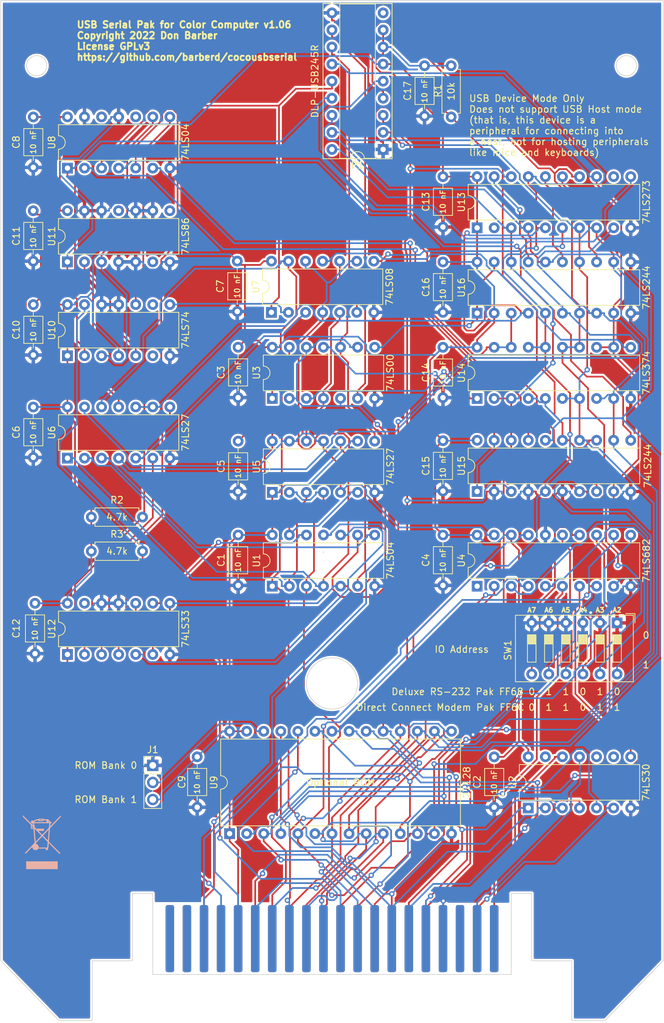
<source format=kicad_pcb>
(kicad_pcb (version 20211014) (generator pcbnew)
  (title_block (title "CoCo USB Serial") (date "2022-12-19") (rev "1.06"))
  (layers (0 "F.Cu" signal) (31 "B.Cu" signal) (34 "B.Paste" user) (35 "F.Paste" user) (36 "B.SilkS" user "B.Silkscreen") (37 "F.SilkS" user "F.Silkscreen") (38 "B.Mask" user) (39 "F.Mask" user) (44 "Edge.Cuts" user))
  (net 0 "")
  (net 1 "+5V")
  (net 2 "GND")
  (net 3 "/D2")
  (net 4 "/D7")
  (net 5 "/D5")
  (net 6 "/D3")
  (net 7 "/PWREN*")
  (net 9 "/BUF_READ*")
  (net 10 "/BUF_WRITE")
  (net 11 "/D6")
  (net 12 "/TXE*")
  (net 13 "/RXF*")
  (net 14 "/D1")
  (net 15 "/D4")
  (net 16 "/D0")
  (net 17 "/CART*")
  (net 18 "Net-(R3-Pad2)")
  (net 19 "/STATUS_WRITE")
  (net 20 "Net-(SW1-Pad7)")
  (net 21 "Net-(SW1-Pad8)")
  (net 22 "Net-(SW1-Pad9)")
  (net 23 "Net-(SW1-Pad10)")
  (net 24 "Net-(SW1-Pad11)")
  (net 25 "Net-(SW1-Pad12)")
  (net 26 "/A0")
  (net 27 "Net-(U1-Pad2)")
  (net 28 "/A1")
  (net 29 "Net-(U1-Pad4)")
  (net 30 "/R{slash}W*")
  (net 31 "/W{slash}R*")
  (net 32 "Net-(U1-Pad8)")
  (net 33 "/CD2")
  (net 34 "Net-(U1-Pad10)")
  (net 35 "/RESET*")
  (net 36 "Net-(U1-Pad12)")
  (net 37 "/STATUS_SELECT")
  (net 38 "/A8")
  (net 39 "/A9")
  (net 40 "/A10")
  (net 41 "/A11")
  (net 42 "/A12")
  (net 43 "/A13")
  (net 44 "Net-(U2-Pad8)")
  (net 45 "/A14")
  (net 46 "/A15")
  (net 47 "/CONTROL_SELECT")
  (net 48 "/CONTROL_READ*")
  (net 49 "/BUF_SELECT")
  (net 50 "/COMMAND_READ*")
  (net 51 "/COMMAND_SELECT")
  (net 52 "/STATUS_READ*")
  (net 54 "/A2")
  (net 55 "/A3")
  (net 56 "/A4")
  (net 57 "/A5")
  (net 58 "/A6")
  (net 59 "/A7")
  (net 60 "/E")
  (net 61 "/CD3")
  (net 62 "/TX_INT*")
  (net 63 "Net-(U12-Pad2)")
  (net 64 "Net-(U12-Pad3)")
  (net 65 "/CD1")
  (net 66 "/DELTA_PWREN*")
  (net 67 "/COMMAND_WRITE")
  (net 68 "/CONTROL_WRITE")
  (net 69 "Net-(U15-Pad8)")
  (net 70 "Net-(U15-Pad11)")
  (net 71 "/CART")
  (net 74 "Net-(U10-Pad10)")
  (net 75 "Net-(U10-Pad5)")
  (net 84 "Net-(U13-Pad15)")
  (net 85 "Net-(U13-Pad16)")
  (net 86 "Net-(U13-Pad19)")
  (net 91 "/BOARD_SELECT*")
  (net 96 "/CTS*")
  (net 97 "Net-(J1-Pad2)")
  (net 98 "Net-(U10-Pad3)")
  (footprint "CoCo:Coco_Cart" (layer "F.Cu") (at 35.56 194.945)
    (fp_text reference "U17" hide)
    (fp_text value "Coco_Cart_Connector")
  )
  (footprint "Capacitor_THT:C_Axial_L3.8mm_D2.6mm_P7.50mm_Horizontal" (layer "F.Cu") (at 78.74 115.503 -90)
    (fp_text reference "C15")
    (fp_text value "10 nF")
  )
  (footprint "Capacitor_THT:C_Axial_L3.8mm_D2.6mm_P7.50mm_Horizontal" (layer "F.Cu") (at 78.74 101.6 -90)
    (fp_text reference "C14")
    (fp_text value "10 nF")
  )
  (footprint "Package_DIP:DIP-20_W7.62mm" (layer "F.Cu") (at 83.82 83.82 90)
    (fp_text reference "U13")
    (fp_text value "74LS273")
  )
  (footprint "Package_DIP:DIP-14_W7.62mm" (layer "F.Cu") (at 22.855 88.89 90)
    (fp_text reference "U11")
    (fp_text value "74LS86")
  )
  (footprint "Package_DIP:DIP-28_W15.24mm" (layer "F.Cu") (at 46.99 173.99 90)
    (fp_text reference "U9")
    (fp_text value "27128")
  )
  (footprint "Package_DIP:DIP-20_W7.62mm" (layer "F.Cu") (at 83.82 96.52 90)
    (fp_text reference "U16")
    (fp_text value "74LS244")
  )
  (footprint "Package_DIP:DIP-14_W7.62mm" (layer "F.Cu") (at 53.34 137.16 90)
    (fp_text reference "U1")
    (fp_text value "74LS04")
  )
  (footprint "Capacitor_THT:C_Axial_L3.8mm_D2.6mm_P7.50mm_Horizontal" (layer "F.Cu") (at 48.255 101.59 -90)
    (fp_text reference "C3")
    (fp_text value "10 nF")
  )
  (footprint "Button_Switch_THT:SW_DIP_SPSTx06_Slide_9.78x17.42mm_W7.62mm_P2.54mm" (layer "F.Cu") (at 104.648 142.621 -90)
    (fp_text reference "SW1")
    (fp_text value "SW_DIP_x06" hide)
  )
  (footprint "Capacitor_THT:C_Axial_L3.8mm_D2.6mm_P7.50mm_Horizontal" (layer "F.Cu") (at 48.133 88.773 -90)
    (fp_text reference "C7")
    (fp_text value "10 nF")
  )
  (footprint "Resistor_THT:R_Axial_DIN0207_L6.3mm_D2.5mm_P7.62mm_Horizontal" (layer "F.Cu") (at 79.9592 67.31 90)
    (fp_text reference "R1")
    (fp_text value "10k")
  )
  (footprint "Package_DIP:DIP-14_W7.62mm" (layer "F.Cu") (at 22.86 147.32 90)
    (fp_text reference "U12")
    (fp_text value "74LS33")
  )
  (footprint "Capacitor_THT:C_Axial_L3.8mm_D2.6mm_P7.50mm_Horizontal" (layer "F.Cu") (at 17.78 67.32 -90)
    (fp_text reference "C8")
    (fp_text value "10 nF")
  )
  (footprint "Capacitor_THT:C_Axial_L3.8mm_D2.6mm_P7.50mm_Horizontal" (layer "F.Cu") (at 48.26 129.54 -90)
    (fp_text reference "C1")
    (fp_text value "10 nF")
  )
  (footprint "Package_DIP:DIP-14_W7.62mm" (layer "F.Cu") (at 53.335 109.21 90)
    (fp_text reference "U3")
    (fp_text value "74LS00")
  )
  (footprint "Resistor_THT:R_Axial_DIN0207_L6.3mm_D2.5mm_P7.62mm_Horizontal" (layer "F.Cu") (at 26.416 131.953)
    (fp_text reference "R3")
    (fp_text value "4.7k")
  )
  (footprint "Package_DIP:DIP-20_W7.62mm" (layer "F.Cu") (at 83.82 137.16 90)
    (fp_text reference "U4")
    (fp_text value "74LS682")
  )
  (footprint "Package_DIP:DIP-20_W7.62mm" (layer "F.Cu") (at 83.82 109.22 90)
    (fp_text reference "U14")
    (fp_text value "74LS374")
  )
  (footprint "Capacitor_THT:C_Axial_L3.8mm_D2.6mm_P7.50mm_Horizontal" (layer "F.Cu") (at 42.164 162.555 -90)
    (fp_text reference "C9")
    (fp_text value "10 nF")
  )
  (footprint "Capacitor_THT:C_Axial_L3.8mm_D2.6mm_P7.50mm_Horizontal" (layer "F.Cu") (at 86.36 162.56 -90)
    (fp_text reference "C2")
    (fp_text value "10 nF")
  )
  (footprint "Package_DIP:DIP-14_W7.62mm" (layer "F.Cu") (at 22.86 74.93 90)
    (fp_text reference "U8")
    (fp_text value "74LS04")
  )
  (footprint "Capacitor_THT:C_Axial_L3.8mm_D2.6mm_P7.50mm_Horizontal" (layer "F.Cu") (at 18.034 139.7 -90)
    (fp_text reference "C12")
    (fp_text value "10 nF")
  )
  (footprint "Capacitor_THT:C_Axial_L3.8mm_D2.6mm_P7.50mm_Horizontal" (layer "F.Cu") (at 78.74 76.2 -90)
    (fp_text reference "C13")
    (fp_text value "10 nF")
  )
  (footprint "Package_DIP:DIP-20_W7.62mm" (layer "F.Cu") (at 83.82 123.063 90)
    (fp_text reference "U15")
    (fp_text value "74LS244")
  )
  (footprint "Package_DIP:DIP-14_W7.62mm" (layer "F.Cu") (at 22.86 102.86 90)
    (fp_text reference "U10")
    (fp_text value "74LS74")
  )
  (footprint "Capacitor_THT:C_Axial_L3.8mm_D2.6mm_P7.50mm_Horizontal" (layer "F.Cu") (at 48.26 115.57 -90)
    (fp_text reference "C5")
    (fp_text value "10 nF")
  )
  (footprint "Capacitor_THT:C_Axial_L3.8mm_D2.6mm_P7.50mm_Horizontal" (layer "F.Cu") (at 17.78 110.49 -90)
    (fp_text reference "C6")
    (fp_text value "10 nF")
  )
  (footprint "Connector_PinHeader_2.54mm:PinHeader_1x03_P2.54mm_Vertical" (layer "F.Cu") (at 35.56 163.83)
    (fp_text reference "J1")
    (fp_text value "Conn_01x03_Male" hide)
  )
  (footprint "Capacitor_THT:C_Axial_L3.8mm_D2.6mm_P7.50mm_Horizontal" (layer "F.Cu") (at 76 59.69 -90)
    (fp_text reference "C17")
    (fp_text value "10 nF")
  )
  (footprint "Package_DIP:DIP-14_W7.62mm" (layer "F.Cu") (at 22.86 118.1 90)
    (fp_text reference "U6")
    (fp_text value "74LS27")
  )
  (footprint "Capacitor_THT:C_Axial_L3.8mm_D2.6mm_P7.50mm_Horizontal" (layer "F.Cu") (at 17.785 95.25 -90)
    (fp_text reference "C10")
    (fp_text value "10 nF")
  )
  (footprint "Package_DIP:DIP-14_W7.62mm" (layer "F.Cu") (at 53.213 96.403 90)
    (fp_text reference "U7")
    (fp_text value "74LS08")
  )
  (footprint "Package_DIP:DIP-14_W7.62mm" (layer "F.Cu") (at 53.34 123.19 90)
    (fp_text reference "U5")
    (fp_text value "74LS27")
  )
  (footprint "Resistor_THT:R_Axial_DIN0207_L6.3mm_D2.5mm_P7.62mm_Horizontal" (layer "F.Cu") (at 34.036 126.873 180)
    (fp_text reference "R2")
    (fp_text value "4.7k")
  )
  (footprint "Capacitor_THT:C_Axial_L3.8mm_D2.6mm_P7.50mm_Horizontal" (layer "F.Cu") (at 78.74 129.54 -90)
    (fp_text reference "C4")
    (fp_text value "10 nF")
  )
  (footprint "Capacitor_THT:C_Axial_L3.8mm_D2.6mm_P7.50mm_Horizontal" (layer "F.Cu") (at 78.74 88.9 -90)
    (fp_text reference "C16")
    (fp_text value "10 nF")
  )
  (footprint "Package_DIP:DIP-14_W7.62mm" (layer "F.Cu") (at 91.435 170.17 90)
    (fp_text reference "U2")
    (fp_text value "74LS30")
  )
  (footprint "Package_DIP:DIP-18_W7.62mm_Socket" (layer "F.Cu") (at 69.84 72.15 180)
    (fp_text reference "P1")
    (fp_text value "DLP-USB245R")
  )
  (footprint "Capacitor_THT:C_Axial_L3.8mm_D2.6mm_P7.50mm_Horizontal" (layer "F.Cu") (at 17.775 81.28 -90)
    (fp_text reference "C11")
    (fp_text value "10 nF")
  )
  (footprint "Symbol:WEEE-Logo_5.6x8mm_SilkScreen" (layer "B.Cu") (at 19.05 175.26 180)
    (fp_text reference "REF**" hide)
    (fp_text value "WEEE-Logo_5.6x8mm_SilkScreen" hide)
  )
  (gr_line (start 26.543 192.913) (end 32.512 192.913) (layer "Edge.Cuts") (width 0.1))
  (gr_line (start 88.9 182.88) (end 91.948 182.88) (layer "Edge.Cuts") (width 0.1))
  (gr_circle (center 106.045 59.69) (end 107.545 59.69) (layer "Edge.Cuts") (width 0.1) (fill none))
  (gr_line (start 35.56 182.88) (end 35.56 194.945) (layer "Edge.Cuts") (width 0.1))
  (gr_line (start 26.543 192.913) (end 26.543 201.803) (layer "Edge.Cuts") (width 0.1))
  (gr_circle (center 60.96 132.08) (end 60.96 132.08) (layer "Edge.Cuts") (width 0.1) (fill none))
  (gr_line (start 35.56 194.945) (end 88.9 194.945) (layer "Edge.Cuts") (width 0.1))
  (gr_line (start 12.954 192.913) (end 21.59 201.803) (layer "Edge.Cuts") (width 0.1))
  (gr_line (start 91.948 192.913) (end 91.948 182.88) (layer "Edge.Cuts") (width 0.1))
  (gr_line (start 88.9 182.88) (end 88.9 194.945) (layer "Edge.Cuts") (width 0.1))
  (gr_circle (center 18.288 59.69) (end 19.788 59.69) (layer "Edge.Cuts") (width 0.1) (fill none))
  (gr_line (start 91.948 192.913) (end 97.917 192.913) (layer "Edge.Cuts") (width 0.1))
  (gr_circle (center 62.23 151.638) (end 66.04 151.638) (layer "Edge.Cuts") (width 0.1) (fill none))
  (gr_line (start 97.917 201.803) (end 102.87 201.803) (layer "Edge.Cuts") (width 0.1))
  (gr_line (start 12.954 50) (end 111.506 50) (layer "Edge.Cuts") (width 0.1))
  (gr_line (start 111.506 50) (end 111.506 192.913) (layer "Edge.Cuts") (width 0.1))
  (gr_line (start 21.59 201.803) (end 26.543 201.803) (layer "Edge.Cuts") (width 0.1))
  (gr_line (start 102.87 201.803) (end 111.506 192.913) (layer "Edge.Cuts") (width 0.1))
  (gr_line (start 97.917 192.913) (end 97.917 201.803) (layer "Edge.Cuts") (width 0.1))
  (gr_line (start 32.512 182.88) (end 35.56 182.88) (layer "Edge.Cuts") (width 0.1))
  (gr_line (start 12.954 192.913) (end 12.954 50) (layer "Edge.Cuts") (width 0.1))
  (gr_line (start 32.512 192.913) (end 32.512 182.88) (layer "Edge.Cuts") (width 0.1))
  (gr_text "0" (at 99.568 155.194) (layer "F.SilkS") (effects (font (size 1 1))))
  (gr_text "USB Device Mode Only\nDoes not support USB Host mode\n(that is, this device is a \nperipheral for connecting into \na host, not for hosting peripherals\nlike mice and keyboards)" (at 82.55 68.58) (layer "F.SilkS") (effects (font (size 1 1)) (justify left)))
  (gr_text "1" (at 94.488 155.194) (layer "F.SilkS") (effects (font (size 1 1))))
  (gr_text "A5" (at 97.028 140.716) (layer "F.SilkS") (effects (font (size 0.7 0.7) (thickness 0.175))))
  (gr_text "1" (at 97.028 152.8572) (layer "F.SilkS") (effects (font (size 1 1))))
  (gr_text "1" (at 94.488 152.8572) (layer "F.SilkS") (effects (font (size 1 1))))
  (gr_text "Direct Connect Modem Pak FF6C" (at 78.359 155.194) (layer "F.SilkS") (effects (font (size 1 1))))
  (gr_text "ROM Bank 1" (at 28.575 168.91) (layer "F.SilkS") (effects (font (size 1 1))))
  (gr_text "USB Serial Pak for Color Computer v1.06\nCopyright 2022 Don Barber\nLicense GPLv3\nhttps://github.com/barberd/cocousbserial" (at 24.13 56) (layer "F.SilkS") (effects (font (size 1 1) (thickness 0.25)) (justify left)))
  (gr_text "A4" (at 99.568 140.716) (layer "F.SilkS") (effects (font (size 0.7 0.7) (thickness 0.175))))
  (gr_text "IO Address" (at 81.534 146.558) (layer "F.SilkS") (effects (font (size 1 1))))
  (gr_text "A2\n" (at 104.648 140.716) (layer "F.SilkS") (effects (font (size 0.7 0.7) (thickness 0.175))))
  (gr_text "A7" (at 91.948 140.716) (layer "F.SilkS") (effects (font (size 0.7 0.7) (thickness 0.175))))
  (gr_text "1" (at 104.648 155.194) (layer "F.SilkS") (effects (font (size 1 1))))
  (gr_text "1" (at 102.108 155.194) (layer "F.SilkS") (effects (font (size 1 1))))
  (gr_text "A3\n" (at 102.108 140.716) (layer "F.SilkS") (effects (font (size 0.7 0.7) (thickness 0.175))))
  (gr_text "1" (at 102.108 152.8572) (layer "F.SilkS") (effects (font (size 1 1))))
  (gr_text "1" (at 97.028 155.194) (layer "F.SilkS") (effects (font (size 1 1))))
  (gr_text "Optional ROM" (at 63.5 166.37) (layer "F.SilkS") (effects (font (size 1 1))))
  (gr_text "0" (at 104.648 152.8572) (layer "F.SilkS") (effects (font (size 1 1))))
  (gr_text "0" (at 91.948 155.194) (layer "F.SilkS") (effects (font (size 1 1))))
  (gr_text "ROM Bank 0" (at 28.575 163.83) (layer "F.SilkS") (effects (font (size 1 1))))
  (gr_text "0" (at 108.966 144.4752) (layer "F.SilkS") (effects (font (size 1 1))))
  (gr_text "0" (at 91.948 152.8572) (layer "F.SilkS") (effects (font (size 1 1))))
  (gr_text "1" (at 108.966 148.8694) (layer "F.SilkS") (effects (font (size 1 1))))
  (gr_text "0" (at 99.568 152.8572) (layer "F.SilkS") (effects (font (size 1 1))))
  (gr_text "A6" (at 94.488 140.716) (layer "F.SilkS") (effects (font (size 0.7 0.7) (thickness 0.175))))
  (gr_text "Deluxe RS-232 Pak FF68" (at 80.899 152.8572) (layer "F.SilkS") (effects (font (size 1 1))))
  (segment (start 52.2097 101.59) (end 52.2097 113.3144) (width 0.25) (layer "F.Cu") (net 1))
  (segment (start 77.5995 116.6435) (end 77.5995 128.3995) (width 0.25) (layer "F.Cu") (net 1))
  (segment (start 21.7347 67.31) (end 21.7347 67.315) (width 0.25) (layer "F.Cu") (net 1))
  (segment (start 88.9 129.54) (end 88.9 130.6653) (width 0.25) (layer "F.Cu") (net 1))
  (segment (start 53.335 101.59) (end 52.2097 101.59) (width 0.25) (layer "F.Cu") (net 1))
  (segment (start 68.7147 58.8792) (end 69.5586 58.0353) (width 0.25) (layer "F.Cu") (net 1))
  (segment (start 53.34 115.57) (end 53.34 116.6953) (width 0.25) (layer "F.Cu") (net 1))
  (segment (start 53.34 115.57) (end 53.34 114.4447) (width 0.25) (layer "F.Cu") (net 1))
  (segment (start 46.99 158.75) (end 48.4047 158.75) (width 0.25) (layer "F.Cu") (net 1))
  (segment (start 51.5306 89.3401) (end 52.0877 88.783) (width 0.25) (layer "F.Cu") (net 1))
  (segment (start 83.82 76.2) (end 83.82 77.3253) (width 0.25) (layer "F.Cu") (net 1))
  (segment (start 23.9853 112.7306) (end 22.86 111.6053) (width 0.25) (layer "F.Cu") (net 1))
  (segment (start 20.6193 94.1246) (end 21.7347 95.24) (width 0.25) (layer "F.Cu") (net 1))
  (segment (start 83.82 76.2) (end 82.6947 76.2) (width 0.25) (layer "F.Cu") (net 1))
  (segment (start 53.213 88.783) (end 52.0877 88.783) (width 0.25) (layer "F.Cu") (net 1))
  (segment (start 49.53 158.75) (end 48.4047 158.75) (width 0.25) (layer "F.Cu") (net 1))
  (segment (start 18.9104 81.8477) (end 21.152 81.8477) (width 0.25) (layer "F.Cu") (net 1))
  (segment (start 52.2097 113.3144) (end 50.5156 113.3144) (width 0.25) (layer "F.Cu") (net 1))
  (segment (start 21.7297 67.32) (end 21.7297 81.27) (width 0.25) (layer "F.Cu") (net 1))
  (segment (start 69.5586 58.0353) (end 69.84 58.0353) (width 0.25) (layer "F.Cu") (net 1))
  (segment (start 86.36 162.56) (end 87.7848 162.56) (width 0.25) (layer "F.Cu") (net 1))
  (segment (start 22.2974 95.24) (end 22.2974 101.1721) (width 0.25) (layer "F.Cu") (net 1))
  (segment (start 78.74 115.503) (end 77.5995 116.6435) (width 0.25) (layer "F.Cu") (net 1))
  (segment (start 46.99 130.81) (end 46.99 158.75) (width 0.25) (layer "F.Cu") (net 1))
  (segment (start 53.34 129.54) (end 53.34 128.4147) (width 0.25) (layer "F.Cu") (net 1))
  (segment (start 78.74 101.6) (end 76.8119 103.5281) (width 0.25) (layer "F.Cu") (net 1))
  (segment (start 18.9104 81.8477) (end 18.9104 94.1246) (width 0.25) (layer "F.Cu") (net 1))
  (segment (start 78.74 68.3385) (end 71.1215 60.72) (width 0.25) (layer "F.Cu") (net 1))
  (segment (start 49.2672 100.5778) (end 51.1975 100.5778) (width 0.25) (layer "F.Cu") (net 1))
  (segment (start 52.2147 117.8206) (end 53.34 116.6953) (width 0.25) (layer "F.Cu") (net 1))
  (segment (start 49.2672 100.5778) (end 48.255 101.59) (width 0.25) (layer "F.Cu") (net 1))
  (segment (start 52.2147 127.2894) (end 52.2147 117.8206) (width 0.25) (layer "F.Cu") (net 1))
  (segment (start 26.416 126.873) (end 26.416 125.7477) (width 0.25) (layer "F.Cu") (net 1))
  (segment (start 76.8119 113.5749) (end 78.74 115.503) (width 0.25) (layer "F.Cu") (net 1))
  (segment (start 90.0454 131.8107) (end 90.0454 160.2994) (width 0.25) (layer "F.Cu") (net 1))
  (segment (start 23.9853 123.317) (end 23.9853 112.7306) (width 0.25) (layer "F.Cu") (net 1))
  (segment (start 78.74 76.2) (end 82.6947 76.2) (width 0.25) (layer "F.Cu") (net 1))
  (segment (start 18.3427 81.8477) (end 18.9104 81.8477) (width 0.25) (layer "F.Cu") (net 1))
  (segment (start 52.2097 113.3144) (end 53.34 114.4447) (width 0.25) (layer "F.Cu") (net 1))
  (segment (start 91.435 161.4247) (end 90.3097 160.2994) (width 0.25) (layer "F.Cu") (net 1))
  (segment (start 68.7147 59.9249) (end 68.7147 58.8792) (width 0.25) (layer "F.Cu") (net 1))
  (segment (start 48.26 129.54) (end 46.99 130.81) (width 0.25) (layer "F.Cu") (net 1))
  (segment (start 51.1975 100.5778) (end 52.2097 101.59) (width 0.25) (layer "F.Cu") (net 1))
  (segment (start 53.34 128.4147) (end 52.2147 127.2894) (width 0.25) (layer "F.Cu") (net 1))
  (segment (start 21.7347 67.315) (end 21.7297 67.32) (width 0.25) (layer "F.Cu") (net 1))
  (segment (start 91.435 162.55) (end 91.435 161.4247) (width 0.25) (layer "F.Cu") (net 1))
  (segment (start 46.99 175.1153) (end 48.26 176.3853) (width 0.25) (layer "F.Cu") (net 1))
  (segment (start 90.3097 160.2994) (end 90.0454 160.2994) (width 0.25) (layer "F.Cu") (net 1))
  (segment (start 69.84 54.37) (end 69.84 56.91) (width 0.25) (layer "F.Cu") (net 1))
  (segment (start 83.82 83.82) (end 83.82 77.3253) (width 0.25) (layer "F.Cu") (net 1))
  (segment (start 69.84 56.91) (end 69.84 58.0353) (width 0.25) (layer "F.Cu") (net 1))
  (segment (start 21.152 81.8477) (end 21.7297 81.27) (width 0.25) (layer "F.Cu") (net 1))
  (segment (start 76.8119 103.5281) (end 76.8119 113.5749) (width 0.25) (layer "F.Cu") (net 1))
  (segment (start 46.99 173.99) (end 46.99 175.1153) (width 0.25) (layer "F.Cu") (net 1))
  (segment (start 18.9104 94.1246) (end 17.785 95.25) (width 0.25) (layer "F.Cu") (net 1))
  (segment (start 78.74 76.2) (end 78.74 68.3385) (width 0.25) (layer "F.Cu") (net 1))
  (segment (start 46.99 158.75) (end 46.99 173.99) (width 0.25) (layer "F.Cu") (net 1))
  (segment (start 49.2672 89.3401) (end 49.2672 100.5778) (width 0.25) (layer "F.Cu") (net 1))
  (segment (start 17.775 81.28) (end 18.3427 81.8477) (width 0.25) (layer "F.Cu") (net 1))
  (segment (start 83.82 101.6) (end 83.82 100.4747) (width 0.25) (layer "F.Cu") (net 1))
  (segment (start 22.2974 95.24) (end 21.7347 95.24) (width 0.25) (layer "F.Cu") (net 1))
  (segment (start 22.2974 101.1721) (end 22.86 101.7347) (width 0.25) (layer "F.Cu") (net 1))
  (segment (start 88.9 130.6653) (end 90.0454 131.8107) (width 0.25) (layer "F.Cu") (net 1))
  (segment (start 83.82 88.9) (end 83.82 83.82) (width 0.25) (layer "F.Cu") (net 1))
  (segment (start 86.36 96.52) (end 86.36 97.9347) (width 0.25) (layer "F.Cu") (net 1))
  (segment (start 86.36 97.9347) (end 83.82 100.4747) (width 0.25) (layer "F.Cu") (net 1))
  (segment (start 22.86 110.48) (end 22.86 111.6053) (width 0.25) (layer "F.Cu") (net 1))
  (segment (start 18.9104 94.1246) (end 20.6193 94.1246) (width 0.25) (layer "F.Cu") (net 1))
  (segment (start 48.7001 89.3401) (end 49.2672 89.3401) (width 0.25) (layer "F.Cu") (net 1))
  (segment (start 26.416 126.873) (end 26.416 131.953) (width 0.25) (layer "F.Cu") (net 1))
  (segment (start 49.2672 89.3401) (end 51.5306 89.3401) (width 0.25) (layer "F.Cu") (net 1))
  (segment (start 69.5098 60.72) (end 68.7147 59.9249) (width 0.25) (layer "F.Cu") (net 1))
  (segment (start 71.1215 60.72) (end 69.5098 60.72) (width 0.25) (layer "F.Cu") (net 1))
  (segment (start 22.86 110.48) (end 22.86 102.86) (width 0.25) (layer "F.Cu") (net 1))
  (segment (start 48.26 176.3853) (end 48.26 189.611) (width 0.25) (layer "F.Cu") (net 1))
  (segment (start 22.86 95.24) (end 22.2974 95.24) (width 0.25) (layer "F.Cu") (net 1))
  (segment (start 26.416 125.7477) (end 23.9853 123.317) (width 0.25) (layer "F.Cu") (net 1))
  (segment (start 48.133 88.773) (end 48.7001 89.3401) (width 0.25) (layer "F.Cu") (net 1))
  (segment (start 21.7297 67.32) (end 17.78 67.32) (width 0.25) (layer "F.Cu") (net 1))
  (segment (start 87.7848 162.56) (end 90.0454 160.2994) (width 0.25) (layer "F.Cu") (net 1))
  (segment (start 22.86 102.86) (end 22.86 101.7347) (width 0.25) (layer "F.Cu") (net 1))
  (segment (start 22.855 81.27) (end 21.7297 81.27) (width 0.25) (layer "F.Cu") (net 1))
  (segment (start 50.5156 113.3144) (end 48.26 115.57) (width 0.25) (layer "F.Cu") (net 1))
  (segment (start 22.86 67.31) (end 21.7347 67.31) (width 0.25) (layer "F.Cu") (net 1))
  (segment (start 77.5995 128.3995) (end 78.74 129.54) (width 0.25) (layer "F.Cu") (net 1))
  (segment (start 83.82 129.54) (end 84.9708 130.6908) (width 0.25) (layer "B.Cu") (net 1))
  (segment (start 83.82 88.9) (end 83.82 90.0253) (width 0.25) (layer "B.Cu") (net 1))
  (segment (start 70.9653 56.91) (end 73.7453 59.69) (width 0.25) (layer "B.Cu") (net 1))
  (segment (start 22.86 110.48) (end 17.79 110.48) (width 0.25) (layer "B.Cu") (net 1))
  (segment (start 54.4603 101.3087) (end 55.7547 100.0143) (width 0.25) (layer "B.Cu") (net 1))
  (segment (start 42.164 162.555) (end 36.7353 167.9837) (width 0.25) (layer "B.Cu") (net 1))
  (segment (start 26.6193 94.8671) (end 26.6193 97.874) (width 0.25) (layer "B.Cu") (net 1))
  (segment (start 26.416 135.0187) (end 22.86 138.5747) (width 0.25) (layer "B.Cu") (net 1))
  (segment (start 23.9853 95.24) (end 23.9853 94.9587) (width 0.25) (layer "B.Cu") (net 1))
  (segment (start 22.86 95.24) (end 23.9853 95.24) (width 0.25) (layer "B.Cu") (net 1))
  (segment (start 23.9853 94.9587) (end 24.8457 94.0983) (width 0.25) (layer "B.Cu") (net 1))
  (segment (start 82.6347 115.503) (end 82.6947 115.443) (width 0.25) (layer "B.Cu") (net 1))
  (segment (start 83.82 88.9) (end 78.74 88.9) (width 0.25) (layer "B.Cu") (net 1))
  (segment (start 25.8505 94.0983) (end 26.6193 94.8671) (width 0.25) (layer "B.Cu") (net 1))
  (segment (start 84.9708 130.6908) (end 86.8167 130.6908) (width 0.25) (layer "B.Cu") (net 1))
  (segment (start 78.74 101.6) (end 82.6947 101.6) (width 0.25) (layer "B.Cu") (net 1))
  (segment (start 76 59.69) (end 79.9592 59.69) (width 0.25) (layer "B.Cu") (net 1))
  (segment (start 55.7547 100.0143) (end 66.1086 100.0143) (width 0.25) (layer "B.Cu") (net 1))
  (segment (start 18.034 139.7) (end 22.86 139.7) (width 0.25) (layer "B.Cu") (net 1))
  (segment (start 86.36 95.3947) (end 86.36 92.5653) (width 0.25) (layer "B.Cu") (net 1))
  (segment (start 78.74 115.503) (end 82.6347 115.503) (width 0.25) (layer "B.Cu") (net 1))
  (segment (start 73.7453 59.69) (end 76 59.69) (width 0.25) (layer "B.Cu") (net 1))
  (segment (start 24.8457 94.0983) (end 25.8505 94.0983) (width 0.25) (layer "B.Cu") (net 1))
  (segment (start 47.1166 87.7566) (end 48.133 88.773) (width 0.25) (layer "B.Cu") (net 1))
  (segment (start 67.305 101.9611) (end 68.0763 102.7324) (width 0.25) (layer "B.Cu") (net 1))
  (segment (start 66.1086 100.0143) (end 67.305 101.2107) (width 0.25) (layer "B.Cu") (net 1))
  (segment (start 53.34 129.54) (end 48.26 129.54) (width 0.25) (layer "B.Cu") (net 1))
  (segment (start 26.665 88.5485) (end 27.4569 87.7566) (width 0.25) (layer "B.Cu") (net 1))
  (segment (start 45.8647 158.8543) (end 42.164 162.555) (width 0.25) (layer "B.Cu") (net 1))
  (segment (start 67.305 101.2107) (end 67.305 101.9611) (width 0.25) (layer "B.Cu") (net 1))
  (segment (start 54.4603 101.59) (end 54.4603 101.3087) (width 0.25) (layer "B.Cu") (net 1))
  (segment (start 69.84 56.91) (end 70.9653 56.91) (width 0.25) (layer "B.Cu") (net 1))
  (segment (start 22.86 139.7) (end 22.86 138.5747) (width 0.25) (layer "B.Cu") (net 1))
  (segment (start 68.0763 102.7324) (end 77.6076 102.7324) (width 0.25) (layer "B.Cu") (net 1))
  (segment (start 25.8505 94.0983) (end 26.665 93.2838) (width 0.25) (layer "B.Cu") (net 1))
  (segment (start 86.8167 130.6908) (end 87.7747 129.7328) (width 0.25) (layer "B.Cu") (net 1))
  (segment (start 30.48 102.86) (end 30.48 101.7347) (width 0.25) (layer "B.Cu") (net 1))
  (segment (start 35.56 168.91) (end 36.7353 168.91) (width 0.25) (layer "B.Cu") (net 1))
  (segment (start 27.4569 87.7566) (end 47.1166 87.7566) (width 0.25) (layer "B.Cu") (net 1))
  (segment (start 46.99 158.75) (end 45.8647 158.75) (width 0.25) (layer "B.Cu") (net 1))
  (segment (start 26.6193 97.874) (end 30.48 101.7347) (width 0.25) (layer "B.Cu") (net 1))
  (segment (start 83.82 115.443) (end 82.6947 115.443) (width 0.25) (layer "B.Cu") (net 1))
  (segment (start 26.665 93.2838) (end 26.665 88.5485) (width 0.25) (layer "B.Cu") (net 1))
  (segment (start 53.335 101.59) (end 54.4603 101.59) (width 0.25) (layer "B.Cu") (net 1))
  (segment (start 77.6076 102.7324) (end 78.74 101.6) (width 0.25) (layer "B.Cu") (net 1))
  (segment (start 88.9 129.54) (end 87.7747 129.54) (width 0.25) (layer "B.Cu") (net 1))
  (segment (start 17.79 110.48) (end 17.78 110.49) (width 0.25) (layer "B.Cu") (net 1))
  (segment (start 78.74 129.54) (end 83.82 129.54) (width 0.25) (layer "B.Cu") (net 1))
  (segment (start 86.36 92.5653) (end 83.82 90.0253) (width 0.25) (layer "B.Cu") (net 1))
  (segment (start 87.7747 129.7328) (end 87.7747 129.54) (width 0.25) (layer "B.Cu") (net 1))
  (segment (start 83.82 101.6) (end 82.6947 101.6) (width 0.25) (layer "B.Cu") (net 1))
  (segment (start 36.7353 167.9837) (end 36.7353 168.91) (width 0.25) (layer "B.Cu") (net 1))
  (segment (start 26.416 131.953) (end 26.416 135.0187) (width 0.25) (layer "B.Cu") (net 1))
  (segment (start 45.8647 158.75) (end 45.8647 158.8543) (width 0.25) (layer "B.Cu") (net 1))
  (segment (start 86.36 96.52) (end 86.36 95.3947) (width 0.25) (layer "B.Cu") (net 1))
  (segment (start 68.2566 113.3878) (end 69.7053 114.8365) (width 0.25) (layer "F.Cu") (net 2))
  (segment (start 78.74 96.4) (end 78.74 95.2747) (width 0.25) (layer "F.Cu") (net 2))
  (segment (start 102.108 142.621) (end 102.108 141.4957) (width 0.25) (layer "F.Cu") (net 2))
  (segment (start 17.775 89.9053) (end 16.6597 91.0206) (width 0.25) (layer "F.Cu") (net 2))
  (segment (start 79.8653 125.2536) (end 79.8653 134.7894) (width 0.25) (layer "F.Cu") (net 2))
  (segment (start 33.015 88.89) (end 33.015 81.27) (width 0.25) (layer "F.Cu") (net 2))
  (segment (start 49.3853 125.3206) (end 48.26 124.1953) (width 0.25) (layer "F.Cu") (net 2))
  (segment (start 47.0077 96.273) (end 45.8123 96.273) (width 0.25) (layer "F.Cu") (net 2))
  (segment (start 93.98 130.6653) (end 92.6288 132.0165) (width 0.25) (layer "F.Cu") (net 2))
  (segment (start 16.6597 91.0206) (end 16.6597 100.4994) (width 0.25) (layer "F.Cu") (net 2))
  (segment (start 69.7053 114.8365) (end 69.7053 120.9394) (width 0.25) (layer "F.Cu") (net 2))
  (segment (start 69.7151 106.9446) (end 69.7151 98.7904) (width 0.25) (layer "F.Cu") (net 2))
  (segment (start 62.22 51.83) (end 62.22 52.9553) (width 0.25) (layer "F.Cu") (net 2))
  (segment (start 78.74 137.04) (end 78.74 135.9147) (width 0.25) (layer "F.Cu") (net 2))
  (segment (start 45.8123 96.273) (end 45.0825 97.0028) (width 0.25) (layer "F.Cu") (net 2))
  (segment (start 38.1 116.9747) (end 43.9609 116.9747) (width 0.25) (layer "F.Cu") (net 2))
  (segment (start 79.8653 134.7894) (end 78.74 135.9147) (width 0.25) (layer "F.Cu") (net 2))
  (segment (start 106.68 123.063) (end 106.68 124.1883) (width 0.25) (layer "F.Cu") (net 2))
  (segment (start 67.6107 58.0647) (end 67.6107 64.0941) (width 0.25) (layer "F.Cu") (net 2))
  (segment (start 48.255 109.09) (end 48.255 107.9647) (width 0.25) (layer "F.Cu") (net 2))
  (segment (start 108.2787 99.244) (end 108.2787 120.339) (width 0.25) (layer "F.Cu") (net 2))
  (segment (start 91.44 123.063) (end 92.5653 123.063) (width 0.25) (layer "F.Cu") (net 2))
  (segment (start 48.255 109.09) (end 48.255 110.2153) (width 0.25) (layer "F.Cu") (net 2))
  (segment (start 48.26 135.9147) (end 49.3853 134.7894) (width 0.25) (layer "F.Cu") (net 2))
  (segment (start 62.5013 52.9553) (end 67.6107 58.0647) (width 0.25) (layer "F.Cu") (net 2))
  (segment (start 102.108 141.4957) (end 101.1212 141.4957) (width 0.25) (layer "F.Cu") (net 2))
  (segment (start 41.835 168.9297) (end 42.164 168.9297) (width 0.25) (layer "F.Cu") (net 2))
  (segment (start 106.68 97.6453) (end 108.2787 99.244) (width 0.25) (layer "F.Cu") (net 2))
  (segment (start 93.4094 124.1884) (end 93.98 124.1884) (width 0.25) (layer "F.Cu") (net 2))
  (segment (start 47.1347 123.07) (end 43.9609 119.8962) (width 0.25) (layer "F.Cu") (net 2))
  (segment (start 78.74 82.5747) (end 76 79.8347) (width 0.25) (layer "F.Cu") (net 2))
  (segment (start 83.7366 125.2536) (end 79.8653 125.2536) (width 0.25) (layer "F.Cu") (net 2))
  (segment (start 38.1 74.93) (end 38.1 76.0553) (width 0.25) (layer "F.Cu") (net 2))
  (segment (start 85.2347 123.063) (end 85.2347 123.7555) (width 0.25) (layer "F.Cu") (net 2))
  (segment (start 38.1 102.86) (end 39.2253 102.86) (width 0.25) (layer "F.Cu") (net 2))
  (segment (start 76 79.8347) (end 76 67.19) (width 0.25) (layer "F.Cu") (net 2))
  (segment (start 106.675 170.17) (end 106.675 169.0447) (width 0.25) (layer "F.Cu") (net 2))
  (segment (start 78.7934 183.9987) (end 78.7934 189.5576) (width 0.25) (layer "F.Cu") (net 2))
  (segment (start 93.98 124.1884) (end 94.832 124.1884) (width 0.25) (layer "F.Cu") (net 2))
  (segment (start 36.6854 163.83) (end 38.1 162.4154) (width 0.25) (layer "F.Cu") (net 2))
  (segment (start 43.9609 114.5094) (end 48.255 110.2153) (width 0.25) (layer "F.Cu") (net 2))
  (segment (start 68.575 110.3353) (end 68.2566 110.6537) (width 0.25) (layer "F.Cu") (net 2))
  (segment (start 77.6147 94.1494) (end 77.6147 85.9506) (width 0.25) (layer "F.Cu") (net 2))
  (segment (start 78.74 83.7) (end 78.74 82.5747) (width 0.25) (layer "F.Cu") (net 2))
  (segment (start 42.164 170.055) (end 42.164 168.9297) (width 0.25) (layer "F.Cu") (net 2))
  (segment (start 106.68 137.16) (end 106.68 136.0347) (width 0.25) (layer "F.Cu") (net 2))
  (segment (start 45.0825 97.0028) (end 41.1878 100.8975) (width 0.25) (layer "F.Cu") (net 2))
  (segment (start 68.575 108.0847) (end 69.7151 106.9446) (width 0.25) (layer "F.Cu") (net 2))
  (segment (start 96.52 123.063) (end 95.9574 123.063) (width 0.25) (layer "F.Cu") (net 2))
  (segment (start 76 67.19) (end 74.8747 67.19) (width 0.25) (layer "F.Cu") (net 2))
  (segment (start 30.48 95.24) (end 30.48 90.0203) (width 0.25) (layer "F.Cu") (net 2))
  (segment (start 106.68 138.2853) (end 104.648 140.3173) (width 0.25) (layer "F.Cu") (net 2))
  (segment (start 41.1878 100.8975) (end 39.2253 102.86) (width 0.25) (layer "F.Cu") (net 2))
  (segment (start 93.98 124.1884) (end 93.98 128.4147) (width 0.25) (layer "F.Cu") (net 2))
  (segment (start 17.785 102.75) (end 17.785 101.6247) (width 0.25) (layer "F.Cu") (net 2))
  (segment (start 68.7147 66.6025) (end 68.7147 70.1808) (width 0.25) (layer "F.Cu") (net 2))
  (segment (start 106.68 122.5003) (end 106.68 121.9377) (width 0.25) (layer "F.Cu") (net 2))
  (segment (start 16.6597 100.4994) (end 17.785 101.6247) (width 0.25) (layer "F.Cu") (net 2))
  (segment (start 17.775 88.78) (end 17.775 89.9053) (width 0.25) (layer "F.Cu") (net 2))
  (segment (start 68.2566 110.6537) (end 68.2566 113.3878) (width 0.25) (layer "F.Cu") (net 2))
  (segment (start 30.475 88.89) (end 30.475 90.0153) (width 0.25) (layer "F.Cu") (net 2))
  (segment (start 92.5653 123.063) (end 92.5653 123.3443) (width 0.25) (layer "F.Cu") (net 2))
  (segment (start 93.98 129.54) (end 93.98 130.6653) (width 0.25) (layer "F.Cu") (net 2))
  (segment (start 74.8747 67.19) (end 73.585 65.9003) (width 0.25) (layer "F.Cu") (net 2))
  (segment (start 68.575 109.21) (end 68.575 108.0847) (width 0.25) (layer "F.Cu") (net 2))
  (segment (start 38.1 118.1) (end 38.1 116.9747) (width 0.25) (layer "F.Cu") (net 2))
  (segment (start 105.5547 134.9094) (end 106.68 136.0347) (width 0.25) (layer "F.Cu") (net 2))
  (segment (start 68.58 123.19) (end 68.58 122.0647) (width 0.25) (layer "F.Cu") (net 2))
  (segment (start 35.555 78.6003) (end 35.555 81.27) (width 0.25) (layer "F.Cu") (net 2))
  (segment (start 93.98 128.9773) (end 93.98 128.4147) (width 0.25) (layer "F.Cu") (net 2))
  (segment (start 78.74 124.1283) (end 79.8653 125.2536) (width 0.25) (layer "F.Cu") (net 2))
  (segment (start 92.6288 140.8149) (end 91.948 141.4957) (width 0.25) (layer "F.Cu") (net 2))
  (segment (start 36.5977 163.83) (end 36.6854 163.83) (width 0.25) (layer "F.Cu") (net 2))
  (segment (start 104.648 142.621) (end 104.648 143.7463) (width 0.25) (layer "F.Cu") (net 2))
  (segment (start 86.36 123.063) (end 85.2347 123.063) (width 0.25) (layer "F.Cu") (net 2))
  (segment (start 69.7151 98.7904) (end 68.453 97.5283) (width 0.25) (layer "F.Cu") (net 2))
  (segment (start 48.26 137.04) (end 48.26 135.9147) (width 0.25) (layer "F.Cu") (net 2))
  (segment (start 92.5653 123.3443) (end 93.4094 124.1884) (width 0.25) (layer "F.Cu") (net 2))
  (segment (start 104.648 143.7463) (end 108.2802 147.3785) (width 0.25) (layer "F.Cu") (net 2))
  (segment (start 69.5586 71.0247) (end 69.84 71.0247) (width 0.25) (layer "F.Cu") (net 2))
  (segment (start 108.2787 120.339) (end 106.68 121.9377) (width 0.25) (layer "F.Cu") (net 2))
  (segment (start 69.7053 120.9394) (end 68.58 122.0647) (width 0.25) (layer "F.Cu") (net 2))
  (segment (start 38.1 162.4154) (end 38.1 147.32) (width 0.25) (layer "F.Cu") (net 2))
  (segment (start 83.215 159.2468) (end 83.215 165.7897) (width 0.25) (layer "F.Cu") (net 2))
  (segment (start 38.095 90.0153) (end 45.0825 97.0028) (width 0.25) (layer "F.Cu") (net 2))
  (segment (start 68.453 96.403) (end 68.453 97.5283) (width 0.25) (layer "F.Cu") (net 2))
  (segment (start 106.68 122.5003) (end 106.68 123.063) (width 0.25) (layer "F.Cu") (net 2))
  (segment (start 49.3853 134.7894) (end 49.3853 125.3206) (width 0.25) (layer "F.Cu") (net 2))
  (segment (start 35.56 163.83) (end 36.5977 163.83) (width 0.25) (layer "F.Cu") (net 2))
  (segment (start 38.1 76.0553) (end 35.555 78.6003) (width 0.25) (layer "F.Cu") (net 2))
  (segment (start 106.68 88.9) (end 106.68 96.52) (width 0.25) (layer "F.Cu") (net 2))
  (segment (start 36.6854 163.83) (end 36.7353 163.83) (width 0.25) (layer "F.Cu") (net 2))
  (segment (start 69.4169 65.9003) (end 68.7147 66.6025) (width 0.25) (layer "F.Cu") (net 2))
  (segment (start 30.48 90.0203) (end 30.475 90.0153) (width 0.25) (layer "F.Cu") (net 2))
  (segment (start 78.74 123.003) (end 78.74 124.1283) (width 0.25) (layer "F.Cu") (net 2))
  (segment (start 68.7147 70.1808) (end 69.5586 71.0247) (width 0.25) (layer "F.Cu") (net 2))
  (segment (start 106.68 137.16) (end 106.68 138.2853) (width 0.25) (layer "F.Cu") (net 2))
  (segment (start 77.6147 85.9506) (end 78.74 84.8253) (width 0.25) (layer "F.Cu") (net 2))
  (segment (start 73.585 65.9003) (end 69.4169 65.9003) (width 0.25) (layer "F.Cu") (net 2))
  (segment (start 105.5547 125.3136) (end 105.5547 134.9094) (width 0.25) (layer "F.Cu") (net 2))
  (segment (start 94.832 124.1884) (end 95.9574 123.063) (width 0.25) (layer "F.Cu") (net 2))
  (segment (start 48.26 123.07) (end 47.1347 123.07) (width 0.25) (layer "F.Cu") (net 2))
  (segment (start 108.2802 167.4395) (end 106.675 169.0447) (width 0.25) (layer "F.Cu") (net 2))
  (segment (start 91.948 142.621) (end 91.948 141.4957) (width 0.25) (layer "F.Cu") (net 2))
  (segment (start 41.1878 100.8975) (end 48.255 107.9647) (width 0.25) (layer "F.Cu") (net 2))
  (segment (start 78.74 95.2747) (end 77.6147 94.1494) (width 0.25) (layer "F.Cu") (net 2))
  (segment (start 78.7934 189.5576) (end 78.74 189.611) (width 0.25) (layer "F.Cu") (net 2))
  (segment (start 101.1212 141.4957) (end 100.7165 141.091) (width 0.25) (layer "F.Cu") (net 2))
  (segment (start 83.215 165.7897) (end 86.36 168.9347) (width 0.25) (layer "F.Cu") (net 2))
  (segment (start 48.133 96.273) (end 47.0077 96.273) (width 0.25) (layer "F.Cu") (net 2))
  (segment (start 36.7353 163.83) (end 41.835 168.9297) (width 0.25) (layer "F.Cu") (net 2))
  (segment (start 104.648 140.3173) (end 104.648 142.621) (width 0.25) (layer "F.Cu") (net 2))
  (segment (start 67.6107 64.0941) (end 69.4169 65.9003) (width 0.25) (layer "F.Cu") (net 2))
  (segment (start 106.68 96.52) (end 106.68 97.6453) (width 0.25) (layer "F.Cu") (net 2))
  (segment (start 86.36 170.06) (end 86.36 168.9347) (width 0.25) (layer "F.Cu") (net 2))
  (segment (start 69.84 72.15) (end 69.84 71.0247) (width 0.25) (layer "F.Cu") (net 2))
  (segment (start 92.6288 132.0165) (end 92.6288 140.8149) (width 0.25) (layer "F.Cu") (net 2))
  (segment (start 62.22 52.9553) (end 62.5013 52.9553) (width 0.25) (layer "F.Cu") (net 2))
  (segment (start 43.9609 119.8962) (end 43.9609 116.9747) (width 0.25) (layer "F.Cu") (net 2))
  (segment (start 78.74 83.7) (end 78.74 84.8253) (width 0.25) (layer "F.Cu") (net 2))
  (segment (start 43.9609 116.9747) (end 43.9609 114.5094) (width 0.25) (layer "F.Cu") (net 2))
  (segment (start 48.26 123.07) (end 48.26 124.1953) (width 0.25) (layer "F.Cu") (net 2))
  (segment (start 85.2347 123.7555) (end 83.7366 125.2536) (width 0.25) (layer "F.Cu") (net 2))
  (segment (start 86.36 170.06) (end 86.36 176.4321) (width 0.25) (layer "F.Cu") (net 2))
  (segment (start 93.98 128.9773) (end 93.98 129.54) (width 0.25) (layer "F.Cu") (net 2))
  (segment (start 106.68 124.1883) (end 105.5547 125.3136) (width 0.25) (layer "F.Cu") (net 2))
  (segment (start 106.68 88.9) (end 106.68 83.82) (width 0.25) (layer "F.Cu") (net 2))
  (segment (start 38.095 88.89) (end 38.095 90.0153) (width 0.25) (layer "F.Cu") (net 2))
  (segment (start 108.2802 147.3785) (end 108.2802 167.4395) (width 0.25) (layer "F.Cu") (net 2))
  (segment (start 68.575 109.21) (end 68.575 110.3353) (width 0.25) (layer "F.Cu") (net 2))
  (segment (start 86.36 176.4321) (end 78.7934 183.9987) (width 0.25) (layer "F.Cu") (net 2))
  (segment (start 25.395 81.27) (end 27.935 81.27) (width 0.25) (layer "F.Cu") (net 2))
  (via (at 100.7165 141.091) (size 0.8) (drill 0.4) (layers "F.Cu" "B.Cu") (net 2))
  (via (at 78.7934 183.9987) (size 0.8) (drill 0.4) (layers "F.Cu" "B.Cu") (net 2))
  (via (at 83.215 159.2468) (size 0.8) (drill 0.4) (layers "F.Cu" "B.Cu") (net 2))
  (segment (start 80.01 173.99) (end 80.01 172.8647) (width 0.25) (layer "B.Cu") (net 2))
  (segment (start 17.785 102.75) (end 17.785 103.8753) (width 0.25) (layer "B.Cu") (net 2))
  (segment (start 82.8147 170.06) (end 80.01 172.8647) (width 0.25) (layer "B.Cu") (net 2))
  (segment (start 36.9697 89.1714) (end 36.9697 88.89) (width 0.25) (layer "B.Cu") (net 2))
  (segment (start 106.68 137.16) (end 105.5547 137.16) (width 0.25) (layer "B.Cu") (net 2))
  (segment (start 30.48 139.7) (end 27.94 139.7) (width 0.25) (layer "B.Cu") (net 2))
  (segment (start 49.3853 123.07) (end 51.1282 124.8129) (width 0.25) (layer "B.Cu") (net 2))
  (segment (start 69.8253 137.04) (end 69.7053 137.16) (width 0.25) (layer "B.Cu") (net 2))
  (segment (start 106.68 97.6453) (end 109.2378 100.2031) (width 0.25) (layer "B.Cu") (net 2))
  (segment (start 87.4853 123.063) (end 87.4853 123.3443) (width 0.25) (layer "B.Cu") (net 2))
  (segment (start 17.775 88.78) (end 17.775 87.6547) (width 0.25) (layer "B.Cu") (net 2))
  (segment (start 86.36 170.06) (end 82.8147 170.06) (width 0.25) (layer "B.Cu") (net 2))
  (segment (start 62.23 123.5146) (end 62.23 122.8575) (width 0.25) (layer "B.Cu") (net 2))
  (segment (start 78.74 110.2253) (end 76.6764 112.2889) (width 0.25) (layer "B.Cu") (net 2))
  (segment (start 68.58 137.16) (end 69.7053 137.16) (width 0.25) (layer "B.Cu") (net 2))
  (segment (start 62.23 122.8575) (end 63.5233 121.5642) (width 0.25) (layer "B.Cu") (net 2))
  (segment (start 25.4 68.4352) (end 19.0152 74.82) (width 0.25) (layer "B.Cu") (net 2))
  (segment (start 18.034 147.2) (end 19.1593 147.2) (width 0.25) (layer "B.Cu") (net 2))
  (segment (start 62.23 158.75) (end 63.3553 158.75) (width 0.25) (layer "B.Cu") (net 2))
  (segment (start 105.5547 123.3444) (end 105.5547 123.063) (width 0.25) (layer "B.Cu") (net 2))
  (segment (start 19.0152 74.82) (end 18.9053 74.82) (width 0.25) (layer "B.Cu") (net 2))
  (segment (start 89.4708 124.1883) (end 90.3147 123.3444) (width 0.25) (layer "B.Cu") (net 2))
  (segment (start 100.3118 141.4957) (end 100.7165 141.091) (width 0.25) (layer "B.Cu") (net 2))
  (segment (start 70.8306 122.0647) (end 76.6764 122.0647) (width 0.25) (layer "B.Cu") (net 2))
  (segment (start 34.1403 89.1714) (end 34.9842 90.0153) (width 0.25) (layer "B.Cu") (net 2))
  (segment (start 87.4853 123.3443) (end 88.3293 124.1883) (width 0.25) (layer "B.Cu") (net 2))
  (segment (start 98.4893 124.1883) (end 104.7108 124.1883) (width 0.25) (layer "B.Cu") (net 2))
  (segment (start 97.6453 123.3443) (end 98.4893 124.1883) (width 0.25) (layer "B.Cu") (net 2))
  (segment (start 31.6053 139.9813) (end 31.6053 139.7) (width 0.25) (layer "B.Cu") (net 2))
  (segment (start 35.555 81.27) (end 33.015 81.27) (width 0.25) (layer "B.Cu") (net 2))
  (segment (start 60.9317 124.8129) (end 62.23 123.5146) (width 0.25) (layer "B.Cu") (net 2))
  (segment (start 25.4001 68.4353) (end 28.5108 68.4353) (width 0.25) (layer "B.Cu") (net 2))
  (segment (start 29.9043 80.1447) (end 31.0458 80.1447) (width 0.25) (layer "B.Cu") (net 2))
  (segment (start 90.3147 123.3444) (end 90.3147 123.063) (width 0.25) (layer "B.Cu") (net 2))
  (segment (start 76.6764 112.2889) (end 76.6764 122.0647) (width 0.25) (layer "B.Cu") (net 2))
  (segment (start 31.8897 80.9886) (end 31.8897 81.27) (width 0.25) (layer "B.Cu") (net 2))
  (segment (start 17.775 87.6547) (end 18.1388 87.6547) (width 0.25) (layer "B.Cu") (net 2))
  (segment (start 48.26 123.07) (end 49.3853 123.07) (width 0.25) (layer "B.Cu") (net 2))
  (segment (start 33.015 88.89) (end 30.475 88.89) (width 0.25) (layer "B.Cu") (net 2))
  (segment (start 63.3553 158.75) (end 63.3553 158.5343) (width 0.25) (layer "B.Cu") (net 2))
  (segment (start 17.78 117.99) (end 17.78 116.8647) (width 0.25) (layer "B.Cu") (net 2))
  (segment (start 25.4 67.31) (end 25.4 68.3227) (width 0.25) (layer "B.Cu") (net 2))
  (segment (start 17.78 74.82) (end 18.9053 74.82) (width 0.25) (layer "B.Cu") (net 2))
  (segment (start 76.6764 122.0647) (end 77.6147 123.003) (width 0.25) (layer "B.Cu") (net 2))
  (segment (start 78.74 123.003) (end 77.6147 123.003) (width 0.25) (layer "B.Cu") (net 2))
  (segment (start 16.6547 115.7394) (end 17.78 116.8647) (width 0.25) (layer "B.Cu") (net 2))
  (segment (start 91.948 142.621) (end 90.8227 142.621) (width 0.25) (layer "B.Cu") (net 2))
  (segment (start 63.3553 158.5343) (end 65.5059 156.3837) (width 0.25) (layer "B.Cu") (net 2))
  (segment (start 34.1403 88.89) (end 34.1403 89.1714) (width 0.25) (layer "B.Cu") (net 2))
  (segment (start 96.52 123.063) (end 97.6453 123.063) (width 0.25) (layer "B.Cu") (net 2))
  (segment (start 66.9542 121.5642) (end 68.58 123.19) (width 0.25) (layer "B.Cu") (net 2))
  (segment (start 77.6117 96.403) (end 77.6147 96.4) (width 0.25) (layer "B.Cu") (net 2))
  (segment (start 88.3293 124.1883) (end 89.4708 124.1883) (width 0.25) (layer "B.Cu") (net 2))
  (segment (start 37.8187 146.1947) (end 31.6053 139.9813) (width 0.25) (layer "B.Cu") (net 2))
  (segment (start 19.596 147.2) (end 19.1593 147.2) (width 0.25) (layer "B.Cu") (net 2))
  (segment (start 34.9842 90.0153) (end 36.1258 90.0153) (width 0.25) (layer "B.Cu") (net 2))
  (segment (start 24.2697 81.5238) (end 24.2697 81.27) (width 0.25) (layer "B.Cu") (net 2))
  (segment (start 30.48 67.31) (end 29.3547 67.31) (width 0.25) (layer "B.Cu") (net 2))
  (segment (start 33.015 88.89) (end 34.1403 88.89) (width 0.25) (layer "B.Cu") (net 2))
  (segment (start 65.5059 156.3837) (end 82.2017 156.3837) (width 0.25) (layer "B.Cu") (net 2))
  (segment (start 25.4 68.4352) (end 25.4001 68.4353) (width 0.25) (layer "B.Cu") (net 2))
  (segment (start 106.68 109.22) (end 106.68 108.0947) (width 0.25) (layer "B.Cu") (net 2))
  (segment (start 31.0458 80.1447) (end 31.8897 80.9886) (width 0.25) (layer "B.Cu") (net 2))
  (segment (start 99.568 141.4957) (end 100.3118 141.4957) (width 0.25) (layer "B.Cu") (net 2))
  (segment (start 105.5547 138.049) (end 105.5547 137.16) (width 0.25) (layer "B.Cu") (net 2))
  (segment (start 27.94 95.24) (end 30.48 95.24) (width 0.25) (layer "B.Cu") (net 2))
  (segment (start 38.1 146.1947) (end 37.8187 146.1947) (width 0.25) (layer "B.Cu") (net 2))
  (segment (start 106.68 123.063) (end 105.5547 123.063) (width 0.25) (layer "B.Cu") (net 2))
  (segment (start 83.215 157.397) (end 83.215 159.2468) (width 0.25) (layer "B.Cu") (net 2))
  (segment (start 33.015 81.27) (end 31.8897 81.27) (width 0.25) (layer "B.Cu") (net 2))
  (segment (start 25.395 81.27) (end 24.2697 81.27) (width 0.25) (layer "B.Cu") (net 2))
  (segment (start 78.74 109.1) (end 78.74 110.2253) (width 0.25) (layer "B.Cu") (net 2))
  (segment (start 29.0603 80.9887) (end 29.9043 80.1447) (width 0.25) (layer "B.Cu") (net 2))
  (segment (start 86.36 123.063) (end 87.4853 123.063) (width 0.25) (layer "B.Cu") (net 2))
  (segment (start 94.488 142.621) (end 97.028 142.621) (width 0.25) (layer "B.Cu") (net 2))
  (segment (start 78.74 96.4) (end 77.6147 96.4) (width 0.25) (layer "B.Cu") (net 2))
  (segment (start 68.58 123.19) (end 69.7053 123.19) (width 0.25) (layer "B.Cu") (net 2))
  (segment (start 38.095 88.89) (end 36.9697 88.89) (width 0.25) (layer "B.Cu") (net 2))
  (segment (start 48.26 137.04) (end 33.984 137.04) (width 0.25) (layer "B.Cu") (net 2))
  (segment (start 26.8147 139.7) (end 26.8147 139.9813) (width 0.25) (layer "B.Cu") (net 2))
  (segment (start 106.68 96.52) (end 106.68 97.6453) (width 0.25) (layer "B.Cu") (net 2))
  (segment (start 99.568 142.621) (end 99.568 141.4957) (width 0.25) (layer "B.Cu") (net 2))
  (segment (start 30.48 139.7) (end 31.6053 139.7) (width 0.25) (layer "B.Cu") (net 2))
  (segment (start 90.8227 142.621) (end 90.8227 147.7627) (width 0.25) (layer "B.Cu") (net 2))
  (segment (start 18.1388 87.6547) (end 24.2697 81.5238) (width 0.25) (layer "B.Cu") (net 2))
  (segment (start 68.453 96.403) (end 77.6117 96.403) (width 0.25) (layer "B.Cu") (net 2))
  (segment (start 29.3547 67.5914) (end 29.3547 67.31) (width 0.25) (layer "B.Cu") (net 2))
  (segment (start 24.2697 81.27) (end 24.2697 80.1844) (width 0.25) (layer "B.Cu") (net 2))
  (segment (start 78.74 184.0521) (end 78.7934 183.9987) (width 0.25) (layer "B.Cu") (net 2))
  (segment (start 38.1 147.32) (end 38.1 146.1947) (width 0.25) (layer "B.Cu") (net 2))
  (segment (start 109.2378 105.5369) (end 106.68 108.0947) (width 0.25) (layer "B.Cu") (net 2))
  (segment (start 25.4 68.3227) (end 25.4 68.4352) (width 0.25) (layer "B.Cu") (net 2))
  (segment (start 97.6453 123.063) (end 97.6453 123.3443) (width 0.25) (layer "B.Cu") (net 2))
  (segment (start 82.2017 156.3837) (end 83.215 157.397) (width 0.25) (layer "B.Cu") (net 2))
  (segment (start 78.74 137.04) (end 69.8253 137.04) (width 0.25) (layer "B.Cu") (net 2))
  (segment (start 29.0603 81.27) (end 29.0603 80.9887) (width 0.25) (layer "B.Cu") (net 2))
  (segment (start 33.984 137.04) (end 31.6053 139.4187) (width 0.25) (layer "B.Cu") (net 2))
  (segment (start 27.94 139.7) (end 26.8147 139.7) (width 0.25) (layer "B.Cu") (net 2))
  (segment (start 78.74 189.611) (end 78.74 184.0521) (width 0.25) (layer "B.Cu") (net 2))
  (segment (start 102.108 142.621) (end 102.108 141.4957) (width 0.25) (layer "B.Cu") (net 2))
  (segment (start 69.7053 123.19) (end 70.8306 122.0647) (width 0.25) (layer "B.Cu") (net 2))
  (segment (start 109.2378 100.2031) (end 109.2378 105.5369) (width 0.25) (layer "B.Cu") (net 2))
  (segment (start 16.6547 105.0056) (end 16.6547 115.7394) (width 0.25) (layer "B.Cu") (net 2))
  (segment (start 91.948 142.621) (end 94.488 142.621) (width 0.25) (layer "B.Cu") (net 2))
  (segment (start 102.108 141.4957) (end 105.5547 138.049) (width 0.25) (layer "B.Cu") (net 2))
  (segment (start 26.8147 139.9813) (end 19.596 147.2) (width 0.25) (layer "B.Cu") (net 2))
  (segment (start 104.7108 124.1883) (end 105.5547 123.3444) (width 0.25) (layer "B.Cu") (net 2))
  (segment (start 28.5108 68.4353) (end 29.3547 67.5914) (width 0.25) (layer "B.Cu") (net 2))
  (segment (start 63.5233 121.5642) (end 66.9542 121.5642) (width 0.25) (layer "B.Cu") (net 2))
  (segment (start 31.6053 139.4187) (end 31.6053 139.7) (width 0.25) (layer "B.Cu") (net 2))
  (segment (start 90.8227 147.7627) (end 82.2017 156.3837) (width 0.25) (layer "B.Cu") (net 2))
  (segment (start 24.2697 80.1844) (end 18.9053 74.82) (width 0.25) (layer "B.Cu") (net 2))
  (segment (start 27.935 81.27) (end 29.0603 81.27) (width 0.25) (layer "B.Cu") (net 2))
  (segment (start 36.1258 90.0153) (end 36.9697 89.1714) (width 0.25) (layer "B.Cu") (net 2))
  (segment (start 17.785 103.8753) (end 16.6547 105.0056) (width 0.25) (layer "B.Cu") (net 2))
  (segment (start 51.1282 124.8129) (end 60.9317 124.8129) (width 0.25) (layer "B.Cu") (net 2))
  (segment (start 91.44 123.063) (end 90.3147 123.063) (width 0.25) (layer "B.Cu") (net 2))
  (segment (start 76.3447 173.99) (end 76.3447 174.2713) (width 0.25) (layer "F.Cu") (net 3))
  (segment (start 77.47 173.99) (end 76.3447 173.99) (width 0.25) (layer "F.Cu") (net 3))
  (segment (start 99.06 83.82) (end 99.06 88.9) (width 0.25) (layer "F.Cu") (net 3))
  (segment (start 69.84 69.61) (end 70.9653 69.61) (width 0.25) (layer "F.Cu") (net 3))
  (segment (start 70.9653 69.61) (end 70.9653 69.7711) (width 0.25) (layer "F.Cu") (net 3))
  (segment (start 64.0013 183.1536) (end 62.2048 183.1536) (width 0.25) (layer "F.Cu") (net 3))
  (segment (start 78.1475 172.1872) (end 78.1475 162.9557) (width 0.25) (layer "F.Cu") (net 3))
  (segment (start 77.47 173.99) (end 77.47 172.8647) (width 0.25) (layer "F.Cu") (net 3))
  (segment (start 76.3447 174.2713) (end 71.5518 179.0642) (width 0.25) (layer "F.Cu") (net 3))
  (segment (start 99.06 88.9) (end 99.06 90.0253) (width 0.25) (layer "F.Cu") (net 3))
  (segment (start 70.9653 69.7711) (end 72.7104 71.5162) (width 0.25) (layer "F.Cu") (net 3))
  (segment (start 78.1475 162.9557) (end 82.5939 158.5093) (width 0.25) (layer "F.Cu") (net 3))
  (segment (start 99.06 90.0253) (end 100.2035 91.1688) (width 0.25) (layer "F.Cu") (net 3))
  (segment (start 82.5939 158.5093) (end 88.177 158.5093) (width 0.25) (layer "F.Cu") (net 3))
  (segment (start 99.06 115.443) (end 99.06 109.22) (width 0.25) (layer "F.Cu") (net 3))
  (segment (start 77.47 172.8647) (end 78.1475 172.1872) (width 0.25) (layer "F.Cu") (net 3))
  (segment (start 68.0907 179.0642) (end 64.0013 183.1536) (width 0.25) (layer "F.Cu") (net 3))
  (segment (start 100.2035 91.1688) (end 100.2035 104.9447) (width 0.25) (layer "F.Cu") (net 3))
  (segment (start 71.5518 179.0642) (end 68.0907 179.0642) (width 0.25) (layer "F.Cu") (net 3))
  (via (at 62.2048 183.1536) (size 0.8) (drill 0.4) (layers "F.Cu" "B.Cu") (net 3))
  (via (at 88.177 158.5093) (size 0.8) (drill 0.4) (layers "F.Cu" "B.Cu") (net 3))
  (via (at 72.7104 71.5162) (size 0.8) (drill 0.4) (layers "F.Cu" "B.Cu") (net 3))
  (via (at 100.2035 104.9447) (size 0.8) (drill 0.4) (layers "F.Cu" "B.Cu") (net 3))
  (segment (start 50.8 185.0559) (end 50.8 189.611) (width 0.25) (layer "B.Cu") (net 3))
  (segment (start 98.6473 158.5093) (end 88.177 158.5093) (width 0.25) (layer "B.Cu") (net 3))
  (segment (start 54.4992 181.3567) (end 50.8 185.0559) (width 0.25) (layer "B.Cu") (net 3))
  (segment (start 99.06 83.82) (end 97.9347 83.82) (width 0.25) (layer "B.Cu") (net 3))
  (segment (start 99.06 115.443) (end 100.1853 115.443) (width 0.25) (layer "B.Cu") (net 3))
  (segment (start 96.2627 82.6947) (end 97.0908 82.6947) (width 0.25) (layer "B.Cu") (net 3))
  (segment (start 90.17 76.602) (end 96.2627 82.6947) (width 0.25) (layer "B.Cu") (net 3))
  (segment (start 97.9347 83.5386) (end 97.9347 83.82) (width 0.25) (layer "B.Cu") (net 3))
  (segment (start 97.0908 82.6947) (end 97.9347 83.5386) (width 0.25) (layer "B.Cu") (net 3))
  (segment (start 101.0292 116.5683) (end 101.8604 116.5683) (width 0.25) (layer "B.Cu") (net 3))
  (segment (start 101.8604 116.5683) (end 110.1148 124.8227) (width 0.25) (layer "B.Cu") (net 3))
  (segment (start 99.06 106.0882) (end 99.06 109.22) (width 0.25) (layer "B.Cu") (net 3))
  (segment (start 100.1853 115.7244) (end 101.0292 116.5683) (width 0.25) (layer "B.Cu") (net 3))
  (segment (start 96.52 109.22) (end 97.6453 109.22) (width 0.25) (layer "B.Cu") (net 3))
  (segment (start 60.4079 181.3567) (end 54.4992 181.3567) (width 0.25) (layer "B.Cu") (net 3))
  (segment (start 110.1148 124.8227) (end 110.1148 147.0418) (width 0.25) (layer "B.Cu") (net 3))
  (segment (start 85.8757 71.5162) (end 90.17 75.8105) (width 0.25) (layer "B.Cu") (net 3))
  (segment (start 100.2035 104.9447) (end 99.06 106.0882) (width 0.25) (layer "B.Cu") (net 3))
  (segment (start 62.2048 183.1536) (end 60.4079 181.3567) (width 0.25) (layer "B.Cu") (net 3))
  (segment (start 99.06 109.22) (end 97.6453 109.22) (width 0.25) (layer "B.Cu") (net 3))
  (segment (start 110.1148 147.0418) (end 98.6473 158.5093) (width 0.25) (layer "B.Cu") (net 3))
  (segment (start 72.7104 71.5162) (end 85.8757 71.5162) (width 0.25) (layer "B.Cu") (net 3))
  (segment (start 100.1853 115.443) (end 100.1853 115.7244) (width 0.25) (layer "B.Cu") (net 3))
  (segment (start 90.17 75.8105) (end 90.17 76.602) (width 0.25) (layer "B.Cu") (net 3))
  (segment (start 85.2347 101.8814) (end 84.3908 102.7253) (width 0.25) (layer "F.Cu") (net 4))
  (segment (start 75.2418 163.5183) (end 75.2418 163.4832) (width 0.25) (layer "F.Cu") (net 4))
  (segment (start 58.42 189.611) (end 58.42 184.5567) (width 0.25) (layer "F.Cu") (net 4))
  (segment (start 73.1059 85.8267) (end 73.1059 87.1109) (width 0.25) (layer "F.Cu") (net 4))
  (segment (start 73.8743 75.0218) (end 73.8743 85.0582) (width 0.25) (layer "F.Cu") (net 4))
  (segment (start 68.7885 175.1745) (end 68.7246 175.1106) (width 0.25) (layer "F.Cu") (net 4))
  (segment (start 73.2574 87.5852) (end 73.4127 87.7405) (width 0.25) (layer "F.Cu") (net 4))
  (segment (start 76.3993 87.5832) (end 73.8744 85.0582) (width 0.25) (layer "F.Cu") (net 4))
  (segment (start 84.3908 102.7253) (end 83.3093 102.7253) (width 0.25) (layer "F.Cu") (net 4))
  (segment (start 73.4127 87.7405) (end 73.4127 124.4184) (width 0.25) (layer "F.Cu") (net 4))
  (segment (start 88.9 101.6) (end 88.9 96.52) (width 0.25) (layer "F.Cu") (net 4))
  (segment (start 73.2574 87.2624) (end 73.2574 87.5852) (width 0.25) (layer "F.Cu") (net 4))
  (segment (start 68.7246 170.0355) (end 75.2418 163.5183) (width 0.25) (layer "F.Cu") (net 4))
  (segment (start 58.42 184.5567) (end 64.9226 178.0541) (width 0.25) (layer "F.Cu") (net 4))
  (segment (start 73.8744 85.0582) (end 73.1059 85.8267) (width 0.25) (layer "F.Cu") (net 4))
  (segment (start 86.36 101.6) (end 85.2347 101.6) (width 0.25) (layer "F.Cu") (net 4))
  (segment (start 69.85 157.6247) (end 73.4127 154.062) (width 0.25) (layer "F.Cu") (net 4))
  (segment (start 73.1059 87.1109) (end 73.2574 87.2624) (width 0.25) (layer "F.Cu") (net 4))
  (segment (start 69.85 158.75) (end 69.85 157.6247) (width 0.25) (layer "F.Cu") (net 4))
  (segment (start 73.8743 85.0582) (end 73.8744 85.0582) (width 0.25) (layer "F.Cu") (net 4))
  (segment (start 83.3093 102.7253) (end 76.3993 95.8153) (width 0.25) (layer "F.Cu") (net 4))
  (segment (start 70.4554 68.1953) (end 73.8743 71.6142) (width 0.25) (layer "F.Cu") (net 4))
  (segment (start 73.4127 154.062) (end 73.4127 124.4184) (width 0.25) (layer "F.Cu") (net 4))
  (segment (start 76.3993 95.8153) (end 76.3993 87.5832) (width 0.25) (layer "F.Cu") (net 4))
  (segment (start 69.84 68.1953) (end 70.4554 68.1953) (width 0.25) (layer "F.Cu") (net 4))
  (segment (start 68.7246 175.1106) (end 68.7246 170.0355) (width 0.25) (layer "F.Cu") (net 4))
  (segment (start 73.8743 71.6142) (end 73.8743 75.0218) (width 0.25) (layer "F.Cu") (net 4))
  (segment (start 64.9226 178.0541) (end 64.9226 177.6566) (width 0.25) (layer "F.Cu") (net 4))
  (segment (start 85.2347 101.6) (end 85.2347 101.8814) (width 0.25) (layer "F.Cu") (net 4))
  (segment (start 69.84 67.07) (end 69.84 68.1953) (width 0.25) (layer "F.Cu") (net 4))
  (via (at 73.4127 124.4184) (size 0.8) (drill 0.4) (layers "F.Cu" "B.Cu") (net 4))
  (via (at 68.7885 175.1745) (size 0.8) (drill 0.4) (layers "F.Cu" "B.Cu") (net 4))
  (via (at 75.2418 163.4832) (size 0.8) (drill 0.4) (layers "F.Cu" "B.Cu") (net 4))
  (via (at 73.8743 75.0218) (size 0.8) (drill 0.4) (layers "F.Cu" "B.Cu") (net 4))
  (via (at 64.9226 177.6566) (size 0.8) (drill 0.4) (layers "F.Cu" "B.Cu") (net 4))
  (segment (start 88.9 123.063) (end 87.7336 121.8966) (width 0.25) (layer "B.Cu") (net 4))
  (segment (start 69.85 158.75) (end 70.9753 158.75) (width 0.25) (layer "B.Cu") (net 4))
  (segment (start 85.9124 121.8966) (end 84.9454 122.8636) (width 0.25) (layer "B.Cu") (net 4))
  (segment (start 86.8778 75.0218) (end 73.8743 75.0218) (width 0.25) (layer "B.Cu") (net 4))
  (segment (start 84.9454 124.0654) (end 84.5924 124.4184) (width 0.25) (layer "B.Cu") (net 4))
  (segment (start 84.5924 124.4184) (end 73.4127 124.4184) (width 0.25) (layer "B.Cu") (net 4))
  (segment (start 70.9753 158.75) (end 70.9753 159.2167) (width 0.25) (layer "B.Cu") (net 4))
  (segment (start 66.3064 177.6566) (end 64.9226 177.6566) (width 0.25) (layer "B.Cu") (net 4))
  (segment (start 70.9753 159.2167) (end 75.2418 163.4832) (width 0.25) (layer "B.Cu") (net 4))
  (segment (start 68.7885 175.1745) (end 66.3064 177.6566) (width 0.25) (layer "B.Cu") (net 4))
  (segment (start 84.9454 122.8636) (end 84.9454 124.0654) (width 0.25) (layer "B.Cu") (net 4))
  (segment (start 87.7747 76.2) (end 87.7747 75.9187) (width 0.25) (layer "B.Cu") (net 4))
  (segment (start 87.7336 121.8966) (end 85.9124 121.8966) (width 0.25) (layer "B.Cu") (net 4))
  (segment (start 87.7747 75.9187) (end 86.8778 75.0218) (width 0.25) (layer "B.Cu") (net 4))
  (segment (start 86.36 101.6) (end 88.9 101.6) (width 0.25) (layer "B.Cu") (net 4))
  (segment (start 88.9 76.2) (end 87.7747 76.2) (width 0.25) (layer "B.Cu") (net 4))
  (segment (start 100.1853 123.3444) (end 100.1853 123.063) (width 0.25) (layer "F.Cu") (net 5))
  (segment (start 102.1256 124.1883) (end 101.0292 124.1883) (width 0.25) (layer "F.Cu") (net 5))
  (segment (start 63.5 177.8425) (end 60.5562 180.7863) (width 0.25) (layer "F.Cu") (net 5))
  (segment (start 74.93 159.8753) (end 63.5 171.3053) (width 0.25) (layer "F.Cu") (net 5))
  (segment (start 97.9347 94.2694) (end 97.9347 79.4149) (width 0.25) (layer "F.Cu") (net 5))
  (segment (start 60.0347 180.7863) (end 55.88 184.941) (width 0.25) (layer "F.Cu") (net 5))
  (segment (start 100.33 107.7217) (end 100.33 110.7739) (width 0.25) (layer "F.Cu") (net 5))
  (segment (start 99.06 101.6) (end 99.06 96.52) (width 0.25) (layer "F.Cu") (net 5))
  (segment (start 74.93 158.75) (end 74.93 159.8753) (width 0.25) (layer "F.Cu") (net 5))
  (segment (start 94.619 74.9763) (end 95.3767 75.734) (width 0.25) (layer "F.Cu") (net 5))
  (segment (start 96.52 101.6) (end 96.52 103.9117) (width 0.25) (layer "F.Cu") (net 5))
  (segment (start 99.06 76.2) (end 97.9347 76.2) (width 0.25) (layer "F.Cu") (net 5))
  (segment (start 68.2424 54.3359) (end 69.4011 53.1772) (width 0.25) (layer "F.Cu") (net 5))
  (segment (start 99.06 123.063) (end 100.1853 123.063) (width 0.25) (layer "F.Cu") (net 5))
  (segment (start 99.06 95.3947) (end 97.9347 94.2694) (width 0.25) (layer "F.Cu") (net 5))
  (segment (start 95.3767 76.8569) (end 95.3767 75.734) (width 0.25) (layer "F.Cu") (net 5))
  (segment (start 69.4011 53.1772) (end 71.1301 53.1772) (width 0.25) (layer "F.Cu") (net 5))
  (segment (start 60.5562 180.7863) (end 60.0347 180.7863) (width 0.25) (layer "F.Cu") (net 5))
  (segment (start 97.0908 75.0747) (end 97.9347 75.9186) (width 0.25) (layer "F.Cu") (net 5))
  (segment (start 97.9347 79.4149) (end 95.3767 76.8569) (width 0.25) (layer "F.Cu") (net 5))
  (segment (start 68.2424 62.0884) (end 68.2424 54.3359) (width 0.25) (layer "F.Cu") (net 5))
  (segment (start 101.0292 124.1883) (end 100.1853 123.3444) (width 0.25) (layer "F.Cu") (net 5))
  (segment (start 71.1301 53.1772) (end 92.9292 74.9763) (width 0.25) (layer "F.Cu") (net 5))
  (segment (start 69.84 63.4047) (end 69.5587 63.4047) (width 0.25) (layer "F.Cu") (net 5))
  (segment (start 92.9292 74.9763) (end 94.619 74.9763) (width 0.25) (layer "F.Cu") (net 5))
  (segment (start 95.3767 75.734) (end 96.036 75.0747) (width 0.25) (layer "F.Cu") (net 5))
  (segment (start 55.88 184.941) (end 55.88 189.611) (width 0.25) (layer "F.Cu") (net 5))
  (segment (start 97.9347 75.9186) (end 97.9347 76.2) (width 0.25) (layer "F.Cu") (net 5))
  (segment (start 102.7314 113.1753) (end 102.7314 123.5825) (width 0.25) (layer "F.Cu") (net 5))
  (segment (start 63.5 171.3053) (end 63.5 177.8425) (width 0.25) (layer "F.Cu") (net 5))
  (segment (start 69.5587 63.4047) (end 68.2424 62.0884) (width 0.25) (layer "F.Cu") (net 5))
  (segment (start 102.7314 123.5825) (end 102.1256 124.1883) (width 0.25) (layer "F.Cu") (net 5))
  (segment (start 69.84 64.53) (end 69.84 63.4047) (width 0.25) (layer "F.Cu") (net 5))
  (segment (start 100.33 110.7739) (end 102.7314 113.1753) (width 0.25) (layer "F.Cu") (net 5))
  (segment (start 96.036 75.0747) (end 97.0908 75.0747) (width 0.25) (layer "F.Cu") (net 5))
  (segment (start 99.06 96.52) (end 99.06 95.3947) (width 0.25) (layer "F.Cu") (net 5))
  (segment (start 96.52 103.9117) (end 100.33 107.7217) (width 0.25) (layer "F.Cu") (net 5))
  (segment (start 109.6644 129.6494) (end 109.6644 146.8553) (width 0.25) (layer "B.Cu") (net 5))
  (segment (start 88.6567 156.9475) (end 84.4663 161.1379) (width 0.25) (layer "B.Cu") (net 5))
  (segment (start 96.52 101.6) (end 99.06 101.6) (width 0.25) (layer "B.Cu") (net 5))
  (segment (start 97.9225 126.0605) (end 106.0755 126.0605) (width 0.25) (layer "B.Cu") (net 5))
  (segment (start 95.3626 123.5006) (end 97.9225 126.0605) (width 0.25) (layer "B.Cu") (net 5))
  (segment (start 106.0755 126.0605) (end 109.6644 129.6494) (width 0.25) (layer "B.Cu") (net 5))
  (segment (start 95.3626 122.5936) (end 95.3626 123.5006) (width 0.25) (layer "B.Cu") (net 5))
  (segment (start 78.1619 161.1379) (end 76.0553 159.0313) (width 0.25) (layer "B.Cu") (net 5))
  (segment (start 97.9148 121.9178) (end 96.0384 121.9178) (width 0.25) (layer "B.Cu") (net 5))
  (segment (start 96.0384 121.9178) (end 95.3626 122.5936) (width 0.25) (layer "B.Cu") (net 5))
  (segment (start 84.4663 161.1379) (end 78.1619 161.1379) (width 0.25) (layer "B.Cu") (net 5))
  (segment (start 76.0553 159.0313) (end 76.0553 158.75) (width 0.25) (layer "B.Cu") (net 5))
  (segment (start 74.93 158.75) (end 76.0553 158.75) (width 0.25) (layer "B.Cu") (net 5))
  (segment (start 109.6644 146.8553) (end 99.5722 156.9475) (width 0.25) (layer "B.Cu") (net 5))
  (segment (start 99.06 123.063) (end 97.9148 121.9178) (width 0.25) (layer "B.Cu") (net 5))
  (segment (start 99.5722 156.9475) (end 88.6567 156.9475) (width 0.25) (layer "B.Cu") (net 5))
  (segment (start 53.2837 171.5506) (end 53.2837 174.5201) (width 0.25) (layer "F.Cu") (net 6))
  (segment (start 104.14 87.7747) (end 101.6 85.2347) (width 0.25) (layer "F.Cu") (net 6))
  (segment (start 80.01 158.75) (end 78.8847 158.75) (width 0.25) (layer "F.Cu") (net 6))
  (segment (start 55.3651 181.0658) (end 53.34 183.0909) (width 0.25) (layer "F.Cu") (net 6))
  (segment (start 53.2837 174.5201) (end 55.3651 176.6015) (width 0.25) (layer "F.Cu") (net 6))
  (segment (start 101.6 85.2347) (end 101.6 83.82) (width 0.25) (layer "F.Cu") (net 6))
  (segment (start 104.14 115.443) (end 104.14 109.22) (width 0.25) (layer "F.Cu") (net 6))
  (segment (start 104.14 88.9) (end 104.14 87.7747) (width 0.25) (layer "F.Cu") (net 6))
  (segment (start 75.0153 162.6096) (end 71.9146 165.7103) (width 0.25) (layer "F.Cu") (net 6))
  (segment (start 78.8847 158.75) (end 78.8847 159.172) (width 0.25) (layer "F.Cu") (net 6))
  (segment (start 71.9146 165.7103) (end 71.9146 165.8197) (width 0.25) (layer "F.Cu") (net 6))
  (segment (start 53.34 183.0909) (end 53.34 189.611) (width 0.25) (layer "F.Cu") (net 6))
  (segment (start 75.4471 162.6096) (end 75.0153 162.6096) (width 0.25) (layer "F.Cu") (net 6))
  (segment (start 55.3651 176.6015) (end 55.3651 181.0658) (width 0.25) (layer "F.Cu") (net 6))
  (segment (start 78.8847 159.172) (end 75.4471 162.6096) (width 0.25) (layer "F.Cu") (net 6))
  (via (at 71.9146 165.8197) (size 0.8) (drill 0.4) (layers "F.Cu" "B.Cu") (net 6))
  (via (at 53.2837 171.5506) (size 0.8) (drill 0.4) (layers "F.Cu" "B.Cu") (net 6))
  (segment (start 104.14 116.5683) (end 110.5651 122.9934) (width 0.25) (layer "B.Cu") (net 6))
  (segment (start 80.01 158.75) (end 78.8847 158.75) (width 0.25) (layer "B.Cu") (net 6))
  (segment (start 105.2653 96.8924) (end 108.7713 100.3984) (width 0.25) (layer "B.Cu") (net 6))
  (segment (start 84.6494 161.5917) (end 76.177 161.5917) (width 0.25) (layer "B.Cu") (net 6))
  (segment (start 61.8815 65.8) (end 60.6118 67.0697) (width 0.25) (layer "B.Cu") (net 6))
  (segment (start 110.5651 122.9934) (end 110.5651 147.2457) (width 0.25) (layer "B.Cu") (net 6))
  (segment (start 74.3849 157.6247) (end 78.0408 157.6247) (width 0.25) (layer "B.Cu") (net 6))
  (segment (start 59.0146 165.8197) (end 53.2837 171.5506) (width 0.25) (layer "B.Cu") (net 6))
  (segment (start 104.14 108.6573) (end 104.14 108.0947) (width 0.25) (layer "B.Cu") (net 6))
  (segment (start 78.0408 157.6247) (end 78.8847 158.4686) (width 0.25) (layer "B.Cu") (net 6))
  (segment (start 68.7147 61.99) (end 64.9047 65.8) (width 0.25) (layer "B.Cu") (net 6))
  (segment (start 85.8606 160.3805) (end 84.6494 161.5917) (width 0.25) (layer "B.Cu") (net 6))
  (segment (start 77.1864 80.4941) (end 82.1073 85.415) (width 0.25) (layer "B.Cu") (net 6))
  (segment (start 97.4303 160.3805) (end 85.8606 160.3805) (width 0.25) (layer "B.Cu") (net 6))
  (segment (start 73.7506 158.259) (end 74.3849 157.6247) (width 0.25) (layer "B.Cu") (net 6))
  (segment (start 73.7506 159.1653) (end 73.7506 158.259) (width 0.25) (layer "B.Cu") (net 6))
  (segment (start 104.14 109.22) (end 104.14 108.6573) (width 0.25) (layer "B.Cu") (net 6))
  (segment (start 108.7713 100.3984) (end 108.7713 103.4634) (width 0.25) (layer "B.Cu") (net 6))
  (segment (start 103.288 108.6573) (end 102.7253 109.22) (width 0.25) (layer "B.Cu") (net 6))
  (segment (start 104.14 90.0253) (end 105.2653 91.1506) (width 0.25) (layer "B.Cu") (net 6))
  (segment (start 60.6118 67.0697) (end 60.6118 72.1543) (width 0.25) (layer "B.Cu") (net 6))
  (segment (start 76.177 161.5917) (end 73.7506 159.1653) (width 0.25) (layer "B.Cu") (net 6))
  (segment (start 108.7713 103.4634) (end 104.14 108.0947) (width 0.25) (layer "B.Cu") (net 6))
  (segment (start 69.84 61.99) (end 68.7147 61.99) (width 0.25) (layer "B.Cu") (net 6))
  (segment (start 60.6118 72.1543) (end 68.9516 80.4941) (width 0.25) (layer "B.Cu") (net 6))
  (segment (start 99.161 85.415) (end 100.4747 84.1013) (width 0.25) (layer "B.Cu") (net 6))
  (segment (start 104.14 115.443) (end 104.14 116.5683) (width 0.25) (layer "B.Cu") (net 6))
  (segment (start 78.8847 158.4686) (end 78.8847 158.75) (width 0.25) (layer "B.Cu") (net 6))
  (segment (start 101.6 83.82) (end 100.4747 83.82) (width 0.25) (layer "B.Cu") (net 6))
  (segment (start 110.5651 147.2457) (end 97.4303 160.3805) (width 0.25) (layer "B.Cu") (net 6))
  (segment (start 101.6 109.22) (end 102.7253 109.22) (width 0.25) (layer "B.Cu") (net 6))
  (segment (start 104.14 108.6573) (end 103.288 108.6573) (width 0.25) (layer "B.Cu") (net 6))
  (segment (start 82.1073 85.415) (end 99.161 85.415) (width 0.25) (layer "B.Cu") (net 6))
  (segment (start 100.4747 84.1013) (end 100.4747 83.82) (width 0.25) (layer "B.Cu") (net 6))
  (segment (start 105.2653 91.1506) (end 105.2653 96.8924) (width 0.25) (layer "B.Cu") (net 6))
  (segment (start 68.9516 80.4941) (end 77.1864 80.4941) (width 0.25) (layer "B.Cu") (net 6))
  (segment (start 64.9047 65.8) (end 61.8815 65.8) (width 0.25) (layer "B.Cu") (net 6))
  (segment (start 104.14 88.9) (end 104.14 90.0253) (width 0.25) (layer "B.Cu") (net 6))
  (segment (start 71.9146 165.8197) (end 59.0146 165.8197) (width 0.25) (layer "B.Cu") (net 6))
  (segment (start 99.6308 116.5683) (end 100.4747 115.7244) (width 0.25) (layer "F.Cu") (net 7))
  (segment (start 100.4747 115.7244) (end 100.4747 115.443) (width 0.25) (layer "F.Cu") (net 7))
  (segment (start 95.3524 106.7745) (end 95.3524 111.7246) (width 0.25) (layer "F.Cu") (net 7))
  (segment (start 101.6 115.443) (end 100.4747 115.443) (width 0.25) (layer "F.Cu") (net 7))
  (segment (start 72.0992 59.45) (end 79.9592 67.31) (width 0.25) (layer "F.Cu") (net 7))
  (segment (start 22.855 92.9992) (end 22.855 88.89) (width 0.25) (layer "F.Cu") (net 7))
  (segment (start 92.71 96.0395) (end 92.71 104.1321) (width 0.25) (layer "F.Cu") (net 7))
  (segment (start 24.2747 94.4189) (end 22.855 92.9992) (width 0.25) (layer "F.Cu") (net 7))
  (segment (start 24.2747 100.6094) (end 24.2747 94.4189) (width 0.25) (layer "F.Cu") (net 7))
  (segment (start 79.9592 67.31) (end 87.6255 74.9763) (width 0.25) (layer "F.Cu") (net 7))
  (segment (start 97.6453 115.7244) (end 98.4892 116.5683) (width 0.25) (layer "F.Cu") (net 7))
  (segment (start 95.3524 111.7246) (end 96.52 112.8922) (width 0.25) (layer "F.Cu") (net 7))
  (segment (start 69.84 59.45) (end 72.0992 59.45) (width 0.25) (layer "F.Cu") (net 7))
  (segment (start 25.4 101.7347) (end 24.2747 100.6094) (width 0.25) (layer "F.Cu") (net 7))
  (segment (start 97.6453 115.443) (end 97.6453 115.7244) (width 0.25) (layer "F.Cu") (net 7))
  (segment (start 98.4892 116.5683) (end 99.6308 116.5683) (width 0.25) (layer "F.Cu") (net 7))
  (segment (start 87.6255 74.9763) (end 87.6255 90.955) (width 0.25) (layer "F.Cu") (net 7))
  (segment (start 92.71 104.1321) (end 95.3524 106.7745) (width 0.25) (layer "F.Cu") (net 7))
  (segment (start 96.52 112.8922) (end 96.52 115.443) (width 0.25) (layer "F.Cu") (net 7))
  (segment (start 87.6255 90.955) (end 92.71 96.0395) (width 0.25) (layer "F.Cu") (net 7))
  (segment (start 25.4 102.86) (end 25.4 101.7347) (width 0.25) (layer "F.Cu") (net 7))
  (segment (start 96.52 115.443) (end 97.6453 115.443) (width 0.25) (layer "F.Cu") (net 7))
  (segment (start 22.855 88.89) (end 22.855 87.7647) (width 0.25) (layer "B.Cu") (net 7))
  (segment (start 29.6661 68.4354) (end 24.6209 73.4806) (width 0.25) (layer "B.Cu") (net 7))
  (segment (start 26.5565 84.0632) (end 22.855 87.7647) (width 0.25) (layer "B.Cu") (net 7))
  (segment (start 67.5241 58.2594) (end 51.362 58.2594) (width 0.25) (layer "B.Cu") (net 7))
  (segment (start 69.84 59.45) (end 68.7147 59.45) (width 0.25) (layer "B.Cu") (net 7))
  (segment (start 26.5565 80.7386) (end 26.5565 84.0632) (width 0.25) (layer "B.Cu") (net 7))
  (segment (start 22.2485 73.4806) (end 21.7346 73.9945) (width 0.25) (layer "B.Cu") (net 7))
  (segment (start 68.7147 59.45) (end 67.5241 58.2594) (width 0.25) (layer "B.Cu") (net 7))
  (segment (start 21.7346 75.9167) (end 26.5565 80.7386) (width 0.25) (layer "B.Cu") (net 7))
  (segment (start 21.7346 73.9945) (end 21.7346 75.9167) (width 0.25) (layer "B.Cu") (net 7))
  (segment (start 24.6209 73.4806) (end 22.2485 73.4806) (width 0.25) (layer "B.Cu") (net 7))
  (segment (start 41.186 68.4354) (end 29.6661 68.4354) (width 0.25) (layer "B.Cu") (net 7))
  (segment (start 51.362 58.2594) (end 41.186 68.4354) (width 0.25) (layer "B.Cu") (net 7))
  (segment (start 67.1603 106.9594) (end 66.035 108.0847) (width 0.25) (layer "F.Cu") (net 9))
  (segment (start 62.5013 55.4953) (end 67.1603 60.1543) (width 0.25) (layer "F.Cu") (net 9))
  (segment (start 62.22 54.37) (end 62.22 55.4953) (width 0.25) (layer "F.Cu") (net 9))
  (segment (start 67.1603 60.1543) (end 67.1603 106.9594) (width 0.25) (layer "F.Cu") (net 9))
  (segment (start 62.22 55.4953) (end 62.5013 55.4953) (width 0.25) (layer "F.Cu") (net 9))
  (segment (start 66.035 109.21) (end 66.035 108.0847) (width 0.25) (layer "F.Cu") (net 9))
  (segment (start 62.22 56.91) (end 62.22 58.0353) (width 0.25) (layer "F.Cu") (net 10))
  (segment (start 64.7877 60.3217) (end 64.7877 94.1524) (width 0.25) (layer "F.Cu") (net 10))
  (segment (start 64.7877 94.1524) (end 65.913 95.2777) (width 0.25) (layer "F.Cu") (net 10))
  (segment (start 62.5013 58.0353) (end 64.7877 60.3217) (width 0.25) (layer "F.Cu") (net 10))
  (segment (start 62.22 58.0353) (end 62.5013 58.0353) (width 0.25) (layer "F.Cu") (net 10))
  (segment (start 65.913 96.403) (end 65.913 95.2777) (width 0.25) (layer "F.Cu") (net 10))
  (segment (start 93.98 104.7652) (end 97.6454 108.4306) (width 0.25) (layer "F.Cu") (net 11))
  (segment (start 72.39 155.7216) (end 72.39 158.75) (width 0.25) (layer "F.Cu") (net 11))
  (segment (start 72.39 158.75) (end 72.39 159.8753) (width 0.25) (layer "F.Cu") (net 11))
  (segment (start 74.3414 153.7702) (end 72.39 155.7216) (width 0.25) (layer "F.Cu") (net 11))
  (segment (start 92.6149 78.5002) (end 92.6149 86.8575) (width 0.25) (layer "F.Cu") (net 11))
  (segment (start 57.97 171.7123) (end 57.8043 171.7123) (width 0.25) (layer "F.Cu") (net 11))
  (segment (start 63.4183 168.847) (end 63.4183 169.1442) (width 0.25) (layer "F.Cu") (net 11))
  (segment (start 55.9746 183.5344) (end 55.5962 183.9128) (width 0.25) (layer "F.Cu") (net 11))
  (segment (start 91.44 76.2) (end 91.44 77.3253) (width 0.25) (layer "F.Cu") (net 11))
  (segment (start 93.98 101.6) (end 93.98 104.7652) (width 0.25) (layer "F.Cu") (net 11))
  (segment (start 97.6454 108.4306) (end 97.6454 114.58) (width 0.25) (layer "F.Cu") (net 11))
  (segment (start 85.8329 134.1186) (end 84.7951 134.1186) (width 0.25) (layer "F.Cu") (net 11))
  (segment (start 93.98 96.52) (end 93.98 101.6) (width 0.25) (layer "F.Cu") (net 11))
  (segment (start 55.9746 173.542) (end 55.9746 183.5344) (width 0.25) (layer "F.Cu") (net 11))
  (segment (start 91.44 77.3253) (end 92.6149 78.5002) (width 0.25) (layer "F.Cu") (net 11))
  (segment (start 74.3414 144.5723) (end 74.3414 153.7702) (width 0.25) (layer "F.Cu") (net 11))
  (segment (start 57.8043 171.7123) (end 55.9746 173.542) (width 0.25) (layer "F.Cu") (net 11))
  (segment (start 72.39 159.8753) (end 63.4183 168.847) (width 0.25) (layer "F.Cu") (net 11))
  (segment (start 84.7951 134.1186) (end 74.3414 144.5723) (width 0.25) (layer "F.Cu") (net 11))
  (via (at 55.5962 183.9128) (size 0.8) (drill 0.4) (layers "F.Cu" "B.Cu") (net 11))
  (via (at 92.6149 86.8575) (size 0.8) (drill 0.4) (layers "F.Cu" "B.Cu") (net 11))
  (via (at 97.6454 114.58) (size 0.8) (drill 0.4) (layers "F.Cu" "B.Cu") (net 11))
  (via (at 85.8329 134.1186) (size 0.8) (drill 0.4) (layers "F.Cu" "B.Cu") (net 11))
  (via (at 57.97 171.7123) (size 0.8) (drill 0.4) (layers "F.Cu" "B.Cu") (net 11))
  (via (at 63.4183 169.1442) (size 0.8) (drill 0.4) (layers "F.Cu" "B.Cu") (net 11))
  (segment (start 64.7107 60.8154) (end 87.8379 60.8154) (width 0.25) (layer "B.Cu") (net 11))
  (segment (start 93.4092 77.3253) (end 92.5653 76.4814) (width 0.25) (layer "B.Cu") (net 11))
  (segment (start 97.6454 118.2723) (end 97.6454 114.58) (width 0.25) (layer "B.Cu") (net 11))
  (segment (start 91.2525 86.8575) (end 92.6149 86.8575) (width 0.25) (layer "B.Cu") (net 11))
  (segment (start 87.7077 88.4583) (end 88.419 87.747) (width 0.25) (layer "B.Cu") (net 11))
  (segment (start 55.88 184.1966) (end 55.88 189.611) (width 0.25) (layer "B.Cu") (net 11))
  (segment (start 92.71 129.8699) (end 88.4613 134.1186) (width 0.25) (layer "B.Cu") (net 11))
  (segment (start 63.4183 169.1442) (end 60.8502 171.7123) (width 0.25) (layer "B.Cu") (net 11))
  (segment (start 91.44 76.2) (end 92.5653 76.2) (width 0.25) (layer "B.Cu") (net 11))
  (segment (start 102.0945 77.3253) (end 93.4092 77.3253) (width 0.25) (layer "B.Cu") (net 11))
  (segment (start 88.4613 134.1186) (end 85.8329 134.1186) (width 0.25) (layer "B.Cu") (net 11))
  (segment (start 55.5962 183.9128) (end 55.88 184.1966) (width 0.25) (layer "B.Cu") (net 11))
  (segment (start 102.7334 75.7109) (end 102.7334 76.6864) (width 0.25) (layer "B.Cu") (net 11))
  (segment (start 87.7077 90.2477) (end 87.7077 88.4583) (width 0.25) (layer "B.Cu") (net 11))
  (segment (start 87.8379 60.8154) (end 102.7334 75.7109) (width 0.25) (layer "B.Cu") (net 11))
  (segment (start 93.98 123.063) (end 93.98 122.7874) (width 0.25) (layer "B.Cu") (net 11))
  (segment (start 93.98 122.7874) (end 93.98 121.9377) (width 0.25) (layer "B.Cu") (net 11))
  (segment (start 63.3453 59.45) (end 64.7107 60.8154) (width 0.25) (layer "B.Cu") (net 11))
  (segment (start 92.5653 76.4814) (end 92.5653 76.2) (width 0.25) (layer "B.Cu") (net 11))
  (segment (start 93.98 122.7874) (end 92.71 124.0574) (width 0.25) (layer "B.Cu") (net 11))
  (segment (start 93.98 96.52) (end 87.7077 90.2477) (width 0.25) (layer "B.Cu") (net 11))
  (segment (start 93.98 121.9377) (end 97.6454 118.2723) (width 0.25) (layer "B.Cu") (net 11))
  (segment (start 88.419 87.747) (end 90.363 87.747) (width 0.25) (layer "B.Cu") (net 11))
  (segment (start 90.363 87.747) (end 91.2525 86.8575) (width 0.25) (layer "B.Cu") (net 11))
  (segment (start 62.22 59.45) (end 63.3453 59.45) (width 0.25) (layer "B.Cu") (net 11))
  (segment (start 91.44 101.6) (end 93.98 101.6) (width 0.25) (layer "B.Cu") (net 11))
  (segment (start 102.7334 76.6864) (end 102.0945 77.3253) (width 0.25) (layer "B.Cu") (net 11))
  (segment (start 92.71 124.0574) (end 92.71 129.8699) (width 0.25) (layer "B.Cu") (net 11))
  (segment (start 60.8502 171.7123) (end 57.97 171.7123) (width 0.25) (layer "B.Cu") (net 11))
  (segment (start 62.22 61.99) (end 62.22 63.1153) (width 0.25) (layer "F.Cu") (net 12))
  (segment (start 54.3383 94.1524) (end 53.213 95.2777) (width 0.25) (layer "F.Cu") (net 12))
  (segment (start 27.94 74.93) (end 27.94 73.8047) (width 0.25) (layer "F.Cu") (net 12))
  (segment (start 56.8588 63.1153) (end 54.3383 65.6358) (width 0.25) (layer "F.Cu") (net 12))
  (segment (start 34.29 67.736) (end 28.2213 73.8047) (width 0.25) (layer "F.Cu") (net 12))
  (segment (start 35.6394 65.6358) (end 34.29 66.9852) (width 0.25) (layer "F.Cu") (net 12))
  (segment (start 62.22 63.1153) (end 56.8588 63.1153) (width 0.25) (layer "F.Cu") (net 12))
  (segment (start 54.3383 65.6358) (end 54.3383 94.1524) (width 0.25) (layer "F.Cu") (net 12))
  (segment (start 54.3383 65.6358) (end 35.6394 65.6358) (width 0.25) (layer "F.Cu") (net 12))
  (segment (start 53.213 96.403) (end 53.213 95.2777) (width 0.25) (layer "F.Cu") (net 12))
  (segment (start 28.2213 73.8047) (end 27.94 73.8047) (width 0.25) (layer "F.Cu") (net 12))
  (segment (start 34.29 66.9852) (end 34.29 67.736) (width 0.25) (layer "F.Cu") (net 12))
  (segment (start 23.9804 77.1757) (end 23.9804 90.5079) (width 0.25) (layer "F.Cu") (net 13))
  (segment (start 22.86 76.0553) (end 23.9804 77.1757) (width 0.25) (layer "F.Cu") (net 13))
  (segment (start 22.86 74.93) (end 22.86 76.0553) (width 0.25) (layer "F.Cu") (net 13))
  (segment (start 26.67 93.1975) (end 26.67 105.5447) (width 0.25) (layer "F.Cu") (net 13))
  (segment (start 26.67 105.5447) (end 30.48 109.3547) (width 0.25) (layer "F.Cu") (net 13))
  (segment (start 30.48 110.48) (end 30.48 109.3547) (width 0.25) (layer "F.Cu") (net 13))
  (segment (start 23.9804 90.5079) (end 26.67 93.1975) (width 0.25) (layer "F.Cu") (net 13))
  (segment (start 27.7777 70.9607) (end 23.9853 74.7531) (width 0.25) (layer "B.Cu") (net 13))
  (segment (start 54.664 70.9607) (end 27.7777 70.9607) (width 0.25) (layer "B.Cu") (net 13))
  (segment (start 22.86 74.93) (end 23.9853 74.93) (width 0.25) (layer "B.Cu") (net 13))
  (segment (start 23.9853 74.7531) (end 23.9853 74.93) (width 0.25) (layer "B.Cu") (net 13))
  (segment (start 62.22 64.53) (end 61.0947 64.53) (width 0.25) (layer "B.Cu") (net 13))
  (segment (start 61.0947 64.53) (end 54.664 70.9607) (width 0.25) (layer "B.Cu") (net 13))
  (segment (start 93.98 88.9) (end 92.8547 88.9) (width 0.25) (layer "F.Cu") (net 14))
  (segment (start 73.8047 173.99) (end 73.8047 174.2714) (width 0.25) (layer "F.Cu") (net 14))
  (segment (start 91.44 83.82) (end 91.44 84.9453) (width 0.25) (layer "F.Cu") (net 14))
  (segment (start 74.93 173.99) (end 74.93 172.8647) (width 0.25) (layer "F.Cu") (net 14))
  (segment (start 91.7945 85.2998) (end 91.7945 87.265) (width 0.25) (layer "F.Cu") (net 14))
  (segment (start 77.4222 170.3725) (end 74.93 172.8647) (width 0.25) (layer "F.Cu") (net 14))
  (segment (start 74.93 173.99) (end 73.8047 173.99) (width 0.25) (layer "F.Cu") (net 14))
  (segment (start 92.8547 88.3252) (end 92.8547 88.9) (width 0.25) (layer "F.Cu") (net 14))
  (segment (start 50.8 181.0362) (end 51.8998 179.9364) (width 0.25) (layer "F.Cu") (net 14))
  (segment (start 73.8047 174.2714) (end 72.9608 175.1153) (width 0.25) (layer "F.Cu") (net 14))
  (segment (start 50.8 189.611) (end 50.8 181.0362) (width 0.25) (layer "F.Cu") (net 14))
  (segment (start 72.9608 175.1153) (end 71.002 175.1153) (width 0.25) (layer "F.Cu") (net 14))
  (segment (start 77.4222 163.6114) (end 77.4222 170.3725) (width 0.25) (layer "F.Cu") (net 14))
  (segment (start 91.44 84.9453) (end 91.7945 85.2998) (width 0.25) (layer "F.Cu") (net 14))
  (segment (start 71.002 175.1153) (end 65.537 180.5803) (width 0.25) (layer "F.Cu") (net 14))
  (segment (start 91.7945 87.265) (end 92.8547 88.3252) (width 0.25) (layer "F.Cu") (net 14))
  (via (at 51.8998 179.9364) (size 0.8) (drill 0.4) (layers "F.Cu" "B.Cu") (net 14))
  (via (at 65.537 180.5803) (size 0.8) (drill 0.4) (layers "F.Cu" "B.Cu") (net 14))
  (via (at 77.4222 163.6114) (size 0.8) (drill 0.4) (layers "F.Cu" "B.Cu") (net 14))
  (segment (start 93.1279 109.7826) (end 92.5653 109.22) (width 0.25) (layer "B.Cu") (net 14))
  (segment (start 91.44 83.82) (end 90.3147 83.82) (width 0.25) (layer "B.Cu") (net 14))
  (segment (start 65.008 180.5803) (end 61.552 177.1243) (width 0.25) (layer "B.Cu") (net 14))
  (segment (start 105.3434 112.1672) (end 96.636 112.1672) (width 0.25) (layer "B.Cu") (net 14))
  (segment (start 97.6201 160.9071) (end 86.2891 160.9071) (width 0.25) (layer "B.Cu") (net 14))
  (segment (start 109.6949 94.0045) (end 109.6949 107.8157) (width 0.25) (layer "B.Cu") (net 14))
  (segment (start 105.3434 112.1672) (end 111.0155 117.8393) (width 0.25) (layer "B.Cu") (net 14))
  (segment (start 111.0155 117.8393) (end 111.0155 147.5117) (width 0.25) (layer "B.Cu") (net 14))
  (segment (start 63.2046 70.7354) (end 61.7025 70.7354) (width 0.25) (layer "B.Cu") (net 14))
  (segment (start 83.5848 163.6114) (end 77.4222 163.6114) (width 0.25) (layer "B.Cu") (net 14))
  (segment (start 90.3147 83.82) (end 90.3147 83.5387) (width 0.25) (layer "B.Cu") (net 14))
  (segment (start 95.9494 87.7746) (end 104.6117 87.7746) (width 0.25) (layer "B.Cu") (net 14))
  (segment (start 111.0155 147.5117) (end 97.6201 160.9071) (width 0.25) (layer "B.Cu") (net 14))
  (segment (start 104.6117 87.7746) (end 105.2853 88.4482) (width 0.25) (layer "B.Cu") (net 14))
  (segment (start 86.2891 160.9071) (end 83.5848 163.6114) (width 0.25) (layer "B.Cu") (net 14))
  (segment (start 65.537 180.5803) (end 65.008 180.5803) (width 0.25) (layer "B.Cu") (net 14))
  (segment (start 95.1053 88.9) (end 95.1053 88.6187) (width 0.25) (layer "B.Cu") (net 14))
  (segment (start 62.22 67.07) (end 62.22 68.1953) (width 0.25) (layer "B.Cu") (net 14))
  (segment (start 93.98 115.443) (end 95.1053 115.443) (width 0.25) (layer "B.Cu") (net 14))
  (segment (start 95.1053 88.6187) (end 95.9494 87.7746) (width 0.25) (layer "B.Cu") (net 14))
  (segment (start 91.44 109.22) (end 92.5653 109.22) (width 0.25) (layer "B.Cu") (net 14))
  (segment (start 61.0759 70.1088) (end 61.0759 69.0581) (width 0.25) (layer "B.Cu") (net 14))
  (segment (start 61.9387 68.1953) (end 62.22 68.1953) (width 0.25) (layer "B.Cu") (net 14))
  (segment (start 61.0759 69.0581) (end 61.9387 68.1953) (width 0.25) (layer "B.Cu") (net 14))
  (segment (start 96.219 112.5842) (end 95.1053 113.6979) (width 0.25) (layer "B.Cu") (net 14))
  (segment (start 93.98 88.9) (end 95.1053 88.9) (width 0.25) (layer "B.Cu") (net 14))
  (segment (start 93.98 109.7826) (end 93.1279 109.7826) (width 0.25) (layer "B.Cu") (net 14))
  (segment (start 105.2853 88.4482) (end 105.2853 89.5949) (width 0.25) (layer "B.Cu") (net 14))
  (segment (start 96.636 112.1672) (end 96.219 112.5842) (width 0.25) (layer "B.Cu") (net 14))
  (segment (start 61.552 177.1243) (end 54.376 177.1243) (width 0.25) (layer "B.Cu") (net 14))
  (segment (start 109.6949 107.8157) (end 105.3434 112.1672) (width 0.25) (layer "B.Cu") (net 14))
  (segment (start 51.8998 179.6005) (end 51.8998 179.9364) (width 0.25) (layer "B.Cu") (net 14))
  (segment (start 93.98 109.22) (end 93.98 109.7826) (width 0.25) (layer "B.Cu") (net 14))
  (segment (start 70.5785 78.1093) (end 63.2046 70.7354) (width 0.25) (layer "B.Cu") (net 14))
  (segment (start 93.98 109.7826) (end 93.98 110.3453) (width 0.25) (layer "B.Cu") (net 14))
  (segment (start 96.219 112.5842) (end 93.98 110.3453) (width 0.25) (layer "B.Cu") (net 14))
  (segment (start 90.3147 83.5387) (end 84.8853 78.1093) (width 0.25) (layer "B.Cu") (net 14))
  (segment (start 95.1053 113.6979) (end 95.1053 115.443) (width 0.25) (layer "B.Cu") (net 14))
  (segment (start 54.376 177.1243) (end 51.8998 179.6005) (width 0.25) (layer "B.Cu") (net 14))
  (segment (start 61.7025 70.7354) (end 61.0759 70.1088) (width 0.25) (layer "B.Cu") (net 14))
  (segment (start 84.8853 78.1093) (end 70.5785 78.1093) (width 0.25) (layer "B.Cu") (net 14))
  (segment (start 105.2853 89.5949) (end 109.6949 94.0045) (width 0.25) (layer "B.Cu") (net 14))
  (segment (start 101.6 76.2) (end 101.6 77.3253) (width 0.25) (layer "F.Cu") (net 15))
  (segment (start 64.1973 177.3562) (end 66.1325 175.421) (width 0.25) (layer "F.Cu") (net 15))
  (segment (start 104.14 123.063) (end 104.14 121.9377) (width 0.25) (layer "F.Cu") (net 15))
  (segment (start 107.8283 118.2494) (end 104.14 121.9377) (width 0.25) (layer "F.Cu") (net 15))
  (segment (start 77.47 158.75) (end 77.47 159.8753) (width 0.25) (layer "F.Cu") (net 15))
  (segment (start 101.6 77.3253) (end 105.2653 80.9906) (width 0.25) (layer "F.Cu") (net 15))
  (segment (start 76.7843 159.8753) (end 77.47 159.8753) (width 0.25) (layer "F.Cu") (net 15))
  (segment (start 104.7834 132.2731) (end 104.7834 134.0835) (width 0.25) (layer "F.Cu") (net 15))
  (segment (start 104.14 101.6) (end 104.14 102.7253) (width 0.25) (layer "F.Cu") (net 15))
  (segment (start 104.14 102.7253) (end 107.8283 106.4136) (width 0.25) (layer "F.Cu") (net 15))
  (segment (start 104.14 124.1883) (end 103.0037 125.3246) (width 0.25) (layer "F.Cu") (net 15))
  (segment (start 104.14 96.52) (end 104.14 101.6) (width 0.25) (layer "F.Cu") (net 15))
  (segment (start 104.14 96.52) (end 104.14 95.3947) (width 0.25) (layer "F.Cu") (net 15))
  (segment (start 103.0037 125.3246) (end 103.0037 130.4934) (width 0.25) (layer "F.Cu") (net 15))
  (segment (start 64.1973 177.8546) (end 64.1973 177.3562) (width 0.25) (layer "F.Cu") (net 15))
  (segment (start 101.6 101.6) (end 102.7253 101.6) (width 0.25) (layer "F.Cu") (net 15))
  (segment (start 105.2653 94.2694) (end 104.14 95.3947) (width 0.25) (layer "F.Cu") (net 15))
  (segment (start 104.14 123.063) (end 104.14 124.1883) (width 0.25) (layer "F.Cu") (net 15))
  (segment (start 66.1325 170.5271) (end 76.7843 159.8753) (width 0.25) (layer "F.Cu") (net 15))
  (segment (start 107.8283 106.4136) (end 107.8283 118.2494) (width 0.25) (layer "F.Cu") (net 15))
  (segment (start 66.1325 175.421) (end 66.1325 170.5271) (width 0.25) (layer "F.Cu") (net 15))
  (segment (start 59.9699 182.082) (end 64.1973 177.8546) (width 0.25) (layer "F.Cu") (net 15))
  (segment (start 59.832 182.082) (end 59.9699 182.082) (width 0.25) (layer "F.Cu") (net 15))
  (segment (start 103.0037 130.4934) (end 104.7834 132.2731) (width 0.25) (layer "F.Cu") (net 15))
  (segment (start 105.2653 80.9906) (end 105.2653 94.2694) (width 0.25) (layer "F.Cu") (net 15))
  (segment (start 104.14 101.6) (end 102.7253 101.6) (width 0.25) (layer "F.Cu") (net 15))
  (via (at 104.7834 134.0835) (size 0.8) (drill 0.4) (layers "F.Cu" "B.Cu") (net 15))
  (via (at 59.832 182.082) (size 0.8) (drill 0.4) (layers "F.Cu" "B.Cu") (net 15))
  (segment (start 105.9098 134.0835) (end 108.2573 136.431) (width 0.25) (layer "B.Cu") (net 15))
  (segment (start 100.3967 148.9717) (end 99.233 148.9717) (width 0.25) (layer "B.Cu") (net 15))
  (segment (start 95.0474 153.8332) (end 90.442 153.8332) (width 0.25) (layer "B.Cu") (net 15))
  (segment (start 53.34 185.0905) (end 56.3485 182.082) (width 0.25) (layer "B.Cu") (net 15))
  (segment (start 99.233 148.9717) (end 98.298 149.9067) (width 0.25) (layer "B.Cu") (net 15))
  (segment (start 83.5917 160.6835) (end 79.4035 160.6835) (width 0.25) (layer "B.Cu") (net 15))
  (segment (start 104.7834 134.0835) (end 105.9098 134.0835) (width 0.25) (layer "B.Cu") (net 15))
  (segment (start 56.3485 182.082) (end 59.832 182.082) (width 0.25) (layer "B.Cu") (net 15))
  (segment (start 79.4035 160.6835) (end 77.47 158.75) (width 0.25) (layer "B.Cu") (net 15))
  (segment (start 108.2573 141.1111) (end 100.3967 148.9717) (width 0.25) (layer "B.Cu") (net 15))
  (segment (start 98.298 149.9067) (end 98.298 150.5826) (width 0.25) (layer "B.Cu") (net 15))
  (segment (start 62.22 69.61) (end 63.3453 69.61) (width 0.25) (layer "B.Cu") (net 15))
  (segment (start 53.34 189.611) (end 53.34 185.0905) (width 0.25) (layer "B.Cu") (net 15))
  (segment (start 108.2573 136.431) (end 108.2573 141.1111) (width 0.25) (layer "B.Cu") (net 15))
  (segment (start 98.298 150.5826) (end 95.0474 153.8332) (width 0.25) (layer "B.Cu") (net 15))
  (segment (start 100.4747 75.9187) (end 95.3469 70.7909) (width 0.25) (layer "B.Cu") (net 15))
  (segment (start 101.6 76.2) (end 100.4747 76.2) (width 0.25) (layer "B.Cu") (net 15))
  (segment (start 90.442 153.8332) (end 83.5917 160.6835) (width 0.25) (layer "B.Cu") (net 15))
  (segment (start 64.5262 70.7909) (end 63.3453 69.61) (width 0.25) (layer "B.Cu") (net 15))
  (segment (start 100.4747 76.2) (end 100.4747 75.9187) (width 0.25) (layer "B.Cu") (net 15))
  (segment (start 95.3469 70.7909) (end 64.5262 70.7909) (width 0.25) (layer "B.Cu") (net 15))
  (segment (start 88.9 83.82) (end 88.9 84.9453) (width 0.25) (layer "F.Cu") (net 16))
  (segment (start 88.9 84.9453) (end 88.9 87.7747) (width 0.25) (layer "F.Cu") (net 16))
  (segment (start 95.1053 103.9137) (end 95.1053 98.1176) (width 0.25) (layer "F.Cu") (net 16))
  (segment (start 88.9 88.9) (end 88.9 87.7747) (width 0.25) (layer "F.Cu") (net 16))
  (segment (start 72.39 173.99) (end 72.39 172.8647) (width 0.25) (layer "F.Cu") (net 16))
  (segment (start 88.9 114.8803) (end 88.9 114.3177) (width 0.25) (layer "F.Cu") (net 16))
  (segment (start 73.8325 166.1754) (end 73.8325 166.2354) (width 0.25) (layer "F.Cu") (net 16))
  (segment (start 77.5085 162.8861) (end 77.1218 162.8861) (width 0.25) (layer "F.Cu") (net 16))
  (segment (start 88.9 116.5683) (end 87.7747 117.6936) (width 0.25) (layer "F.Cu") (net 16))
  (segment (start 73.8325 166.2354) (end 73.8325 171.4222) (width 0.25) (layer "F.Cu") (net 16))
  (segment (start 88.9 109.22) (end 88.9 114.3177) (width 0.25) (layer "F.Cu") (net 16))
  (segment (start 87.7747 117.6936) (end 87.7747 152.6199) (width 0.25) (layer "F.Cu") (net 16))
  (segment (start 77.1218 162.8861) (end 73.8325 166.1754) (width 0.25) (layer "F.Cu") (net 16))
  (segment (start 87.7747 152.6199) (end 77.5085 162.8861) (width 0.25) (layer "F.Cu") (net 16))
  (segment (start 86.36 109.22) (end 87.4853 109.22) (width 0.25) (layer "F.Cu") (net 16))
  (segment (start 88.9 115.443) (end 88.9 116.5683) (width 0.25) (layer "F.Cu") (net 16))
  (segment (start 73.8325 171.4222) (end 72.39 172.8647) (width 0.25) (layer "F.Cu") (net 16))
  (segment (start 88.9 109.22) (end 87.4853 109.22) (width 0.25) (layer "F.Cu") (net 16))
  (segment (start 88.9 114.8803) (end 88.9 115.443) (width 0.25) (layer "F.Cu") (net 16))
  (via (at 95.1053 103.9137) (size 0.8) (drill 0.4) (layers "F.Cu" "B.Cu") (net 16))
  (via (at 95.1053 98.1176) (size 0.8) (drill 0.4) (layers "F.Cu" "B.Cu") (net 16))
  (via (at 73.8325 166.2354) (size 0.8) (drill 0.4) (layers "F.Cu" "B.Cu") (net 16))
  (segment (start 73.8325 166.2354) (end 72.6688 165.0717) (width 0.25) (layer "B.Cu") (net 16))
  (segment (start 90.0253 108.9937) (end 95.1053 103.9137) (width 0.25) (layer "B.Cu") (net 16))
  (segment (start 57.9747 165.0717) (end 57.0027 164.0997) (width 0.25) (layer "B.Cu") (net 16))
  (segment (start 88.9 109.22) (end 90.0253 109.22) (width 0.25) (layer "B.Cu") (net 16))
  (segment (start 88.9 83.82) (end 87.7747 83.82) (width 0.25) (layer "B.Cu") (net 16))
  (segment (start 88.9 90.0253) (end 89.1813 90.0253) (width 0.25) (layer "B.Cu") (net 16))
  (segment (start 90.0253 109.22) (end 90.0253 108.9937) (width 0.25) (layer "B.Cu") (net 16))
  (segment (start 54.8096 164.0997) (end 44.8172 174.0921) (width 0.25) (layer "B.Cu") (net 16))
  (segment (start 83.4281 79.2754) (end 70.4707 79.2754) (width 0.25) (layer "B.Cu") (net 16))
  (segment (start 95.1053 95.9493) (end 95.1053 98.1176) (width 0.25) (layer "B.Cu") (net 16))
  (segment (start 88.9 88.9) (end 88.9 90.0253) (width 0.25) (layer "B.Cu") (net 16))
  (segment (start 89.1813 90.0253) (end 95.1053 95.9493) (width 0.25) (layer "B.Cu") (net 16))
  (segment (start 62.22 72.15) (end 63.3453 72.15) (width 0.25) (layer "B.Cu") (net 16))
  (segment (start 57.0027 164.0997) (end 54.8096 164.0997) (width 0.25) (layer "B.Cu") (net 16))
  (segment (start 44.8172 174.0921) (end 44.8172 179.7067) (width 0.25) (layer "B.Cu") (net 16))
  (segment (start 44.8172 179.7067) (end 48.26 183.1495) (width 0.25) (layer "B.Cu") (net 16))
  (segment (start 87.7747 83.622) (end 83.4281 79.2754) (width 0.25) (layer "B.Cu") (net 16))
  (segment (start 87.7747 83.82) (end 87.7747 83.622) (width 0.25) (layer "B.Cu") (net 16))
  (segment (start 48.26 183.1495) (end 48.26 189.611) (width 0.25) (layer "B.Cu") (net 16))
  (segment (start 70.4707 79.2754) (end 63.3453 72.15) (width 0.25) (layer "B.Cu") (net 16))
  (segment (start 72.6688 165.0717) (end 57.9747 165.0717) (width 0.25) (layer "B.Cu") (net 16))
  (segment (start 37.6468 66.1434) (end 38.5277 66.1434) (width 0.25) (layer "F.Cu") (net 17))
  (segment (start 34.29 107.3059) (end 34.29 126.619) (width 0.25) (layer "F.Cu") (net 17))
  (segment (start 23.9853 136.9237) (end 34.036 126.873) (width 0.25) (layer "F.Cu") (net 17))
  (segment (start 36.9746 67.7344) (end 36.9746 66.8156) (width 0.25) (layer "F.Cu") (net 17))
  (segment (start 33.02 71.689) (end 36.9746 67.7344) (width 0.25) (layer "F.Cu") (net 17))
  (segment (start 34.29 126.619) (end 34.036 126.873) (width 0.25) (layer "F.Cu") (net 17))
  (segment (start 22.86 147.32) (end 22.86 146.1947) (width 0.25) (layer "F.Cu") (net 17))
  (segment (start 36.825 104.7709) (end 34.29 107.3059) (width 0.25) (layer "F.Cu") (net 17))
  (segment (start 39.2485 66.8642) (end 39.2485 86.1049) (width 0.25) (layer "F.Cu") (net 17))
  (segment (start 36.9746 66.8156) (end 37.6468 66.1434) (width 0.25) (layer "F.Cu") (net 17))
  (segment (start 39.2485 86.1049) (end 36.825 88.5284) (width 0.25) (layer "F.Cu") (net 17))
  (segment (start 22.86 146.1947) (end 23.9853 145.0694) (width 0.25) (layer "F.Cu") (net 17))
  (segment (start 22.86 147.32) (end 22.86 160.3331) (width 0.25) (layer "F.Cu") (net 17))
  (segment (start 22.86 160.3331) (end 43.9071 181.3802) (width 0.25) (layer "F.Cu") (net 17))
  (segment (start 23.9853 145.0694) (end 23.9853 136.9237) (width 0.25) (layer "F.Cu") (net 17))
  (segment (start 33.02 74.93) (end 33.02 71.689) (width 0.25) (layer "F.Cu") (net 17))
  (segment (start 36.825 88.5284) (end 36.825 104.7709) (width 0.25) (layer "F.Cu") (net 17))
  (segment (start 38.5277 66.1434) (end 39.2485 66.8642) (width 0.25) (layer "F.Cu") (net 17))
  (via (at 43.9071 181.3802) (size 0.8) (drill 0.4) (layers "F.Cu" "B.Cu") (net 17))
  (segment (start 45.72 183.1931) (end 43.9071 181.3802) (width 0.25) (layer "B.Cu") (net 17))
  (segment (start 45.72 189.611) (end 45.72 183.1931) (width 0.25) (layer "B.Cu") (net 17))
  (segment (start 34.036 133.0783) (end 31.6053 135.509) (width 0.25) (layer "F.Cu") (net 18))
  (segment (start 34.036 131.953) (end 34.036 133.0783) (width 0.25) (layer "F.Cu") (net 18))
  (segment (start 30.48 147.32) (end 30.48 146.1947) (width 0.25) (layer "F.Cu") (net 18))
  (segment (start 31.6053 135.509) (end 31.6053 145.0694) (width 0.25) (layer "F.Cu") (net 18))
  (segment (start 31.6053 145.0694) (end 30.48 146.1947) (width 0.25) (layer "F.Cu") (net 18))
  (segment (start 24.2747 113.0869) (end 24.2747 97.4906) (width 0.25) (layer "B.Cu") (net 18))
  (segment (start 34.036 131.953) (end 34.036 130.8277) (width 0.25) (layer "B.Cu") (net 18))
  (segment (start 21.6904 119.0447) (end 21.6904 115.6712) (width 0.25) (layer "B.Cu") (net 18))
  (segment (start 34.036 130.8277) (end 33.4734 130.8277) (width 0.25) (layer "B.Cu") (net 18))
  (segment (start 21.6904 115.6712) (end 24.2747 113.0869) (width 0.25) (layer "B.Cu") (net 18))
  (segment (start 24.2747 97.4906) (end 25.4 96.3653) (width 0.25) (layer "B.Cu") (net 18))
  (segment (start 33.4734 130.8277) (end 21.6904 119.0447) (width 0.25) (layer "B.Cu") (net 18))
  (segment (start 25.4 95.24) (end 25.4 96.3653) (width 0.25) (layer "B.Cu") (net 18))
  (segment (start 33.02 139.7) (end 33.02 140.8253) (width 0.25) (layer "F.Cu") (net 19))
  (segment (start 33.02 140.8253) (end 35.56 143.3653) (width 0.25) (layer "F.Cu") (net 19))
  (segment (start 35.56 143.3653) (end 35.56 147.32) (width 0.25) (layer "F.Cu") (net 19))
  (segment (start 97.9347 129.2587) (end 97.9347 129.54) (width 0.25) (layer "F.Cu") (net 20))
  (segment (start 91.948 149.1157) (end 93.1308 147.9329) (width 0.25) (layer "F.Cu") (net 20))
  (segment (start 97.0529 128.3769) (end 97.9347 129.2587) (width 0.25) (layer "F.Cu") (net 20))
  (segment (start 95.3946 129.0486) (end 96.0663 128.3769) (width 0.25) (layer "F.Cu") (net 20))
  (segment (start 93.1308 139.6007) (end 95.3946 137.3369) (width 0.25) (layer "F.Cu") (net 20))
  (segment (start 93.1308 147.9329) (end 93.1308 139.6007) (width 0.25) (layer "F.Cu") (net 20))
  (segment (start 95.3946 137.3369) (end 95.3946 129.0486) (width 0.25) (layer "F.Cu") (net 20))
  (segment (start 91.948 150.241) (end 91.948 149.1157) (width 0.25) (layer "F.Cu") (net 20))
  (segment (start 96.0663 128.3769) (end 97.0529 128.3769) (width 0.25) (layer "F.Cu") (net 20))
  (segment (start 99.06 129.54) (end 97.9347 129.54) (width 0.25) (layer "F.Cu") (net 20))
  (segment (start 100.8642 138.1794) (end 100.4743 137.7895) (width 0.25) (layer "B.Cu") (net 21))
  (segment (start 100.8642 138.7804) (end 100.8642 138.1794) (width 0.25) (layer "B.Cu") (net 21))
  (segment (start 98.298 141.3466) (end 100.8642 138.7804) (width 0.25) (layer "B.Cu") (net 21))
  (segment (start 100.4743 137.7895) (end 100.4743 134.331) (width 0.25) (layer "B.Cu") (net 21))
  (segment (start 100.4743 134.331) (end 104.14 130.6653) (width 0.25) (layer "B.Cu") (net 21))
  (segment (start 104.14 129.54) (end 104.14 130.6653) (width 0.25) (layer "B.Cu") (net 21))
  (segment (start 94.488 150.241) (end 94.488 149.1157) (width 0.25) (layer "B.Cu") (net 21))
  (segment (start 98.298 145.3057) (end 98.298 141.3466) (width 0.25) (layer "B.Cu") (net 21))
  (segment (start 94.488 149.1157) (end 98.298 145.3057) (width 0.25) (layer "B.Cu") (net 21))
  (segment (start 97.028 150.241) (end 97.028 149.1157) (width 0.25) (layer "B.Cu") (net 22))
  (segment (start 107.8053 137.675) (end 104.3882 141.0921) (width 0.25) (layer "B.Cu") (net 22))
  (segment (start 104.104 141.0921) (end 103.5226 141.6735) (width 0.25) (layer "B.Cu") (net 22))
  (segment (start 104.3882 141.0921) (end 104.104 141.0921) (width 0.25) (layer "B.Cu") (net 22))
  (segment (start 107.8053 136.6709) (end 107.8053 137.675) (width 0.25) (layer "B.Cu") (net 22))
  (segment (start 107.1506 136.0162) (end 107.8053 136.6709) (width 0.25) (layer "B.Cu") (net 22))
  (segment (start 97.3093 149.1157) (end 97.028 149.1157) (width 0.25) (layer "B.Cu") (net 22))
  (segment (start 103.5226 141.6735) (end 103.5226 142.9024) (width 0.25) (layer "B.Cu") (net 22))
  (segment (start 104.14 137.16) (end 105.2838 136.0162) (width 0.25) (layer "B.Cu") (net 22))
  (segment (start 105.2838 136.0162) (end 107.1506 136.0162) (width 0.25) (layer "B.Cu") (net 22))
  (segment (start 103.5226 142.9024) (end 97.3093 149.1157) (width 0.25) (layer "B.Cu") (net 22))
  (segment (start 99.568 150.241) (end 99.568 149.1157) (width 0.25) (layer "F.Cu") (net 23))
  (segment (start 100.734 147.9497) (end 99.568 149.1157) (width 0.25) (layer "F.Cu") (net 23))
  (segment (start 100.734 142.1943) (end 100.734 147.9497) (width 0.25) (layer "F.Cu") (net 23))
  (segment (start 99.06 140.5203) (end 100.734 142.1943) (width 0.25) (layer "F.Cu") (net 23))
  (segment (start 99.06 137.16) (end 99.06 138.2853) (width 0.25) (layer "F.Cu") (net 23))
  (segment (start 99.06 138.2853) (end 99.06 140.5203) (width 0.25) (layer "F.Cu") (net 23))
  (segment (start 96.7028 136.0347) (end 102.87 129.8675) (width 0.25) (layer "B.Cu") (net 24))
  (segment (start 102.87 129.141) (end 103.6154 128.3956) (width 0.25) (layer "B.Cu") (net 24))
  (segment (start 93.98 137.16) (end 95.1053 137.16) (width 0.25) (layer "B.Cu") (net 24))
  (segment (start 107.1366 128.3956) (end 108.7076 129.9666) (width 0.25) (layer "B.Cu") (net 24))
  (segment (start 108.7076 142.5161) (end 102.108 149.1157) (width 0.25) (layer "B.Cu") (net 24))
  (segment (start 108.7076 129.9666) (end 108.7076 142.5161) (width 0.25) (layer "B.Cu") (net 24))
  (segment (start 95.1053 137.16) (end 95.1053 136.8786) (width 0.25) (layer "B.Cu") (net 24))
  (segment (start 102.87 129.8675) (end 102.87 129.141) (width 0.25) (layer "B.Cu") (net 24))
  (segment (start 95.9492 136.0347) (end 96.7028 136.0347) (width 0.25) (layer "B.Cu") (net 24))
  (segment (start 95.1053 136.8786) (end 95.9492 136.0347) (width 0.25) (layer "B.Cu") (net 24))
  (segment (start 102.108 150.241) (end 102.108 149.1157) (width 0.25) (layer "B.Cu") (net 24))
  (segment (start 103.6154 128.3956) (end 107.1366 128.3956) (width 0.25) (layer "B.Cu") (net 24))
  (segment (start 109.163 144.6007) (end 104.648 149.1157) (width 0.25) (layer "B.Cu") (net 25))
  (segment (start 92.71 137.4828) (end 92.71 136.8325) (width 0.25) (layer "B.Cu") (net 25))
  (segment (start 99.2165 131.0414) (end 100.2606 129.9973) (width 0.25) (layer "B.Cu") (net 25))
  (segment (start 101.6278 127.9043) (end 107.2823 127.9043) (width 0.25) (layer "B.Cu") (net 25))
  (segment (start 100.2606 129.9973) (end 100.2606 129.2715) (width 0.25) (layer "B.Cu") (net 25))
  (segment (start 100.2606 129.2715) (end 101.6278 127.9043) (width 0.25) (layer "B.Cu") (net 25))
  (segment (start 107.2823 127.9043) (end 109.163 129.785) (width 0.25) (layer "B.Cu") (net 25))
  (segment (start 104.648 150.241) (end 104.648 149.1157) (width 0.25) (layer "B.Cu") (net 25))
  (segment (start 98.5011 131.0414) (end 99.2165 131.0414) (width 0.25) (layer "B.Cu") (net 25))
  (segment (start 92.71 136.8325) (end 98.5011 131.0414) (width 0.25) (layer "B.Cu") (net 25))
  (segment (start 109.163 129.785) (end 109.163 144.6007) (width 0.25) (layer "B.Cu") (net 25))
  (segment (start 90.0614 138.3214) (end 91.8714 138.3214) (width 0.25) (layer "B.Cu") (net 25))
  (segment (start 91.8714 138.3214) (end 92.71 137.4828) (width 0.25) (layer "B.Cu") (net 25))
  (segment (start 88.9 137.16) (end 90.0614 138.3214) (width 0.25) (layer "B.Cu") (net 25))
  (segment (start 60.96 189.611) (end 60.96 185.0017) (width 0.25) (layer "F.Cu") (net 26))
  (segment (start 53.34 123.19) (end 53.34 124.3153) (width 0.25) (layer "F.Cu") (net 26))
  (segment (start 53.34 124.3153) (end 54.4653 125.4406) (width 0.25) (layer "F.Cu") (net 26))
  (segment (start 65.0501 179.2826) (end 65.8079 179.2826) (width 0.25) (layer "F.Cu") (net 26))
  (segment (start 54.4653 134.9094) (end 53.34 136.0347) (width 0.25) (layer "F.Cu") (net 26))
  (segment (start 69.85 175.2405) (end 69.85 175.1153) (width 0.25) (layer "F.Cu") (net 26))
  (segment (start 61.4795 182.8532) (end 65.0501 179.2826) (width 0.25) (layer "F.Cu") (net 26))
  (segment (start 55.7593 169.9443) (end 57.0282 171.2132) (width 0.25) (layer "F.Cu") (net 26))
  (segment (start 53.34 136.5973) (end 55.7593 139.0166) (width 0.25) (layer "F.Cu") (net 26))
  (segment (start 61.4795 184.4822) (end 61.4795 182.8532) (width 0.25) (layer "F.Cu") (net 26))
  (segment (start 55.7593 139.0166) (end 55.7593 169.9443) (width 0.25) (layer "F.Cu") (net 26))
  (segment (start 54.4653 125.4406) (end 54.4653 134.9094) (width 0.25) (layer "F.Cu") (net 26))
  (segment (start 69.85 173.99) (end 69.85 175.1153) (width 0.25) (layer "F.Cu") (net 26))
  (segment (start 60.96 185.0017) (end 61.4795 184.4822) (width 0.25) (layer "F.Cu") (net 26))
  (segment (start 53.34 136.5973) (end 53.34 136.0347) (width 0.25) (layer "F.Cu") (net 26))
  (segment (start 65.8079 179.2826) (end 69.85 175.2405) (width 0.25) (layer "F.Cu") (net 26))
  (segment (start 53.34 137.16) (end 53.34 136.5973) (width 0.25) (layer "F.Cu") (net 26))
  (via (at 57.0282 171.2132) (size 0.8) (drill 0.4) (layers "F.Cu" "B.Cu") (net 26))
  (segment (start 57.0282 171.2132) (end 57.0282 171.7962) (width 0.25) (layer "B.Cu") (net 26))
  (segment (start 53.34 123.19) (end 54.4653 123.19) (width 0.25) (layer "B.Cu") (net 26))
  (segment (start 64.9147 115.8513) (end 58.7013 122.0647) (width 0.25) (layer "B.Cu") (net 26))
  (segment (start 59.6774 175.574) (end 67.3176 175.574) (width 0.25) (layer "B.Cu") (net 26))
  (segment (start 57.0282 171.7962) (end 58.42 173.188) (width 0.25) (layer "B.Cu") (net 26))
  (segment (start 68.7247 174.1669) (end 68.7247 173.99) (width 0.25) (layer "B.Cu") (net 26))
  (segment (start 58.7013 122.0647) (end 55.3092 122.0647) (width 0.25) (layer "B.Cu") (net 26))
  (segment (start 58.42 174.3166) (end 59.6774 175.574) (width 0.25) (layer "B.Cu") (net 26))
  (segment (start 54.4653 122.9086) (end 54.4653 123.19) (width 0.25) (layer "B.Cu") (net 26))
  (segment (start 55.3092 122.0647) (end 54.4653 122.9086) (width 0.25) (layer "B.Cu") (net 26))
  (segment (start 69.85 173.99) (end 68.7247 173.99) (width 0.25) (layer "B.Cu") (net 26))
  (segment (start 58.42 173.188) (end 58.42 174.3166) (width 0.25) (layer "B.Cu") (net 26))
  (segment (start 67.3176 175.574) (end 68.7247 174.1669) (width 0.25) (layer "B.Cu") (net 26))
  (segment (start 64.9147 115.57) (end 64.9147 115.8513) (width 0.25) (layer "B.Cu") (net 26))
  (segment (start 66.04 115.57) (end 64.9147 115.57) (width 0.25) (layer "B.Cu") (net 26))
  (segment (start 58.42 123.19) (end 58.42 124.3153) (width 0.25) (layer "F.Cu") (net 27))
  (segment (start 55.88 136.0347) (end 57.0053 134.9094) (width 0.25) (layer "F.Cu") (net 27))
  (segment (start 57.0053 134.9094) (end 57.0053 125.73) (width 0.25) (layer "F.Cu") (net 27))
  (segment (start 57.0053 125.73) (end 58.42 124.3153) (width 0.25) (layer "F.Cu") (net 27))
  (segment (start 55.88 137.16) (end 55.88 136.0347) (width 0.25) (layer "F.Cu") (net 27))
  (segment (start 41.4834 135.9146) (end 23.9853 118.4165) (width 0.25) (layer "B.Cu") (net 27))
  (segment (start 54.2126 135.9146) (end 41.4834 135.9146) (width 0.25) (layer "B.Cu") (net 27))
  (segment (start 23.9853 118.4165) (end 23.9853 118.1) (width 0.25) (layer "B.Cu") (net 27))
  (segment (start 54.7547 137.16) (end 54.7547 136.4567) (width 0.25) (layer "B.Cu") (net 27))
  (segment (start 54.7547 136.4567) (end 54.2126 135.9146) (width 0.25) (layer "B.Cu") (net 27))
  (segment (start 55.88 137.16) (end 54.7547 137.16) (width 0.25) (layer "B.Cu") (net 27))
  (segment (start 22.86 118.1) (end 23.9853 118.1) (width 0.25) (layer "B.Cu") (net 27))
  (segment (start 58.0516 138.6537) (end 58.0516 153.3775) (width 0.25) (layer "F.Cu") (net 28))
  (segment (start 63.4122 159.4882) (end 61.7796 161.1208) (width 0.25) (layer "F.Cu") (net 28))
  (segment (start 60.96 123.19) (end 60.96 124.3153) (width 0.25) (layer "F.Cu") (net 28))
  (segment (start 61.7796 161.1208) (end 61.7796 172.6402) (width 0.25) (layer "F.Cu") (net 28))
  (segment (start 58.42 137.16) (end 58.42 138.2853) (width 0.25) (layer "F.Cu") (net 28))
  (segment (start 58.42 137.16) (end 58.42 136.0347) (width 0.25) (layer "F.Cu") (net 28))
  (segment (start 59.5453 134.9094) (end 58.42 136.0347) (width 0.25) (layer "F.Cu") (net 28))
  (segment (start 59.5453 125.73) (end 59.5453 134.9094) (width 0.25) (layer "F.Cu") (net 28))
  (segment (start 62.1208 156.9621) (end 63.4122 158.2535) (width 0.25) (layer "F.Cu") (net 28))
  (segment (start 67.31 176.3036) (end 60.6855 182.9281) (width 0.25) (layer "F.Cu") (net 28))
  (segment (start 61.7796 172.6402) (end 60.8858 173.534) (width 0.25) (layer "F.Cu") (net 28))
  (segment (start 60.96 124.3153) (end 59.5453 125.73) (width 0.25) (layer "F.Cu") (net 28))
  (segment (start 60.6855 182.9281) (end 60.6855 183.9832) (width 0.25) (layer "F.Cu") (net 28))
  (segment (start 58.42 138.2853) (end 58.0516 138.6537) (width 0.25) (layer "F.Cu") (net 28))
  (segment (start 63.4122 158.2535) (end 63.4122 159.4882) (width 0.25) (layer "F.Cu") (net 28))
  (segment (start 58.0516 153.3775) (end 61.6362 156.9621) (width 0.25) (layer "F.Cu") (net 28))
  (segment (start 60.8858 173.534) (end 60.8858 174.8486) (width 0.25) (layer "F.Cu") (net 28))
  (segment (start 61.6362 156.9621) (end 62.1208 156.9621) (width 0.25) (layer "F.Cu") (net 28))
  (segment (start 67.31 173.99) (end 67.31 176.3036) (width 0.25) (layer "F.Cu") (net 28))
  (via (at 60.6855 183.9832) (size 0.8) (drill 0.4) (layers "F.Cu" "B.Cu") (net 28))
  (via (at 60.8858 174.8486) (size 0.8) (drill 0.4) (layers "F.Cu" "B.Cu") (net 28))
  (segment (start 66.1847 174.2713) (end 65.3358 175.1202) (width 0.25) (layer "B.Cu") (net 28))
  (segment (start 59.8347 123.19) (end 59.8347 123.4713) (width 0.25) (layer "B.Cu") (net 28))
  (segment (start 60.6855 183.9832) (end 60.6855 189.3365) (width 0.25) (layer "B.Cu") (net 28))
  (segment (start 59.8347 123.4713) (end 58.9907 124.3153) (width 0.25) (layer "B.Cu") (net 28))
  (segment (start 57.0053 123.4714) (end 57.0053 123.19) (width 0.25) (layer "B.Cu") (net 28))
  (segment (start 67.31 173.99) (end 66.1847 173.99) (width 0.25) (layer "B.Cu") (net 28))
  (segment (start 58.9907 124.3153) (end 57.8492 124.3153) (width 0.25) (layer "B.Cu") (net 28))
  (segment (start 60.96 123.19) (end 59.8347 123.19) (width 0.25) (layer "B.Cu") (net 28))
  (segment (start 55.88 123.19) (end 57.0053 123.19) (width 0.25) (layer "B.Cu") (net 28))
  (segment (start 60.6855 189.3365) (end 60.96 189.611) (width 0.25) (layer "B.Cu") (net 28))
  (segment (start 61.1574 175.1202) (end 60.8858 174.8486) (width 0.25) (layer "B.Cu") (net 28))
  (segment (start 65.3358 175.1202) (end 61.1574 175.1202) (width 0.25) (layer "B.Cu") (net 28))
  (segment (start 66.1847 173.99) (end 66.1847 174.2713) (width 0.25) (layer "B.Cu") (net 28))
  (segment (start 57.8492 124.3153) (end 57.0053 123.4714) (width 0.25) (layer "B.Cu") (net 28))
  (segment (start 60.96 137.16) (end 60.96 136.0347) (width 0.25) (layer "F.Cu") (net 29))
  (segment (start 64.6615 117.8568) (end 64.6615 132.3332) (width 0.25) (layer "F.Cu") (net 29))
  (segment (start 63.5 115.57) (end 63.5 116.6953) (width 0.25) (layer "F.Cu") (net 29))
  (segment (start 64.6615 132.3332) (end 60.96 136.0347) (width 0.25) (layer "F.Cu") (net 29))
  (segment (start 63.5 116.6953) (end 64.6615 117.8568) (width 0.25) (layer "F.Cu") (net 29))
  (segment (start 57.9699 135.0139) (end 45.0986 135.0139) (width 0.25) (layer "B.Cu") (net 29))
  (segment (start 59.8347 136.8787) (end 57.9699 135.0139) (width 0.25) (layer "B.Cu") (net 29))
  (segment (start 29.31 119.2253) (end 27.3692 119.2253) (width 0.25) (layer "B.Cu") (net 29))
  (segment (start 26.5253 118.3814) (end 26.5253 118.1) (width 0.25) (layer "B.Cu") (net 29))
  (segment (start 27.3692 119.2253) (end 26.5253 118.3814) (width 0.25) (layer "B.Cu") (net 29))
  (segment (start 25.4 118.1) (end 26.5253 118.1) (width 0.25) (layer "B.Cu") (net 29))
  (segment (start 60.96 137.16) (end 59.8347 137.16) (width 0.25) (layer "B.Cu") (net 29))
  (segment (start 45.0986 135.0139) (end 29.31 119.2253) (width 0.25) (layer "B.Cu") (net 29))
  (segment (start 59.8347 137.16) (end 59.8347 136.8787) (width 0.25) (layer "B.Cu") (net 29))
  (segment (start 65.4692 138.2853) (end 64.6253 137.4414) (width 0.25) (layer "F.Cu") (net 30))
  (segment (start 66.5297 138.2853) (end 65.4692 138.2853) (width 0.25) (layer "F.Cu") (net 30))
  (segment (start 68.9819 113.0874) (end 70.1587 114.2642) (width 0.25) (layer "F.Cu") (net 30))
  (segment (start 70.1587 133.7811) (end 67.31 136.6298) (width 0.25) (layer "F.Cu") (net 30))
  (segment (start 63.5 137.16) (end 64.6253 137.16) (width 0.25) (layer "F.Cu") (net 30))
  (segment (start 38.1 140.8253) (end 45.5479 148.2732) (width 0.25) (layer "F.Cu") (net 30))
  (segment (start 45.5479 148.2732) (end 45.5479 174.6341) (width 0.25) (layer "F.Cu") (net 30))
  (segment (start 38.1 139.7) (end 38.1 140.8253) (width 0.25) (layer "F.Cu") (net 30))
  (segment (start 70.1587 114.2642) (end 70.1587 133.7811) (width 0.25) (layer "F.Cu") (net 30))
  (segment (start 64.6253 137.4414) (end 64.6253 137.16) (width 0.25) (layer "F.Cu") (net 30))
  (segment (start 67.31 137.505) (end 66.5297 138.2853) (width 0.25) (layer "F.Cu") (net 30))
  (segment (start 67.31 136.6298) (end 67.31 137.505) (width 0.25) (layer "F.Cu") (net 30))
  (via (at 68.9819 113.0874) (size 0.8) (drill 0.4) (layers "F.Cu" "B.Cu") (net 30))
  (via (at 45.5479 174.6341) (size 0.8) (drill 0.4) (layers "F.Cu" "B.Cu") (net 30))
  (segment (start 66.2299 110.3354) (end 68.9819 113.0874) (width 0.25) (layer "B.Cu") (net 30))
  (segment (start 66.035 101.59) (end 64.9097 101.59) (width 0.25) (layer "B.Cu") (net 30))
  (segment (start 55.875 109.21) (end 57.0003 109.21) (width 0.25) (layer "B.Cu") (net 30))
  (segment (start 57.0003 109.21) (end 57.0003 109.4913) (width 0.25) (layer "B.Cu") (net 30))
  (segment (start 57.0003 109.4913) (end 57.8443 110.3353) (width 0.25) (layer "B.Cu") (net 30))
  (segment (start 60.8329 180.7091) (end 62.9443 182.8205) (width 0.25) (layer "B.Cu") (net 30))
  (segment (start 58.415 101.59) (end 58.415 102.7153) (width 0.25) (layer "B.Cu") (net 30))
  (segment (start 63.495 110.3353) (end 63.495 110.3354) (width 0.25) (layer "B.Cu") (net 30))
  (segment (start 62.9443 183.4749) (end 62.5386 183.8806) (width 0.25) (layer "B.Cu") (net 30))
  (segment (start 63.5 137.16) (end 62.3747 137.16) (width 0.25) (layer "B.Cu") (net 30))
  (segment (start 61.8226 183.8806) (end 61.1899 183.2479) (width 0.25) (layer "B.Cu") (net 30))
  (segment (start 58.42 185.0451) (end 58.42 189.611) (width 0.25) (layer "B.Cu") (net 30))
  (segment (start 58.415 101.59) (end 59.5403 101.59) (width 0.25) (layer "B.Cu") (net 30))
  (segment (start 62.3747 137.3645) (end 60.0392 139.7) (width 0.25) (layer "B.Cu") (net 30))
  (segment (start 60.2172 183.2479) (end 58.42 185.0451) (width 0.25) (layer "B.Cu") (net 30))
  (segment (start 51.6229 180.7091) (end 60.8329 180.7091) (width 0.25) (layer "B.Cu") (net 30))
  (segment (start 57.0003 104.13) (end 57.0003 109.21) (width 0.25) (layer "B.Cu") (net 30))
  (segment (start 63.495 109.21) (end 63.495 110.3353) (width 0.25) (layer "B.Cu") (net 30))
  (segment (start 61.1899 183.2479) (end 60.2172 183.2479) (width 0.25) (layer "B.Cu") (net 30))
  (segment (start 62.9443 182.8205) (end 62.9443 183.4749) (width 0.25) (layer "B.Cu") (net 30))
  (segment (start 57.8443 110.3353) (end 63.495 110.3353) (width 0.25) (layer "B.Cu") (net 30))
  (segment (start 63.495 110.3354) (end 66.2299 110.3354) (width 0.25) (layer "B.Cu") (net 30))
  (segment (start 64.9097 101.3086) (end 64.0658 100.4647) (width 0.25) (layer "B.Cu") (net 30))
  (segment (start 58.415 102.7153) (end 57.0003 104.13) (width 0.25) (layer "B.Cu") (net 30))
  (segment (start 60.3842 100.4647) (end 59.5403 101.3086) (width 0.25) (layer "B.Cu") (net 30))
  (segment (start 64.0658 100.4647) (end 60.3842 100.4647) (width 0.25) (layer "B.Cu") (net 30))
  (segment (start 60.0392 139.7) (end 38.1 139.7) (width 0.25) (layer "B.Cu") (net 30))
  (segment (start 62.5386 183.8806) (end 61.8226 183.8806) (width 0.25) (layer "B.Cu") (net 30))
  (segment (start 64.9097 101.59) (end 64.9097 101.3086) (width 0.25) (layer "B.Cu") (net 30))
  (segment (start 45.5479 174.6341) (end 51.6229 180.7091) (width 0.25) (layer "B.Cu") (net 30))
  (segment (start 62.3747 137.16) (end 62.3747 137.3645) (width 0.25) (layer "B.Cu") (net 30))
  (segment (start 59.5403 101.3086) (end 59.5403 101.59) (width 0.25) (layer "B.Cu") (net 30))
  (segment (start 60.4177 114.4446) (end 63.9721 114.4446) (width 0.25) (layer "F.Cu") (net 31))
  (segment (start 64.77 115.2425) (end 64.77 116.5554) (width 0.25) (layer "F.Cu") (net 31))
  (segment (start 57.2585 101.1028) (end 57.2585 116.0002) (width 0.25) (layer "F.Cu") (net 31))
  (segment (start 67.1653 134.9094) (end 66.04 136.0347) (width 0.25) (layer "F.Cu") (net 31))
  (segment (start 60.833 97.5283) (end 57.2585 101.1028) (width 0.25) (layer "F.Cu") (net 31))
  (segment (start 57.981 116.7227) (end 58.8675 116.7227) (width 0.25) (layer "F.Cu") (net 31))
  (segment (start 59.69 115.9002) (end 59.69 115.1723) (width 0.25) (layer "F.Cu") (net 31))
  (segment (start 64.77 116.5554) (end 67.1653 118.9507) (width 0.25) (layer "F.Cu") (net 31))
  (segment (start 63.9721 114.4446) (end 64.77 115.2425) (width 0.25) (layer "F.Cu") (net 31))
  (segment (start 66.04 137.16) (end 66.04 136.0347) (width 0.25) (layer "F.Cu") (net 31))
  (segment (start 59.69 115.1723) (end 60.4177 114.4446) (width 0.25) (layer "F.Cu") (net 31))
  (segment (start 67.1653 118.9507) (end 67.1653 134.9094) (width 0.25) (layer "F.Cu") (net 31))
  (segment (start 58.8675 116.7227) (end 59.69 115.9002) (width 0.25) (layer "F.Cu") (net 31))
  (segment (start 60.833 96.403) (end 60.833 97.5283) (width 0.25) (layer "F.Cu") (net 31))
  (segment (start 57.2585 116.0002) (end 57.981 116.7227) (width 0.25) (layer "F.Cu") (net 31))
  (segment (start 58.293 89.9083) (end 59.4183 89.9083) (width 0.25) (layer "B.Cu") (net 31))
  (segment (start 64.7877 89.0643) (end 64.7877 88.783) (width 0.25) (layer "B.Cu") (net 31))
  (segment (start 61.9302 91.9218) (end 64.7877 89.0643) (width 0.25) (layer "B.Cu") (net 31))
  (segment (start 58.293 88.783) (end 58.293 89.9083) (width 0.25) (layer "B.Cu") (net 31))
  (segment (start 65.913 88.783) (end 64.7877 88.783) (width 0.25) (layer "B.Cu") (net 31))
  (segment (start 60.833 96.403) (end 60.833 95.2777) (width 0.25) (layer "B.Cu") (net 31))
  (segment (start 61.4318 94.6789) (end 60.833 95.2777) (width 0.25) (layer "B.Cu") (net 31))
  (segment (start 61.4318 91.9218) (end 61.4318 94.6789) (width 0.25) (layer "B.Cu") (net 31))
  (segment (start 61.4318 91.9218) (end 61.9302 91.9218) (width 0.25) (layer "B.Cu") (net 31))
  (segment (start 59.4183 89.9083) (end 61.4318 91.9218) (width 0.25) (layer "B.Cu") (net 31))
  (segment (start 42.0939 131.3723) (end 29.0653 118.3437) (width 0.25) (layer "B.Cu") (net 32))
  (segment (start 67.4547 129.8213) (end 65.9037 131.3723) (width 0.25) (layer "B.Cu") (net 32))
  (segment (start 68.58 129.54) (end 67.4547 129.54) (width 0.25) (layer "B.Cu") (net 32))
  (segment (start 65.9037 131.3723) (end 42.0939 131.3723) (width 0.25) (layer "B.Cu") (net 32))
  (segment (start 29.0653 118.3437) (end 29.0653 118.1) (width 0.25) (layer "B.Cu") (net 32))
  (segment (start 67.4547 129.54) (end 67.4547 129.8213) (width 0.25) (layer "B.Cu") (net 32))
  (segment (start 27.94 118.1) (end 29.0653 118.1) (width 0.25) (layer "B.Cu") (net 32))
  (segment (start 72.0882 135.2964) (end 68.6188 138.7658) (width 0.25) (layer "F.Cu") (net 33))
  (segment (start 68.6188 138.7658) (end 63.503 138.7658) (width 0.25) (layer "F.Cu") (net 33))
  (segment (start 66.04 132.0847) (end 66.04 129.54) (width 0.25) (layer "F.Cu") (net 33))
  (segment (start 62.3077 137.5705) (end 62.3077 135.817) (width 0.25) (layer "F.Cu") (net 33))
  (segment (start 72.0882 112.6639) (end 72.0882 135.2964) (width 0.25) (layer "F.Cu") (net 33))
  (segment (start 62.3077 135.817) (end 66.04 132.0847) (width 0.25) (layer "F.Cu") (net 33))
  (segment (start 96.52 83.82) (end 96.52 86.5908) (width 0.25) (layer "F.Cu") (net 33))
  (segment (start 63.503 138.7658) (end 62.3077 137.5705) (width 0.25) (layer "F.Cu") (net 33))
  (via (at 72.0882 112.6639) (size 0.8) (drill 0.4) (layers "F.Cu" "B.Cu") (net 33))
  (via (at 96.52 86.5908) (size 0.8) (drill 0.4) (layers "F.Cu" "B.Cu") (net 33))
  (segment (start 107.1927 102.7381) (end 82.437 102.7381) (width 0.25) (layer "B.Cu") (net 33))
  (segment (start 90.2892 88.4577) (end 91 87.7469) (width 0.25) (layer "B.Cu") (net 33))
  (segment (start 91 87.7469) (end 92.7901 87.7469) (width 0.25) (layer "B.Cu") (net 33))
  (segment (start 97.6453 96.52) (end 97.6453 96.7507) (width 0.25) (layer "B.Cu") (net 33))
  (segment (start 100.6404 99.7458) (end 106.4869 99.7458) (width 0.25) (layer "B.Cu") (net 33))
  (segment (start 72.5112 112.6639) (end 72.0882 112.6639) (width 0.25) (layer "B.Cu") (net 33))
  (segment (start 107.8286 101.0875) (end 107.8286 102.1022) (width 0.25) (layer "B.Cu") (net 33))
  (segment (start 96.52 96.52) (end 97.6453 96.52) (width 0.25) (layer "B.Cu") (net 33))
  (segment (start 107.8286 102.1022) (end 107.1927 102.7381) (width 0.25) (layer "B.Cu") (net 33))
  (segment (start 96.52 95.3947) (end 96.2387 95.3947) (width 0.25) (layer "B.Cu") (net 33))
  (segment (start 96.52 96.52) (end 96.52 95.3947) (width 0.25) (layer "B.Cu") (net 33))
  (segment (start 82.437 102.7381) (end 72.5112 112.6639) (width 0.25) (layer "B.Cu") (net 33))
  (segment (start 106.4869 99.7458) (end 107.8286 101.0875) (width 0.25) (layer "B.Cu") (net 33))
  (segment (start 96.2387 95.3947) (end 90.2892 89.4452) (width 0.25) (layer "B.Cu") (net 33))
  (segment (start 93.9462 86.5908) (end 96.52 86.5908) (width 0.25) (layer "B.Cu") (net 33))
  (segment (start 97.6453 96.7507) (end 100.6404 99.7458) (width 0.25) (layer "B.Cu") (net 33))
  (segment (start 90.2892 89.4452) (end 90.2892 88.4577) (width 0.25) (layer "B.Cu") (net 33))
  (segment (start 92.7901 87.7469) (end 93.9462 86.5908) (width 0.25) (layer "B.Cu") (net 33))
  (segment (start 34.1453 147.32) (end 34.1453 147.6013) (width 0.25) (layer "B.Cu") (net 34))
  (segment (start 64.627 136.1243) (end 69.758 130.9933) (width 0.25) (layer "B.Cu") (net 34))
  (segment (start 65.4692 128.4147) (end 64.6253 129.2586) (width 0.25) (layer "B.Cu") (net 34))
  (segment (start 69.758 130.9933) (end 69.758 129.0615) (width 0.25) (layer "B.Cu") (net 34))
  (segment (start 69.1112 128.4147) (end 65.4692 128.4147) (width 0.25) (layer "B.Cu") (net 34))
  (segment (start 63.5 129.54) (end 64.6253 129.54) (width 0.25) (layer "B.Cu") (net 34))
  (segment (start 69.758 129.0615) (end 69.1112 128.4147) (width 0.25) (layer "B.Cu") (net 34))
  (segment (start 33.02 147.32) (end 34.1453 147.32) (width 0.25) (layer "B.Cu") (net 34))
  (segment (start 53.8112 148.4454) (end 64.627 137.6296) (width 0.25) (layer "B.Cu") (net 34))
  (segment (start 64.6253 129.2586) (end 64.6253 129.54) (width 0.25) (layer "B.Cu") (net 34))
  (segment (start 34.1453 147.6013) (end 34.9894 148.4454) (width 0.25) (layer "B.Cu") (net 34))
  (segment (start 64.627 137.6296) (end 64.627 136.1243) (width 0.25) (layer "B.Cu") (net 34))
  (segment (start 34.9894 148.4454) (end 53.8112 148.4454) (width 0.25) (layer "B.Cu") (net 34))
  (segment (start 43.18 183.6932) (end 44.6615 182.2117) (width 0.25) (layer "F.Cu") (net 35))
  (segment (start 43.18 189.611) (end 43.18 183.6932) (width 0.25) (layer "F.Cu") (net 35))
  (segment (start 44.6615 182.2117) (end 44.6615 172.2343) (width 0.25) (layer "F.Cu") (net 35))
  (via (at 44.6615 172.2343) (size 0.8) (drill 0.4) (layers "F.Cu" "B.Cu") (net 35))
  (segment (start 63.3801 127.9639) (end 69.2973 127.9639) (width 0.25) (layer "B.Cu") (net 35))
  (segment (start 70.2084 128.875) (end 70.2084 132.0411) (width 0.25) (layer "B.Cu") (net 35))
  (segment (start 67.31 134.9395) (end 67.31 139.7149) (width 0.25) (layer "B.Cu") (net 35))
  (segment (start 67.31 139.7149) (end 53.34 153.6849) (width 0.25) (layer "B.Cu") (net 35))
  (segment (start 53.34 163.5558) (end 44.6615 172.2343) (width 0.25) (layer "B.Cu") (net 35))
  (segment (start 70.2084 132.0411) (end 67.31 134.9395) (width 0.25) (layer "B.Cu") (net 35))
  (segment (start 69.2973 127.9639) (end 70.2084 128.875) (width 0.25) (layer "B.Cu") (net 35))
  (segment (start 53.34 153.6849) (end 53.34 163.5558) (width 0.25) (layer "B.Cu") (net 35))
  (segment (start 62.0853 129.2587) (end 63.3801 127.9639) (width 0.25) (layer "B.Cu") (net 35))
  (segment (start 62.0853 129.54) (end 62.0853 129.2587) (width 0.25) (layer "B.Cu") (net 35))
  (segment (start 60.96 129.54) (end 62.0853 129.54) (width 0.25) (layer "B.Cu") (net 35))
  (segment (start 35.56 139.7) (end 36.6853 139.7) (width 0.25) (layer "F.Cu") (net 36))
  (segment (start 36.6853 139.7) (end 36.6853 139.3022) (width 0.25) (layer "F.Cu") (net 36))
  (segment (start 36.6853 139.3022) (end 45.3449 130.6426) (width 0.25) (layer "F.Cu") (net 36))
  (via (at 45.3449 130.6426) (size 0.8) (drill 0.4) (layers "F.Cu" "B.Cu") (net 36))
  (segment (start 57.2947 129.54) (end 57.2947 129.8214) (width 0.25) (layer "B.Cu") (net 36))
  (segment (start 56.4192 130.6969) (end 45.3992 130.6969) (width 0.25) (layer "B.Cu") (net 36))
  (segment (start 58.42 129.54) (end 57.2947 129.54) (width 0.25) (layer "B.Cu") (net 36))
  (segment (start 57.2947 129.8214) (end 56.4192 130.6969) (width 0.25) (layer "B.Cu") (net 36))
  (segment (start 45.3992 130.6969) (end 45.3449 130.6426) (width 0.25) (layer "B.Cu") (net 36))
  (segment (start 54.7497 103.8406) (end 55.875 102.7153) (width 0.25) (layer "F.Cu") (net 37))
  (segment (start 54.7497 124.595) (end 54.7497 103.8406) (width 0.25) (layer "F.Cu") (net 37))
  (segment (start 55.88 129.54) (end 55.88 125.7253) (width 0.25) (layer "F.Cu") (net 37))
  (segment (start 55.88 125.7253) (end 54.7497 124.595) (width 0.25) (layer "F.Cu") (net 37))
  (segment (start 55.875 101.59) (end 55.875 102.7153) (width 0.25) (layer "F.Cu") (net 37))
  (segment (start 64.9147 123.4713) (end 60.1959 128.1901) (width 0.25) (layer "B.Cu") (net 37))
  (segment (start 57.2299 128.1901) (end 55.88 129.54) (width 0.25) (layer "B.Cu") (net 37))
  (segment (start 60.1959 128.1901) (end 57.2299 128.1901) (width 0.25) (layer "B.Cu") (net 37))
  (segment (start 66.04 123.19) (end 64.9147 123.19) (width 0.25) (layer "B.Cu") (net 37))
  (segment (start 64.9147 123.19) (end 64.9147 123.4713) (width 0.25) (layer "B.Cu") (net 37))
  (segment (start 54.61 158.75) (end 54.61 159.8753) (width 0.25) (layer "F.Cu") (net 38))
  (segment (start 71.12 189.611) (end 71.12 182.9601) (width 0.25) (layer "F.Cu") (net 38))
  (segment (start 54.61 171.6137) (end 55.5973 172.601) (width 0.25) (layer "F.Cu") (net 38))
  (segment (start 54.61 159.8753) (end 54.61 171.6137) (width 0.25) (layer "F.Cu") (net 38))
  (via (at 71.12 182.9601) (size 0.8) (drill 0.4) (layers "F.Cu" "B.Cu") (net 38))
  (via (at 55.5973 172.601) (size 0.8) (drill 0.4) (layers "F.Cu" "B.Cu") (net 38))
  (segment (start 84.9797 175.5) (end 78.58 175.5) (width 0.25) (layer "B.Cu") (net 38))
  (segment (start 91.435 170.17) (end 90.3097 170.17) (width 0.25) (layer "B.Cu") (net 38))
  (segment (start 57.5913 176.0243) (end 62.128 176.0243) (width 0.25) (layer "B.Cu") (net 38))
  (segment (start 78.58 175.5001) (end 71.12 182.9601) (width 0.25) (layer "B.Cu") (net 38))
  (segment (start 78.58 175.5) (end 78.58 175.5001) (width 0.25) (layer "B.Cu") (net 38))
  (segment (start 55.5973 172.601) (end 55.88 172.8837) (width 0.25) (layer "B.Cu") (net 38))
  (segment (start 55.88 174.313) (end 57.5913 176.0243) (width 0.25) (layer "B.Cu") (net 38))
  (segment (start 62.128 176.0243) (end 64.4857 178.382) (width 0.25) (layer "B.Cu") (net 38))
  (segment (start 55.88 172.8837) (end 55.88 174.313) (width 0.25) (layer "B.Cu") (net 38))
  (segment (start 65.2229 178.382) (end 69.801 182.9601) (width 0.25) (layer "B.Cu") (net 38))
  (segment (start 69.801 182.9601) (end 71.12 182.9601) (width 0.25) (layer "B.Cu") (net 38))
  (segment (start 64.4857 178.382) (end 65.2229 178.382) (width 0.25) (layer "B.Cu") (net 38))
  (segment (start 90.3097 170.17) (end 84.9797 175.5) (width 0.25) (layer "B.Cu") (net 38))
  (segment (start 56.7022 164.825) (end 57.15 164.3772) (width 0.25) (layer "F.Cu") (net 39))
  (segment (start 57.15 164.3772) (end 57.15 158.75) (width 0.25) (layer "F.Cu") (net 39))
  (via (at 56.7022 164.825) (size 0.8) (drill 0.4) (layers "F.Cu" "B.Cu") (net 39))
  (segment (start 92.8497 170.8734) (end 92.4278 171.2953) (width 0.25) (layer "B.Cu") (net 39))
  (segment (start 71.12 184.973) (end 65.2044 179.0574) (width 0.25) (layer "B.Cu") (net 39))
  (segment (start 92.8497 170.17) (end 92.8497 170.8734) (width 0.25) (layer "B.Cu") (net 39))
  (segment (start 48.4046 173.1226) (end 56.7022 164.825) (width 0.25) (layer "B.Cu") (net 39))
  (segment (start 90.9654 171.2953) (end 85.5873 176.6734) (width 0.25) (layer "B.Cu") (net 39))
  (segment (start 65.2044 179.0574) (end 64.5242 179.0574) (width 0.25) (layer "B.Cu") (net 39))
  (segment (start 71.12 184.973) (end 71.12 189.611) (width 0.25) (layer "B.Cu") (net 39))
  (segment (start 85.5873 176.6734) (end 79.4196 176.6734) (width 0.25) (layer "B.Cu") (net 39))
  (segment (start 62.0609 176.5941) (end 50.5362 176.5941) (width 0.25) (layer "B.Cu") (net 39))
  (segment (start 48.4046 174.4625) (end 48.4046 173.1226) (width 0.25) (layer "B.Cu") (net 39))
  (segment (start 92.4278 171.2953) (end 90.9654 171.2953) (width 0.25) (layer "B.Cu") (net 39))
  (segment (start 93.975 170.17) (end 92.8497 170.17) (width 0.25) (layer "B.Cu") (net 39))
  (segment (start 50.5362 176.5941) (end 48.4046 174.4625) (width 0.25) (layer "B.Cu") (net 39))
  (segment (start 79.4196 176.6734) (end 71.12 184.973) (width 0.25) (layer "B.Cu") (net 39))
  (segment (start 64.5242 179.0574) (end 62.0609 176.5941) (width 0.25) (layer "B.Cu") (net 39))
  (segment (start 81.5759 176.3524) (end 73.66 184.2683) (width 0.25) (layer "F.Cu") (net 40))
  (segment (start 73.66 184.2683) (end 73.66 189.611) (width 0.25) (layer "F.Cu") (net 40))
  (segment (start 79.687 165.6314) (end 79.687 171.4923) (width 0.25) (layer "F.Cu") (net 40))
  (segment (start 79.687 171.4923) (end 81.5759 173.3812) (width 0.25) (layer "F.Cu") (net 40))
  (segment (start 81.5759 173.3812) (end 81.5759 176.3524) (width 0.25) (layer "F.Cu") (net 40))
  (via (at 79.687 165.6314) (size 0.8) (drill 0.4) (layers "F.Cu" "B.Cu") (net 40))
  (via (at 81.5759 173.3812) (size 0.8) (drill 0.4) (layers "F.Cu" "B.Cu") (net 40))
  (segment (start 64.77 158.75) (end 65.8953 158.75) (width 0.25) (layer "B.Cu") (net 40))
  (segment (start 65.8953 159.0313) (end 65.8953 158.75) (width 0.25) (layer "B.Cu") (net 40))
  (segment (start 95.3897 170.17) (end 95.3897 169.8887) (width 0.25) (layer "B.Cu") (net 40))
  (segment (start 68.2368 161.3728) (end 65.8953 159.0313) (width 0.25) (layer "B.Cu") (net 40))
  (segment (start 75.7054 165.6314) (end 71.4468 161.3728) (width 0.25) (layer "B.Cu") (net 40))
  (segment (start 95.3897 169.8887) (end 94.5456 169.0446) (width 0.25) (layer "B.Cu") (net 40))
  (segment (start 79.687 165.6314) (end 75.7054 165.6314) (width 0.25) (layer "B.Cu") (net 40))
  (segment (start 89.5097 169.0446) (end 85.1731 173.3812) (width 0.25) (layer "B.Cu") (net 40))
  (segment (start 85.1731 173.3812) (end 81.5759 173.3812) (width 0.25) (layer "B.Cu") (net 40))
  (segment (start 94.5456 169.0446) (end 89.5097 169.0446) (width 0.25) (layer "B.Cu") (net 40))
  (segment (start 71.4468 161.3728) (end 68.2368 161.3728) (width 0.25) (layer "B.Cu") (net 40))
  (segment (start 96.515 170.17) (end 95.3897 170.17) (width 0.25) (layer "B.Cu") (net 40))
  (segment (start 92.8083 171.2933) (end 92.8083 169.0447) (width 0.25) (layer "F.Cu") (net 41))
  (segment (start 90.904 173.1976) (end 92.8083 171.2933) (width 0.25) (layer "F.Cu") (net 41))
  (segment (start 92.8083 169.0447) (end 92.8083 166.3985) (width 0.25) (layer "F.Cu") (net 41))
  (segment (start 99.055 170.17) (end 99.055 169.0447) (width 0.25) (layer "F.Cu") (net 41))
  (segment (start 92.8083 169.0447) (end 99.055 169.0447) (width 0.25) (layer "F.Cu") (net 41))
  (via (at 92.8083 166.3985) (size 0.8) (drill 0.4) (layers "F.Cu" "B.Cu") (net 41))
  (via (at 90.904 173.1976) (size 0.8) (drill 0.4) (layers "F.Cu" "B.Cu") (net 41))
  (segment (start 90.904 173.1976) (end 82.6363 181.4653) (width 0.25) (layer "B.Cu") (net 41))
  (segment (start 65.6539 163.8699) (end 72.9308 163.8699) (width 0.25) (layer "B.Cu") (net 41))
  (segment (start 75.4306 166.3697) (end 81.04 166.3697) (width 0.25) (layer "B.Cu") (net 41))
  (segment (start 72.9308 163.8699) (end 75.4306 166.3697) (width 0.25) (layer "B.Cu") (net 41))
  (segment (start 81.04 166.3697) (end 81.1142 166.2955) (width 0.25) (layer "B.Cu") (net 41))
  (segment (start 73.66 185.1008) (end 73.66 189.611) (width 0.25) (layer "B.Cu") (net 41))
  (segment (start 77.2955 181.4653) (end 73.66 185.1008) (width 0.25) (layer "B.Cu") (net 41))
  (segment (start 60.8153 159.0313) (end 65.6539 163.8699) (width 0.25) (layer "B.Cu") (net 41))
  (segment (start 82.6363 181.4653) (end 77.2955 181.4653) (width 0.25) (layer "B.Cu") (net 41))
  (segment (start 81.1142 166.2955) (end 92.7053 166.2955) (width 0.25) (layer "B.Cu") (net 41))
  (segment (start 60.8153 158.75) (end 60.8153 159.0313) (width 0.25) (layer "B.Cu") (net 41))
  (segment (start 59.69 158.75) (end 60.8153 158.75) (width 0.25) (layer "B.Cu") (net 41))
  (segment (start 92.7053 166.2955) (end 92.8083 166.3985) (width 0.25) (layer "B.Cu") (net 41))
  (segment (start 76.2 189.611) (end 76.2 185.0065) (width 0.25) (layer "F.Cu") (net 42))
  (segment (start 76.2 185.0065) (end 82.7974 178.4091) (width 0.25) (layer "F.Cu") (net 42))
  (segment (start 82.7974 167.8326) (end 82.0075 167.0427) (width 0.25) (layer "F.Cu") (net 42))
  (segment (start 82.7974 178.4091) (end 82.7974 167.8326) (width 0.25) (layer "F.Cu") (net 42))
  (via (at 82.0075 167.0427) (size 0.8) (drill 0.4) (layers "F.Cu" "B.Cu") (net 42))
  (segment (start 50.6553 173.99) (end 50.6553 173.7086) (width 0.25) (layer "B.Cu") (net 42))
  (segment (start 100.4697 162.356) (end 100.4697 167.9194) (width 0.25) (layer "B.Cu") (net 42))
  (segment (start 49.53 173.99) (end 50.6553 173.99) (width 0.25) (layer "B.Cu") (net 42))
  (segment (start 51.4992 172.8647) (end 53.0114 172.8647) (width 0.25) (layer "B.Cu") (net 42))
  (segment (start 101.595 170.17) (end 101.595 169.0447) (width 0.25) (layer "B.Cu") (net 42))
  (segment (start 98.5927 161.4148) (end 99.5285 161.4148) (width 0.25) (layer "B.Cu") (net 42))
  (segment (start 97.785 162.8999) (end 97.785 162.2225) (width 0.25) (layer "B.Cu") (net 42))
  (segment (start 82.2088 166.8414) (end 91.0224 166.8414) (width 0.25) (layer "B.Cu") (net 42))
  (segment (start 93.5611 167.1238) (end 97.785 162.8999) (width 0.25) (layer "B.Cu") (net 42))
  (segment (start 50.6553 173.7086) (end 51.4992 172.8647) (width 0.25) (layer "B.Cu") (net 42))
  (segment (start 99.5285 161.4148) (end 100.4697 162.356) (width 0.25) (layer "B.Cu") (net 42))
  (segment (start 91.0224 166.8414) (end 91.3048 167.1238) (width 0.25) (layer "B.Cu") (net 42))
  (segment (start 82.0075 167.0427) (end 82.2088 166.8414) (width 0.25) (layer "B.Cu") (net 42))
  (segment (start 97.785 162.2225) (end 98.5927 161.4148) (width 0.25) (layer "B.Cu") (net 42))
  (segment (start 53.0114 172.8647) (end 58.8334 167.0427) (width 0.25) (layer "B.Cu") (net 42))
  (segment (start 58.8334 167.0427) (end 82.0075 167.0427) (width 0.25) (layer "B.Cu") (net 42))
  (segment (start 91.3048 167.1238) (end 93.5611 167.1238) (width 0.25) (layer "B.Cu") (net 42))
  (segment (start 100.4697 167.9194) (end 101.595 169.0447) (width 0.25) (layer "B.Cu") (net 42))
  (segment (start 83.82 185.0711) (end 83.82 189.611) (width 0.25) (layer "F.Cu") (net 43))
  (segment (start 85.276 183.732) (end 85.1591 183.732) (width 0.25) (layer "F.Cu") (net 43))
  (segment (start 85.1591 183.732) (end 83.82 185.0711) (width 0.25) (layer "F.Cu") (net 43))
  (via (at 85.276 183.732) (size 0.8) (drill 0.4) (layers "F.Cu" "B.Cu") (net 43))
  (segment (start 104.135 170.17) (end 103.0097 170.17) (width 0.25) (layer "B.Cu") (net 43))
  (segment (start 103.0097 170.17) (end 103.0097 170.4513) (width 0.25) (layer "B.Cu") (net 43))
  (segment (start 95.2722 178.1888) (end 90.8192 178.1888) (width 0.25) (layer "B.Cu") (net 43))
  (segment (start 90.8192 178.1888) (end 85.276 183.732) (width 0.25) (layer "B.Cu") (net 43))
  (segment (start 103.0097 170.4513) (end 95.2722 178.1888) (width 0.25) (layer "B.Cu") (net 43))
  (segment (start 96.52 129.54) (end 96.52 130.6653) (width 0.25) (layer "F.Cu") (net 44))
  (segment (start 106.675 162.55) (end 106.675 161.4247) (width 0.25) (layer "F.Cu") (net 44))
  (segment (start 98.4426 153.1923) (end 98.4426 140.5144) (width 0.25) (layer "F.Cu") (net 44))
  (segment (start 106.675 161.4247) (end 98.4426 153.1923) (width 0.25) (layer "F.Cu") (net 44))
  (segment (start 97.6453 131.7906) (end 96.52 130.6653) (width 0.25) (layer "F.Cu") (net 44))
  (segment (start 97.6453 139.7171) (end 97.6453 131.7906) (width 0.25) (layer "F.Cu") (net 44))
  (segment (start 98.4426 140.5144) (end 97.6453 139.7171) (width 0.25) (layer "F.Cu") (net 44))
  (segment (start 99.1355 163.7558) (end 99.1355 166.6078) (width 0.25) (layer "B.Cu") (net 45))
  (segment (start 85.1473 182.8092) (end 83.82 184.1365) (width 0.25) (layer "B.Cu") (net 45))
  (segment (start 99.1355 166.6078) (end 97.785 167.9583) (width 0.25) (layer "B.Cu") (net 45))
  (segment (start 99.055 163.6753) (end 99.1355 163.7558) (width 0.25) (layer "B.Cu") (net 45))
  (segment (start 97.785 167.9583) (end 97.785 170.5107) (width 0.25) (layer "B.Cu") (net 45))
  (segment (start 83.82 184.1365) (end 83.82 189.611) (width 0.25) (layer "B.Cu") (net 45))
  (segment (start 85.4865 182.8092) (end 85.1473 182.8092) (width 0.25) (layer "B.Cu") (net 45))
  (segment (start 97.785 170.5107) (end 85.4865 182.8092) (width 0.25) (layer "B.Cu") (net 45))
  (segment (start 99.055 162.55) (end 99.055 163.6753) (width 0.25) (layer "B.Cu") (net 45))
  (segment (start 89.4718 176.1258) (end 86.36 179.2376) (width 0.25) (layer "F.Cu") (net 46))
  (segment (start 95.3897 162.7537) (end 89.4718 168.6716) (width 0.25) (layer "F.Cu") (net 46))
  (segment (start 86.36 179.2376) (end 86.36 189.611) (width 0.25) (layer "F.Cu") (net 46))
  (segment (start 96.515 162.55) (end 95.3897 162.55) (width 0.25) (layer "F.Cu") (net 46))
  (segment (start 89.4718 168.6716) (end 89.4718 176.1258) (width 0.25) (layer "F.Cu") (net 46))
  (segment (start 95.3897 162.55) (end 95.3897 162.7537) (width 0.25) (layer "F.Cu") (net 46))
  (segment (start 53.335 103.6797) (end 53.335 109.21) (width 0.25) (layer "F.Cu") (net 47))
  (segment (start 56.9145 91.0698) (end 56.9145 96.8926) (width 0.25) (layer "F.Cu") (net 47))
  (segment (start 54.605 102.4097) (end 53.335 103.6797) (width 0.25) (layer "F.Cu") (net 47))
  (segment (start 55.753 88.783) (end 55.753 89.9083) (width 0.25) (layer "F.Cu") (net 47))
  (segment (start 54.605 99.2021) (end 54.605 102.4097) (width 0.25) (layer "F.Cu") (net 47))
  (segment (start 56.9145 96.8926) (end 54.605 99.2021) (width 0.25) (layer "F.Cu") (net 47))
  (segment (start 55.753 89.9083) (end 56.9145 91.0698) (width 0.25) (layer "F.Cu") (net 47))
  (segment (start 34.1455 103.4305) (end 34.1455 99.984) (width 0.25) (layer "B.Cu") (net 47))
  (segment (start 27.94 109.3547) (end 28.2213 109.3547) (width 0.25) (layer "B.Cu") (net 47))
  (segment (start 34.1455 99.984) (end 36.6854 97.4441) (width 0.25) (layer "B.Cu") (net 47))
  (segment (start 41.8281 89.9083) (end 53.7838 89.9083) (width 0.25) (layer "B.Cu") (net 47))
  (segment (start 28.2213 109.3547) (end 34.1455 103.4305) (width 0.25) (layer "B.Cu") (net 47))
  (segment (start 53.7838 89.9083) (end 54.6277 89.0644) (width 0.25) (layer "B.Cu") (net 47))
  (segment (start 36.6854 97.4441) (end 36.6854 95.051) (width 0.25) (layer "B.Cu") (net 47))
  (segment (start 36.6854 95.051) (end 41.8281 89.9083) (width 0.25) (layer "B.Cu") (net 47))
  (segment (start 27.94 110.48) (end 27.94 109.3547) (width 0.25) (layer "B.Cu") (net 47))
  (segment (start 54.6277 89.0644) (end 54.6277 88.783) (width 0.25) (layer "B.Cu") (net 47))
  (segment (start 55.753 88.783) (end 54.6277 88.783) (width 0.25) (layer "B.Cu") (net 47))
  (segment (start 82.6947 109.22) (end 82.6947 109.0345) (width 0.25) (layer "F.Cu") (net 48))
  (segment (start 82.6947 109.0345) (end 78.8881 105.2279) (width 0.25) (layer "F.Cu") (net 48))
  (segment (start 83.82 109.22) (end 82.6947 109.22) (width 0.25) (layer "F.Cu") (net 48))
  (via (at 78.8881 105.2279) (size 0.8) (drill 0.4) (layers "F.Cu" "B.Cu") (net 48))
  (segment (start 59.5403 108.9286) (end 59.5403 109.21) (width 0.25) (layer "B.Cu") (net 48))
  (segment (start 58.415 109.21) (end 59.5403 109.21) (width 0.25) (layer "B.Cu") (net 48))
  (segment (start 60.3842 108.0847) (end 59.5403 108.9286) (width 0.25) (layer "B.Cu") (net 48))
  (segment (start 76.0313 108.0847) (end 60.3842 108.0847) (width 0.25) (layer "B.Cu") (net 48))
  (segment (start 78.8881 105.2279) (end 76.0313 108.0847) (width 0.25) (layer "B.Cu") (net 48))
  (segment (start 63.373 97.5283) (end 62.0803 98.821) (width 0.25) (layer "F.Cu") (net 49))
  (segment (start 58.42 112.8703) (end 60.955 110.3353) (width 0.25) (layer "F.Cu") (net 49))
  (segment (start 63.373 96.403) (end 63.373 97.5283) (width 0.25) (layer "F.Cu") (net 49))
  (segment (start 62.0803 98.821) (end 62.0803 106.9594) (width 0.25) (layer "F.Cu") (net 49))
  (segment (start 58.42 115.57) (end 58.42 112.8703) (width 0.25) (layer "F.Cu") (net 49))
  (segment (start 62.0803 106.9594) (end 60.955 108.0847) (width 0.25) (layer "F.Cu") (net 49))
  (segment (start 60.955 109.21) (end 60.955 108.0847) (width 0.25) (layer "F.Cu") (net 49))
  (segment (start 60.955 109.21) (end 60.955 110.3353) (width 0.25) (layer "F.Cu") (net 49))
  (segment (start 83.82 96.52) (end 83.82 97.6453) (width 0.25) (layer "F.Cu") (net 50))
  (segment (start 83.82 96.52) (end 83.82 92.5653) (width 0.25) (layer "F.Cu") (net 50))
  (segment (start 83.3729 97.6453) (end 83.82 97.6453) (width 0.25) (layer "F.Cu") (net 50))
  (segment (start 83.82 92.5653) (end 86.36 90.0253) (width 0.25) (layer "F.Cu") (net 50))
  (segment (start 86.36 88.9) (end 86.36 90.0253) (width 0.25) (layer "F.Cu") (net 50))
  (segment (start 82.6316 98.3866) (end 83.3729 97.6453) (width 0.25) (layer "F.Cu") (net 50))
  (via (at 82.6316 98.3866) (size 0.8) (drill 0.4) (layers "F.Cu" "B.Cu") (net 50))
  (segment (start 68.575 101.59) (end 69.7003 101.59) (width 0.25) (layer "B.Cu") (net 50))
  (segment (start 69.7003 101.59) (end 72.9037 98.3866) (width 0.25) (layer "B.Cu") (net 50))
  (segment (start 72.9037 98.3866) (end 82.6316 98.3866) (width 0.25) (layer "B.Cu") (net 50))
  (segment (start 68.58 115.57) (end 68.58 114.4447) (width 0.25) (layer "F.Cu") (net 51))
  (segment (start 63.495 101.59) (end 63.495 102.7153) (width 0.25) (layer "F.Cu") (net 51))
  (segment (start 63.373 93.8677) (end 64.4994 94.9941) (width 0.25) (layer "F.Cu") (net 51))
  (segment (start 63.495 101.59) (end 63.495 100.4647) (width 0.25) (layer "F.Cu") (net 51))
  (segment (start 64.4994 99.4603) (end 63.495 100.4647) (width 0.25) (layer "F.Cu") (net 51))
  (segment (start 68.58 114.4447) (end 64.6203 110.485) (width 0.25) (layer "F.Cu") (net 51))
  (segment (start 64.4994 94.9941) (end 64.4994 99.4603) (width 0.25) (layer "F.Cu") (net 51))
  (segment (start 64.6203 110.485) (end 64.6203 103.8406) (width 0.25) (layer "F.Cu") (net 51))
  (segment (start 63.373 88.783) (end 63.373 93.8677) (width 0.25) (layer "F.Cu") (net 51))
  (segment (start 64.6203 103.8406) (end 63.495 102.7153) (width 0.25) (layer "F.Cu") (net 51))
  (segment (start 86.36 115.443) (end 86.36 114.3177) (width 0.25) (layer "F.Cu") (net 52))
  (segment (start 86.3533 114.3177) (end 77.5589 105.5233) (width 0.25) (layer "F.Cu") (net 52))
  (segment (start 86.36 114.3177) (end 86.3533 114.3177) (width 0.25) (layer "F.Cu") (net 52))
  (via (at 77.5589 105.5233) (size 0.8) (drill 0.4) (layers "F.Cu" "B.Cu") (net 52))
  (segment (start 86.36 115.443) (end 86.36 116.5683) (width 0.25) (layer "B.Cu") (net 52))
  (segment (start 86.36 116.5683) (end 83.82 119.1083) (width 0.25) (layer "B.Cu") (net 52))
  (segment (start 60.955 101.59) (end 62.0803 101.59) (width 0.25) (layer "B.Cu") (net 52))
  (segment (start 62.0803 101.8713) (end 65.7323 105.5233) (width 0.25) (layer "B.Cu") (net 52))
  (segment (start 65.7323 105.5233) (end 77.5589 105.5233) (width 0.25) (layer "B.Cu") (net 52))
  (segment (start 62.0803 101.59) (end 62.0803 101.8713) (width 0.25) (layer "B.Cu") (net 52))
  (segment (start 83.82 119.1083) (end 83.82 123.063) (width 0.25) (layer "B.Cu") (net 52))
  (segment (start 68.0642 180.1848) (end 63.5 184.749) (width 0.25) (layer "F.Cu") (net 54))
  (segment (start 64.77 172.8647) (end 64.77 171.2527) (width 0.25) (layer "F.Cu") (net 54))
  (segment (start 64.77 171.2527) (end 76.158 159.8647) (width 0.25) (layer "F.Cu") (net 54))
  (segment (start 64.77 173.99) (end 64.77 172.8647) (width 0.25) (layer "F.Cu") (net 54))
  (segment (start 63.5 184.749) (end 63.5 189.611) (width 0.25) (layer "F.Cu") (net 54))
  (segment (start 86.36 137.16) (end 86.36 138.2853) (width 0.25) (layer "F.Cu") (net 54))
  (segment (start 76.158 159.8647) (end 76.158 148.4873) (width 0.25) (layer "F.Cu") (net 54))
  (segment (start 76.158 148.4873) (end 86.36 138.2853) (width 0.25) (layer "F.Cu") (net 54))
  (via (at 68.0642 180.1848) (size 0.8) (drill 0.4) (layers "F.Cu" "B.Cu") (net 54))
  (segment (start 71.0256 177.2234) (end 68.0642 180.1848) (width 0.25) (layer "B.Cu") (net 54))
  (segment (start 65.9057 172.8543) (end 70.3648 172.8543) (width 0.25) (layer "B.Cu") (net 54))
  (segment (start 64.77 173.99) (end 65.9057 172.8543) (width 0.25) (layer "B.Cu") (net 54))
  (segment (start 70.3648 172.8543) (end 71.0256 173.5151) (width 0.25) (layer "B.Cu") (net 54))
  (segment (start 71.0256 173.5151) (end 71.0256 177.2234) (width 0.25) (layer "B.Cu") (net 54))
  (segment (start 73.66 155.0885) (end 73.66 160.1692) (width 0.25) (layer "F.Cu") (net 55))
  (segment (start 85.0954 138.4763) (end 74.9507 148.621) (width 0.25) (layer "F.Cu") (net 55))
  (segment (start 62.23 173.99) (end 62.23 178.1781) (width 0.25) (layer "F.Cu") (net 55))
  (segment (start 62.23 171.5992) (end 62.23 173.99) (width 0.25) (layer "F.Cu") (net 55))
  (segment (start 73.66 160.1692) (end 62.23 171.5992) (width 0.25) (layer "F.Cu") (net 55))
  (segment (start 60.7411 179.667) (end 60.6375 179.667) (width 0.25) (layer "F.Cu") (net 55))
  (segment (start 74.9507 148.621) (end 74.9507 153.7978) (width 0.25) (layer "F.Cu") (net 55))
  (segment (start 62.23 178.1781) (end 60.7411 179.667) (width 0.25) (layer "F.Cu") (net 55))
  (segment (start 74.9507 153.7978) (end 73.66 155.0885) (width 0.25) (layer "F.Cu") (net 55))
  (via (at 85.0954 138.4763) (size 0.8) (drill 0.4) (layers "F.Cu" "B.Cu") (net 55))
  (via (at 60.6375 179.667) (size 0.8) (drill 0.4) (layers "F.Cu" "B.Cu") (net 55))
  (segment (start 90.3147 137.16) (end 90.3147 136.8787) (width 0.25) (layer "B.Cu") (net 55))
  (segment (start 89.4706 136.0346) (end 88.4221 136.0346) (width 0.25) (layer "B.Cu") (net 55))
  (segment (start 91.44 137.16) (end 90.3147 137.16) (width 0.25) (layer "B.Cu") (net 55))
  (segment (start 63.5 182.5295) (end 60.6375 179.667) (width 0.25) (layer "B.Cu") (net 55))
  (segment (start 90.3147 136.8787) (end 89.4706 136.0346) (width 0.25) (layer "B.Cu") (net 55))
  (segment (start 87.7746 137.3836) (end 86.6819 138.4763) (width 0.25) (layer "B.Cu") (net 55))
  (segment (start 87.7746 136.6821) (end 87.7746 137.3836) (width 0.25) (layer "B.Cu") (net 55))
  (segment (start 88.4221 136.0346) (end 87.7746 136.6821) (width 0.25) (layer "B.Cu") (net 55))
  (segment (start 86.6819 138.4763) (end 85.0954 138.4763) (width 0.25) (layer "B.Cu") (net 55))
  (segment (start 63.5 189.611) (end 63.5 182.5295) (width 0.25) (layer "B.Cu") (net 55))
  (segment (start 96.52 138.2853) (end 95.8096 138.9957) (width 0.25) (layer "F.Cu") (net 56))
  (segment (start 92.705 162.9397) (end 87.6048 168.0399) (width 0.25) (layer "F.Cu") (net 56))
  (segment (start 95.8096 150.5496) (end 92.705 153.6542) (width 0.25) (layer "F.Cu") (net 56))
  (segment (start 69.3842 181.4851) (end 66.04 184.8293) (width 0.25) (layer "F.Cu") (net 56))
  (segment (start 96.52 137.16) (end 96.52 138.2853) (width 0.25) (layer "F.Cu") (net 56))
  (segment (start 95.8096 138.9957) (end 95.8096 150.5496) (width 0.25) (layer "F.Cu") (net 56))
  (segment (start 92.705 153.6542) (end 92.705 162.9397) (width 0.25) (layer "F.Cu") (net 56))
  (segment (start 66.04 184.8293) (end 66.04 189.611) (width 0.25) (layer "F.Cu") (net 56))
  (via (at 69.3842 181.4851) (size 0.8) (drill 0.4) (layers "F.Cu" "B.Cu") (net 56))
  (via (at 87.6048 168.0399) (size 0.8) (drill 0.4) (layers "F.Cu" "B.Cu") (net 56))
  (segment (start 62.1708 172.3532) (end 73.5264 172.3532) (width 0.25) (layer "B.Cu") (net 56))
  (segment (start 60.8153 173.99) (end 60.8153 173.7087) (width 0.25) (layer "B.Cu") (net 56))
  (segment (start 60.8153 173.7087) (end 62.1708 172.3532) (width 0.25) (layer "B.Cu") (net 56))
  (segment (start 76.7369 169.1427) (end 85.6384 169.1427) (width 0.25) (layer "B.Cu") (net 56))
  (segment (start 59.69 173.99) (end 60.8153 173.99) (width 0.25) (layer "B.Cu") (net 56))
  (segment (start 73.5264 177.3429) (end 69.3842 181.4851) (width 0.25) (layer "B.Cu") (net 56))
  (segment (start 73.5264 172.3532) (end 73.5264 177.3429) (width 0.25) (layer "B.Cu") (net 56))
  (segment (start 85.6384 169.1427) (end 86.7412 168.0399) (width 0.25) (layer "B.Cu") (net 56))
  (segment (start 73.5264 172.3532) (end 76.7369 169.1427) (width 0.25) (layer "B.Cu") (net 56))
  (segment (start 86.7412 168.0399) (end 87.6048 168.0399) (width 0.25) (layer "B.Cu") (net 56))
  (segment (start 60.9652 170.1748) (end 57.15 173.99) (width 0.25) (layer "F.Cu") (net 57))
  (segment (start 57.15 175.1959) (end 60.6207 178.6666) (width 0.25) (layer "F.Cu") (net 57))
  (segment (start 100.4747 138.1441) (end 100.1389 138.4799) (width 0.25) (layer "F.Cu") (net 57))
  (segment (start 100.4747 137.16) (end 100.4747 138.1441) (width 0.25) (layer "F.Cu") (net 57))
  (segment (start 57.15 173.99) (end 57.15 175.1153) (width 0.25) (layer "F.Cu") (net 57))
  (segment (start 60.9652 158.013) (end 60.9652 170.1748) (width 0.25) (layer "F.Cu") (net 57))
  (segment (start 57.15 175.1153) (end 57.15 175.1959) (width 0.25) (layer "F.Cu") (net 57))
  (segment (start 101.6 137.16) (end 100.4747 137.16) (width 0.25) (layer "F.Cu") (net 57))
  (via (at 100.1389 138.4799) (size 0.8) (drill 0.4) (layers "F.Cu" "B.Cu") (net 57))
  (via (at 60.9652 158.013) (size 0.8) (drill 0.4) (layers "F.Cu" "B.Cu") (net 57))
  (via (at 60.6207 178.6666) (size 0.8) (drill 0.4) (layers "F.Cu" "B.Cu") (net 57))
  (segment (start 61.556 157.4222) (end 60.9652 158.013) (width 0.25) (layer "B.Cu") (net 57))
  (segment (start 63.3889 157.4222) (end 61.556 157.4222) (width 0.25) (layer "B.Cu") (net 57))
  (segment (start 100.1389 138.4799) (end 99.4171 139.2017) (width 0.25) (layer "B.Cu") (net 57))
  (segment (start 60.7462 178.6666) (end 60.6207 178.6666) (width 0.25) (layer "B.Cu") (net 57))
  (segment (start 66.04 183.9604) (end 60.7462 178.6666) (width 0.25) (layer "B.Cu") (net 57))
  (segment (start 81.6094 139.2017) (end 63.3889 157.4222) (width 0.25) (layer "B.Cu") (net 57))
  (segment (start 99.4171 139.2017) (end 81.6094 139.2017) (width 0.25) (layer "B.Cu") (net 57))
  (segment (start 66.04 189.611) (end 66.04 183.9604) (width 0.25) (layer "B.Cu") (net 57))
  (segment (start 78.8846 168.4173) (end 78.8846 174.1696) (width 0.25) (layer "F.Cu") (net 58))
  (segment (start 78.8846 174.1696) (end 68.58 184.4742) (width 0.25) (layer "F.Cu") (net 58))
  (segment (start 82.1709 159.958) (end 78.8846 163.2443) (width 0.25) (layer "F.Cu") (net 58))
  (segment (start 68.58 184.4742) (end 68.58 189.611) (width 0.25) (layer "F.Cu") (net 58))
  (segment (start 78.8846 163.2443) (end 78.8846 168.4173) (width 0.25) (layer "F.Cu") (net 58))
  (via (at 82.1709 159.958) (size 0.8) (drill 0.4) (layers "F.Cu" "B.Cu") (net 58))
  (via (at 78.8846 168.4173) (size 0.8) (drill 0.4) (layers "F.Cu" "B.Cu") (net 58))
  (segment (start 83.6286 160.0096) (end 82.2225 160.0096) (width 0.25) (layer "B.Cu") (net 58))
  (segment (start 90.5215 153.1167) (end 83.6286 160.0096) (width 0.25) (layer "B.Cu") (net 58))
  (segment (start 95.9026 149.1159) (end 95.9026 150.4303) (width 0.25) (layer "B.Cu") (net 58))
  (segment (start 54.61 173.99) (end 54.61 172.5505) (width 0.25) (layer "B.Cu") (net 58))
  (segment (start 93.2162 153.1167) (end 90.5215 153.1167) (width 0.25) (layer "B.Cu") (net 58))
  (segment (start 54.61 172.5505) (end 58.7432 168.4173) (width 0.25) (layer "B.Cu") (net 58))
  (segment (start 100.6933 144.3252) (end 95.9026 149.1159) (width 0.25) (layer "B.Cu") (net 58))
  (segment (start 106.68 130.6653) (end 102.7847 134.5606) (width 0.25) (layer "B.Cu") (net 58))
  (segment (start 95.9026 150.4303) (end 93.2162 153.1167) (width 0.25) (layer "B.Cu") (net 58))
  (segment (start 100.6933 142.1733) (end 100.6933 144.3252) (width 0.25) (layer "B.Cu") (net 58))
  (segment (start 58.7432 168.4173) (end 78.8846 168.4173) (width 0.25) (layer "B.Cu") (net 58))
  (segment (start 102.7847 134.5606) (end 102.7847 140.0819) (width 0.25) (layer "B.Cu") (net 58))
  (segment (start 106.68 129.54) (end 106.68 130.6653) (width 0.25) (layer "B.Cu") (net 58))
  (segment (start 102.7847 140.0819) (end 100.6933 142.1733) (width 0.25) (layer "B.Cu") (net 58))
  (segment (start 82.2225 160.0096) (end 82.1709 159.958) (width 0.25) (layer "B.Cu") (net 58))
  (segment (start 101.6 129.54) (end 101.6 130.6653) (width 0.25) (layer "F.Cu") (net 59))
  (segment (start 103.5226 140.1747) (end 103.5226 157.5974) (width 0.25) (layer "F.Cu") (net 59))
  (segment (start 102.7253 139.3774) (end 103.5226 140.1747) (width 0.25) (layer "F.Cu") (net 59))
  (segment (start 103.5226 157.5974) (end 107.8261 161.9009) (width 0.25) (layer "F.Cu") (net 59))
  (segment (start 101.6 130.6653) (end 102.7253 131.7906) (width 0.25) (layer "F.Cu") (net 59))
  (segment (start 52.07 175.1153) (end 54.6396 177.6849) (width 0.25) (layer "F.Cu") (net 59))
  (segment (start 107.8261 163.01) (end 105.5058 165.3303) (width 0.25) (layer "F.Cu") (net 59))
  (segment (start 52.07 173.99) (end 52.07 175.1153) (width 0.25) (layer "F.Cu") (net 59))
  (segment (start 102.7253 131.7906) (end 102.7253 139.3774) (width 0.25) (layer "F.Cu") (net 59))
  (segment (start 105.5058 165.3303) (end 98.3783 165.3303) (width 0.25) (layer "F.Cu") (net 59))
  (segment (start 107.8261 161.9009) (end 107.8261 163.01) (width 0.25) (layer "F.Cu") (net 59))
  (segment (start 54.6396 177.6849) (end 54.6396 177.8864) (width 0.25) (layer "F.Cu") (net 59))
  (via (at 54.6396 177.8864) (size 0.8) (drill 0.4) (layers "F.Cu" "B.Cu") (net 59))
  (via (at 98.3783 165.3303) (size 0.8) (drill 0.4) (layers "F.Cu" "B.Cu") (net 59))
  (segment (start 82.834 167.312) (end 90.8561 167.312) (width 0.25) (layer "B.Cu") (net 59))
  (segment (start 91.1182 167.5741) (end 96.1345 167.5741) (width 0.25) (layer "B.Cu") (net 59))
  (segment (start 53.1953 173.3283) (end 58.8317 167.6919) (width 0.25) (layer "B.Cu") (net 59))
  (segment (start 68.58 185.0996) (end 61.3668 177.8864) (width 0.25) (layer "B.Cu") (net 59))
  (segment (start 90.8561 167.312) (end 91.1182 167.5741) (width 0.25) (layer "B.Cu") (net 59))
  (segment (start 81.7071 167.768) (end 82.378 167.768) (width 0.25) (layer "B.Cu") (net 59))
  (segment (start 81.631 167.6919) (end 81.7071 167.768) (width 0.25) (layer "B.Cu") (net 59))
  (segment (start 96.1345 167.5741) (end 98.3783 165.3303) (width 0.25) (layer "B.Cu") (net 59))
  (segment (start 68.58 189.611) (end 68.58 185.0996) (width 0.25) (layer "B.Cu") (net 59))
  (segment (start 52.07 173.99) (end 53.1953 173.99) (width 0.25) (layer "B.Cu") (net 59))
  (segment (start 82.378 167.768) (end 82.834 167.312) (width 0.25) (layer "B.Cu") (net 59))
  (segment (start 61.3668 177.8864) (end 54.6396 177.8864) (width 0.25) (layer "B.Cu") (net 59))
  (segment (start 58.8317 167.6919) (end 81.631 167.6919) (width 0.25) (layer "B.Cu") (net 59))
  (segment (start 53.1953 173.99) (end 53.1953 173.3283) (width 0.25) (layer "B.Cu") (net 59))
  (segment (start 90.3147 129.54) (end 90.3147 129.8214) (width 0.25) (layer "B.Cu") (net 60))
  (segment (start 58.5646 159.3767) (end 43.18 174.7613) (width 0.25) (layer "B.Cu") (net 60))
  (segment (start 59.9282 156.8966) (end 58.5646 158.2602) (width 0.25) (layer "B.Cu") (net 60))
  (segment (start 58.5646 158.2602) (end 58.5646 159.3767) (width 0.25) (layer "B.Cu") (net 60))
  (segment (start 89.4708 130.6653) (end 88.2228 130.6653) (width 0.25) (layer "B.Cu") (net 60))
  (segment (start 88.2228 130.6653) (end 72.4446 146.4435) (width 0.25) (layer "B.Cu") (net 60))
  (segment (start 91.44 129.54) (end 90.3147 129.54) (width 0.25) (layer "B.Cu") (net 60))
  (segment (start 72.4446 146.4435) (end 72.4446 147.3238) (width 0.25) (layer "B.Cu") (net 60))
  (segment (start 72.4446 147.3238) (end 62.8718 156.8966) (width 0.25) (layer "B.Cu") (net 60))
  (segment (start 43.18 174.7613) (end 43.18 189.611) (width 0.25) (layer "B.Cu") (net 60))
  (segment (start 90.3147 129.8214) (end 89.4708 130.6653) (width 0.25) (layer "B.Cu") (net 60))
  (segment (start 62.8718 156.8966) (end 59.9282 156.8966) (width 0.25) (layer "B.Cu") (net 60))
  (segment (start 107.4568 103.1884) (end 82.6236 103.1884) (width 0.25) (layer "B.Cu") (net 61))
  (segment (start 100.6357 87.3243) (end 104.14 83.82) (width 0.25) (layer "B.Cu") (net 61))
  (segment (start 103.5692 97.6453) (end 105.0233 97.6453) (width 0.25) (layer "B.Cu") (net 61))
  (segment (start 102.7253 96.8014) (end 103.5692 97.6453) (width 0.25) (layer "B.Cu") (net 61))
  (segment (start 62.23 115.1696) (end 62.23 115.8946) (width 0.25) (layer "B.Cu") (net 61))
  (segment (start 102.7253 96.52) (end 102.7253 96.8014) (width 0.25) (layer "B.Cu") (net 61))
  (segment (start 98.8693 95.3947) (end 92.8181 89.3435) (width 0.25) (layer "B.Cu") (net 61))
  (segment (start 71.6577 114.1543) (end 63.2453 114.1543) (width 0.25) (layer "B.Cu") (net 61))
  (segment (start 108.3209 100.9429) (end 108.3209 102.3243) (width 0.25) (layer "B.Cu") (net 61))
  (segment (start 100.4747 96.2386) (end 99.6308 95.3947) (width 0.25) (layer "B.Cu") (net 61))
  (segment (start 93.9367 87.3243) (end 100.6357 87.3243) (width 0.25) (layer "B.Cu") (net 61))
  (segment (start 101.6 96.52) (end 102.7253 96.52) (width 0.25) (layer "B.Cu") (net 61))
  (segment (start 92.8181 89.3435) (end 92.8181 88.4429) (width 0.25) (layer "B.Cu") (net 61))
  (segment (start 63.2453 114.1543) (end 62.23 115.1696) (width 0.25) (layer "B.Cu") (net 61))
  (segment (start 58.3773 119.7473) (end 32.1273 119.7473) (width 0.25) (layer "B.Cu") (net 61))
  (segment (start 105.0233 97.6453) (end 108.3209 100.9429) (width 0.25) (layer "B.Cu") (net 61))
  (segment (start 32.1273 119.7473) (end 30.48 118.1) (width 0.25) (layer "B.Cu") (net 61))
  (segment (start 100.4747 96.52) (end 100.4747 96.2386) (width 0.25) (layer "B.Cu") (net 61))
  (segment (start 82.6236 103.1884) (end 71.6577 114.1543) (width 0.25) (layer "B.Cu") (net 61))
  (segment (start 92.8181 88.4429) (end 93.9367 87.3243) (width 0.25) (layer "B.Cu") (net 61))
  (segment (start 108.3209 102.3243) (end 107.4568 103.1884) (width 0.25) (layer "B.Cu") (net 61))
  (segment (start 99.6308 95.3947) (end 98.8693 95.3947) (width 0.25) (layer "B.Cu") (net 61))
  (segment (start 62.23 115.8946) (end 58.3773 119.7473) (width 0.25) (layer "B.Cu") (net 61))
  (segment (start 101.6 96.52) (end 100.4747 96.52) (width 0.25) (layer "B.Cu") (net 61))
  (segment (start 34.1453 117.9231) (end 34.1453 118.1) (width 0.25) (layer "B.Cu") (net 62))
  (segment (start 33.02 118.1) (end 34.1453 118.1) (width 0.25) (layer "B.Cu") (net 62))
  (segment (start 54.7545 99.9415) (end 52.1269 99.9415) (width 0.25) (layer "B.Cu") (net 62))
  (segment (start 58.293 96.403) (end 54.7545 99.9415) (width 0.25) (layer "B.Cu") (net 62))
  (segment (start 52.1269 99.9415) (end 34.1453 117.9231) (width 0.25) (layer "B.Cu") (net 62))
  (segment (start 26.5253 145.0694) (end 25.4 146.1947) (width 0.25) (layer "F.Cu") (net 63))
  (segment (start 35.56 118.1) (end 35.56 126.9475) (width 0.25) (layer "F.Cu") (net 63))
  (segment (start 35.56 126.9475) (end 26.5253 135.9822) (width 0.25) (layer "F.Cu") (net 63))
  (segment (start 25.4 147.32) (end 25.4 146.1947) (width 0.25) (layer "F.Cu") (net 63))
  (segment (start 26.5253 135.9822) (end 26.5253 145.0694) (width 0.25) (layer "F.Cu") (net 63))
  (segment (start 27.94 147.32) (end 27.94 146.1947) (width 0.25) (layer "F.Cu") (net 64))
  (segment (start 36.9747 112.7306) (end 36.9747 126.5709) (width 0.25) (layer "F.Cu") (net 64))
  (segment (start 38.1 111.6053) (end 36.9747 112.7306) (width 0.25) (layer "F.Cu") (net 64))
  (segment (start 29.0653 145.0694) (end 27.94 146.1947) (width 0.25) (layer "F.Cu") (net 64))
  (segment (start 29.0653 134.4803) (end 29.0653 145.0694) (width 0.25) (layer "F.Cu") (net 64))
  (segment (start 38.1 110.48) (end 38.1 111.6053) (width 0.25) (layer "F.Cu") (net 64))
  (segment (start 36.9747 126.5709) (end 29.0653 134.4803) (width 0.25) (layer "F.Cu") (net 64))
  (segment (start 91.44 96.52) (end 90.3147 96.52) (width 0.25) (layer "F.Cu") (net 65))
  (segment (start 82.2906 99.1142) (end 81.9058 98.7294) (width 0.25) (layer "F.Cu") (net 65))
  (segment (start 84.9454 96.3397) (end 84.9454 97.4976) (width 0.25) (layer "F.Cu") (net 65))
  (segment (start 84.9454 97.4976) (end 83.3288 99.1142) (width 0.25) (layer "F.Cu") (net 65))
  (segment (start 83.3288 99.1142) (end 82.2906 99.1142) (width 0.25) (layer "F.Cu") (net 65))
  (segment (start 90.3147 96.52) (end 90.3147 96.2387) (width 0.25) (layer "F.Cu") (net 65))
  (segment (start 90.3147 96.2387) (end 89.4235 95.3475) (width 0.25) (layer "F.Cu") (net 65))
  (segment (start 81.9058 98.7294) (end 81.9058 85.0121) (width 0.25) (layer "F.Cu") (net 65))
  (segment (start 81.9058 85.0121) (end 82.3275 84.5904) (width 0.25) (layer "F.Cu") (net 65))
  (segment (start 85.9376 95.3475) (end 84.9454 96.3397) (width 0.25) (layer "F.Cu") (net 65))
  (segment (start 89.4235 95.3475) (end 85.9376 95.3475) (width 0.25) (layer "F.Cu") (net 65))
  (via (at 82.3275 84.5904) (size 0.8) (drill 0.4) (layers "F.Cu" "B.Cu") (net 65))
  (segment (start 36.6853 110.48) (end 36.6853 110.1987) (width 0.25) (layer "B.Cu") (net 65))
  (segment (start 91.44 96.52) (end 90.3147 96.52) (width 0.25) (layer "B.Cu") (net 65))
  (segment (start 59.563 96.0728) (end 59.563 96.8007) (width 0.25) (layer "B.Cu") (net 65))
  (segment (start 89.4708 97.6453) (end 90.3147 96.8014) (width 0.25) (layer "B.Cu") (net 65))
  (segment (start 33.02 110.48) (end 35.56 110.48) (width 0.25) (layer "B.Cu") (net 65))
  (segment (start 92.8547 83.82) (end 92.8547 84.1014) (width 0.25) (layer "B.Cu") (net 65))
  (segment (start 55.3067 98.4409) (end 57.023 96.7246) (width 0.25) (layer "B.Cu") (net 65))
  (segment (start 60.4076 97.6453) (end 89.4708 97.6453) (width 0.25) (layer "B.Cu") (net 65))
  (segment (start 82.6824 84.9453) (end 82.3275 84.5904) (width 0.25) (layer "B.Cu") (net 65))
  (segment (start 35.56 110.48) (end 36.6853 110.48) (width 0.25) (layer "B.Cu") (net 65))
  (segment (start 90.3147 96.8014) (end 90.3147 96.52) (width 0.25) (layer "B.Cu") (net 65))
  (segment (start 92.0108 84.9453) (end 82.6824 84.9453) (width 0.25) (layer "B.Cu") (net 65))
  (segment (start 58.7405 95.2503) (end 59.563 96.0728) (width 0.25) (layer "B.Cu") (net 65))
  (segment (start 92.8547 84.1014) (end 92.0108 84.9453) (width 0.25) (layer "B.Cu") (net 65))
  (segment (start 48.4431 98.4409) (end 55.3067 98.4409) (width 0.25) (layer "B.Cu") (net 65))
  (segment (start 36.6853 110.1987) (end 48.4431 98.4409) (width 0.25) (layer "B.Cu") (net 65))
  (segment (start 57.023 96.7246) (end 57.023 96.0813) (width 0.25) (layer "B.Cu") (net 65))
  (segment (start 93.98 83.82) (end 92.8547 83.82) (width 0.25) (layer "B.Cu") (net 65))
  (segment (start 57.023 96.0813) (end 57.854 95.2503) (width 0.25) (layer "B.Cu") (net 65))
  (segment (start 57.854 95.2503) (end 58.7405 95.2503) (width 0.25) (layer "B.Cu") (net 65))
  (segment (start 59.563 96.8007) (end 60.4076 97.6453) (width 0.25) (layer "B.Cu") (net 65))
  (segment (start 54.6277 96.403) (end 54.6277 95.6997) (width 0.25) (layer "B.Cu") (net 66))
  (segment (start 39.339 95.1263) (end 39.2253 95.24) (width 0.25) (layer "B.Cu") (net 66))
  (segment (start 55.753 96.403) (end 54.6277 96.403) (width 0.25) (layer "B.Cu") (net 66))
  (segment (start 54.6277 95.6997) (end 54.0543 95.1263) (width 0.25) (layer "B.Cu") (net 66))
  (segment (start 38.1 95.24) (end 39.2253 95.24) (width 0.25) (layer "B.Cu") (net 66))
  (segment (start 54.0543 95.1263) (end 39.339 95.1263) (width 0.25) (layer "B.Cu") (net 66))
  (segment (start 69.5783 88.6977) (end 70.5578 87.7182) (width 0.25) (layer "F.Cu") (net 67))
  (segment (start 69.5783 88.783) (end 69.5783 88.6977) (width 0.25) (layer "F.Cu") (net 67))
  (segment (start 68.453 88.783) (end 69.5783 88.783) (width 0.25) (layer "F.Cu") (net 67))
  (via (at 70.5578 87.7182) (size 0.8) (drill 0.4) (layers "F.Cu" "B.Cu") (net 67))
  (segment (start 75.3073 87.8585) (end 70.6981 87.8585) (width 0.25) (layer "B.Cu") (net 67))
  (segment (start 102.87 84.1431) (end 101.1477 85.8654) (width 0.25) (layer "B.Cu") (net 67))
  (segment (start 101.1477 85.8654) (end 91.4513 85.8654) (width 0.25) (layer "B.Cu") (net 67))
  (segment (start 106.68 77.3253) (end 102.87 81.1353) (width 0.25) (layer "B.Cu") (net 67))
  (segment (start 90.0201 87.2966) (end 75.8692 87.2966) (width 0.25) (layer "B.Cu") (net 67))
  (segment (start 102.87 81.1353) (end 102.87 84.1431) (width 0.25) (layer "B.Cu") (net 67))
  (segment (start 75.8692 87.2966) (end 75.3073 87.8585) (width 0.25) (layer "B.Cu") (net 67))
  (segment (start 91.4513 85.8654) (end 90.0201 87.2966) (width 0.25) (layer "B.Cu") (net 67))
  (segment (start 106.68 76.2) (end 106.68 77.3253) (width 0.25) (layer "B.Cu") (net 67))
  (segment (start 70.6981 87.8585) (end 70.5578 87.7182) (width 0.25) (layer "B.Cu") (net 67))
  (segment (start 85.2346 89.4466) (end 85.958 90.17) (width 0.25) (layer "B.Cu") (net 68))
  (segment (start 76.9533 87.747) (end 84.301 87.747) (width 0.25) (layer "B.Cu") (net 68))
  (segment (start 85.958 90.17) (end 86.7647 90.17) (width 0.25) (layer "B.Cu") (net 68))
  (segment (start 92.7829 96.1882) (end 92.7829 96.9848) (width 0.25) (layer "B.Cu") (net 68))
  (segment (start 86.7647 90.17) (end 92.7829 96.1882) (width 0.25) (layer "B.Cu") (net 68))
  (segment (start 68.9971 87.6371) (end 69.8155 88.4555) (width 0.25) (layer "B.Cu") (net 68))
  (segment (start 106.68 101.6) (end 105.5547 101.6) (width 0.25) (layer "B.Cu") (net 68))
  (segment (start 60.833 88.783) (end 61.9583 88.783) (width 0.25) (layer "B.Cu") (net 68))
  (segment (start 61.9583 88.5017) (end 62.8229 87.6371) (width 0.25) (layer "B.Cu") (net 68))
  (segment (start 105.5547 101.3186) (end 105.5547 101.6) (width 0.25) (layer "B.Cu") (net 68))
  (segment (start 61.9583 88.783) (end 61.9583 88.5017) (width 0.25) (layer "B.Cu") (net 68))
  (segment (start 85.2346 88.6806) (end 85.2346 89.4466) (width 0.25) (layer "B.Cu") (net 68))
  (segment (start 69.8155 88.4555) (end 76.2448 88.4555) (width 0.25) (layer "B.Cu") (net 68))
  (segment (start 62.8229 87.6371) (end 68.9971 87.6371) (width 0.25) (layer "B.Cu") (net 68))
  (segment (start 104.7108 100.4747) (end 105.5547 101.3186) (width 0.25) (layer "B.Cu") (net 68))
  (segment (start 76.2448 88.4555) (end 76.9533 87.747) (width 0.25) (layer "B.Cu") (net 68))
  (segment (start 92.7829 96.9848) (end 96.2728 100.4747) (width 0.25) (layer "B.Cu") (net 68))
  (segment (start 96.2728 100.4747) (end 104.7108 100.4747) (width 0.25) (layer "B.Cu") (net 68))
  (segment (start 84.301 87.747) (end 85.2346 88.6806) (width 0.25) (layer "B.Cu") (net 68))
  (segment (start 95.25 113.8891) (end 92.71 111.3491) (width 0.25) (layer "F.Cu") (net 69))
  (segment (start 95.25 115.869) (end 95.25 113.8891) (width 0.25) (layer "F.Cu") (net 69))
  (segment (start 101.6 121.9377) (end 101.3187 121.9377) (width 0.25) (layer "F.Cu") (net 69))
  (segment (start 74.6224 94.6753) (end 74.6224 87.1229) (width 0.25) (layer "F.Cu") (net 69))
  (segment (start 92.71 111.3491) (end 92.71 108.8337) (width 0.25) (layer "F.Cu") (net 69))
  (segment (start 88.4763 104.6) (end 84.5471 104.6) (width 0.25) (layer "F.Cu") (net 69))
  (segment (start 101.6 123.063) (end 101.6 121.9377) (width 0.25) (layer "F.Cu") (net 69))
  (segment (start 101.3187 121.9377) (end 95.25 115.869) (width 0.25) (layer "F.Cu") (net 69))
  (segment (start 92.71 108.8337) (end 88.4763 104.6) (width 0.25) (layer "F.Cu") (net 69))
  (segment (start 84.5471 104.6) (end 74.6224 94.6753) (width 0.25) (layer "F.Cu") (net 69))
  (via (at 74.6224 87.1229) (size 0.8) (drill 0.4) (layers "F.Cu" "B.Cu") (net 69))
  (segment (start 46.0312 86.9928) (end 35.0937 76.0553) (width 0.25) (layer "B.Cu") (net 69))
  (segment (start 74.4923 86.9928) (end 46.0312 86.9928) (width 0.25) (layer "B.Cu") (net 69))
  (segment (start 35.0937 76.0553) (end 27.3692 76.0553) (width 0.25) (layer "B.Cu") (net 69))
  (segment (start 25.4 74.93) (end 26.5253 74.93) (width 0.25) (layer "B.Cu") (net 69))
  (segment (start 26.5253 75.2114) (end 26.5253 74.93) (width 0.25) (layer "B.Cu") (net 69))
  (segment (start 74.6224 87.1229) (end 74.4923 86.9928) (width 0.25) (layer "B.Cu") (net 69))
  (segment (start 27.3692 76.0553) (end 26.5253 75.2114) (width 0.25) (layer "B.Cu") (net 69))
  (segment (start 90.3146 91.1868) (end 90.3146 87.1663) (width 0.25) (layer "F.Cu") (net 70))
  (segment (start 95.25 96.1222) (end 90.3146 91.1868) (width 0.25) (layer "F.Cu") (net 70))
  (segment (start 106.68 115.443) (end 106.68 114.3177) (width 0.25) (layer "F.Cu") (net 70))
  (segment (start 95.25 97.2151) (end 95.25 96.1222) (width 0.25) (layer "F.Cu") (net 70))
  (segment (start 97.79 103.6244) (end 97.79 99.7551) (width 0.25) (layer "F.Cu") (net 70))
  (segment (start 105.5547 109.0101) (end 102.5089 105.9643) (width 0.25) (layer "F.Cu") (net 70))
  (segment (start 102.5089 105.9643) (end 100.1299 105.9643) (width 0.25) (layer "F.Cu") (net 70))
  (segment (start 90.3146 87.1663) (end 89.7196 86.5713) (width 0.25) (layer "F.Cu") (net 70))
  (segment (start 106.68 114.3177) (end 105.5547 113.1924) (width 0.25) (layer "F.Cu") (net 70))
  (segment (start 105.5547 113.1924) (end 105.5547 109.0101) (width 0.25) (layer "F.Cu") (net 70))
  (segment (start 97.79 99.7551) (end 95.25 97.2151) (width 0.25) (layer "F.Cu") (net 70))
  (segment (start 100.1299 105.9643) (end 97.79 103.6244) (width 0.25) (layer "F.Cu") (net 70))
  (via (at 89.7196 86.5713) (size 0.8) (drill 0.4) (layers "F.Cu" "B.Cu") (net 70))
  (segment (start 78.8113 86.5713) (end 89.7196 86.5713) (width 0.25) (layer "B.Cu") (net 70))
  (segment (start 30.48 74.93) (end 31.6053 74.93) (width 0.25) (layer "B.Cu") (net 70))
  (segment (start 68.0346 81.6641) (end 73.9041 81.6641) (width 0.25) (layer "B.Cu") (net 70))
  (segment (start 31.6053 74.93) (end 31.6053 74.6486) (width 0.25) (layer "B.Cu") (net 70))
  (segment (start 73.9041 81.6641) (end 78.8113 86.5713) (width 0.25) (layer "B.Cu") (net 70))
  (segment (start 31.6053 74.6486) (end 32.4492 73.8047) (width 0.25) (layer "B.Cu") (net 70))
  (segment (start 32.4492 73.8047) (end 60.1752 73.8047) (width 0.25) (layer "B.Cu") (net 70))
  (segment (start 60.1752 73.8047) (end 68.0346 81.6641) (width 0.25) (layer "B.Cu") (net 70))
  (segment (start 73.864 94.5538) (end 85.4663 106.1561) (width 0.25) (layer "F.Cu") (net 71))
  (segment (start 73.864 86.1127) (end 73.864 94.5538) (width 0.25) (layer "F.Cu") (net 71))
  (segment (start 85.4663 106.1561) (end 87.4542 106.1561) (width 0.25) (layer "F.Cu") (net 71))
  (segment (start 90.3147 109.0166) (end 90.3147 113.1924) (width 0.25) (layer "F.Cu") (net 71))
  (segment (start 87.4542 106.1561) (end 90.3147 109.0166) (width 0.25) (layer "F.Cu") (net 71))
  (segment (start 90.3147 113.1924) (end 91.44 114.3177) (width 0.25) (layer "F.Cu") (net 71))
  (segment (start 91.44 115.443) (end 91.44 114.3177) (width 0.25) (layer "F.Cu") (net 71))
  (via (at 73.864 86.1127) (size 0.8) (drill 0.4) (layers "F.Cu" "B.Cu") (net 71))
  (segment (start 36.6853 75.1343) (end 36.6853 74.93) (width 0.25) (layer "B.Cu") (net 71))
  (segment (start 73.864 86.1127) (end 47.6637 86.1127) (width 0.25) (layer "B.Cu") (net 71))
  (segment (start 47.6637 86.1127) (end 36.6853 75.1343) (width 0.25) (layer "B.Cu") (net 71))
  (segment (start 35.56 74.93) (end 36.6853 74.93) (width 0.25) (layer "B.Cu") (net 71))
  (segment (start 38.1 67.31) (end 38.1 68.4353) (width 0.25) (layer "F.Cu") (net 74))
  (segment (start 33.02 94.1147) (end 34.1453 92.9894) (width 0.25) (layer "F.Cu") (net 74))
  (segment (start 34.1453 92.9894) (end 34.1453 72.39) (width 0.25) (layer "F.Cu") (net 74))
  (segment (start 33.02 95.24) (end 33.02 94.1147) (width 0.25) (layer "F.Cu") (net 74))
  (segment (start 34.1453 72.39) (end 38.1 68.4353) (width 0.25) (layer "F.Cu") (net 74))
  (segment (start 33.02 102.86) (end 33.02 101.7347) (width 0.25) (layer "F.Cu") (net 75))
  (segment (start 33.02 101.7347) (end 29.21 97.9247) (width 0.25) (layer "F.Cu") (net 75))
  (segment (start 25.395 88.89) (end 25.395 90.0153) (width 0.25) (layer "F.Cu") (net 75))
  (segment (start 29.21 93.8303) (end 25.395 90.0153) (width 0.25) (layer "F.Cu") (net 75))
  (segment (start 29.21 97.9247) (end 29.21 93.8303) (width 0.25) (layer "F.Cu") (net 75))
  (segment (start 96.52 76.2) (end 96.52 77.3253) (width 0.25) (layer "F.Cu") (net 84))
  (segment (start 100.4747 86.6494) (end 100.4747 81.28) (width 0.25) (layer "F.Cu") (net 84))
  (segment (start 101.6 87.7747) (end 100.4747 86.6494) (width 0.25) (layer "F.Cu") (net 84))
  (segment (start 100.4747 81.28) (end 96.52 77.3253) (width 0.25) (layer "F.Cu") (net 84))
  (segment (start 101.6 88.9) (end 101.6 87.7747) (width 0.25) (layer "F.Cu") (net 84))
  (segment (start 96.52 87.7747) (end 95.1053 86.36) (width 0.25) (layer "F.Cu") (net 85))
  (segment (start 96.52 88.9) (end 96.52 87.7747) (width 0.25) (layer "F.Cu") (net 85))
  (segment (start 93.98 76.2) (end 93.98 77.3253) (width 0.25) (layer "F.Cu") (net 85))
  (segment (start 95.1053 78.4506) (end 93.98 77.3253) (width 0.25) (layer "F.Cu") (net 85))
  (segment (start 95.1053 86.36) (end 95.1053 78.4506) (width 0.25) (layer "F.Cu") (net 85))
  (segment (start 91.0984 87.4331) (end 91.0984 85.6547) (width 0.25) (layer "F.Cu") (net 86))
  (segment (start 91.0984 85.6547) (end 90.1903 84.7466) (width 0.25) (layer "F.Cu") (net 86))
  (segment (start 91.44 87.7747) (end 91.0984 87.4331) (width 0.25) (layer "F.Cu") (net 86))
  (segment (start 91.44 88.9) (end 91.44 87.7747) (width 0.25) (layer "F.Cu") (net 86))
  (segment (start 90.1903 84.7466) (end 90.1903 81.1556) (width 0.25) (layer "F.Cu") (net 86))
  (via (at 90.1903 81.1556) (size 0.8) (drill 0.4) (layers "F.Cu" "B.Cu") (net 86))
  (segment (start 86.36 77.3253) (end 90.1903 81.1556) (width 0.25) (layer "B.Cu") (net 86))
  (segment (start 86.36 76.2) (end 86.36 77.3253) (width 0.25) (layer "B.Cu") (net 86))
  (segment (start 63.5 119.2353) (end 63.5 123.19) (width 0.25) (layer "F.Cu") (net 91))
  (segment (start 60.96 115.57) (end 60.96 116.6953) (width 0.25) (layer "F.Cu") (net 91))
  (segment (start 60.96 116.6953) (end 63.5 119.2353) (width 0.25) (layer "F.Cu") (net 91))
  (segment (start 66.5669 122.0565) (end 67.312 122.8016) (width 0.25) (layer "B.Cu") (net 91))
  (segment (start 64.6335 122.0565) (end 66.5669 122.0565) (width 0.25) (layer "B.Cu") (net 91))
  (segment (start 25.4 111.6053) (end 25.6813 111.6053) (width 0.25) (layer "B.Cu") (net 91))
  (segment (start 54.7547 115.8513) (end 54.7547 115.57) (width 0.25) (layer "B.Cu") (net 91))
  (segment (start 58.9908 114.4447) (end 59.8347 115.2886) (width 0.25) (layer "B.Cu") (net 91))
  (segment (start 60.96 115.57) (end 59.8347 115.57) (width 0.25) (layer "B.Cu") (net 91))
  (segment (start 55.88 115.57) (end 57.0053 115.57) (width 0.25) (layer "B.Cu") (net 91))
  (segment (start 67.312 122.8016) (end 67.312 123.5335) (width 0.25) (layer "B.Cu") (net 91))
  (segment (start 85.2347 129.2586) (end 85.2347 129.54) (width 0.25) (layer "B.Cu") (net 91))
  (segment (start 84.3908 128.4147) (end 85.2347 129.2586) (width 0.25) (layer "B.Cu") (net 91))
  (segment (start 51.3543 119.2517) (end 54.7547 115.8513) (width 0.25) (layer "B.Cu") (net 91))
  (segment (start 57.0053 115.57) (end 57.0053 115.2887) (width 0.25) (layer "B.Cu") (net 91))
  (segment (start 57.8493 114.4447) (end 58.9908 114.4447) (width 0.25) (layer "B.Cu") (net 91))
  (segment (start 31.75 118.4723) (end 32.5294 119.2517) (width 0.25) (layer "B.Cu") (net 91))
  (segment (start 31.75 117.674) (end 31.75 118.4723) (width 0.25) (layer "B.Cu") (net 91))
  (segment (start 86.36 129.54) (end 85.2347 129.54) (width 0.25) (layer "B.Cu") (net 91))
  (segment (start 55.88 115.57) (end 54.7547 115.57) (width 0.25) (layer "B.Cu") (net 91))
  (segment (start 32.5294 119.2517) (end 51.3543 119.2517) (width 0.25) (layer "B.Cu") (net 91))
  (segment (start 63.5 123.19) (end 64.6335 122.0565) (width 0.25) (layer "B.Cu") (net 91))
  (segment (start 57.0053 115.2887) (end 57.8493 114.4447) (width 0.25) (layer "B.Cu") (net 91))
  (segment (start 25.4 110.48) (end 25.4 111.6053) (width 0.25) (layer "B.Cu") (net 91))
  (segment (start 25.6813 111.6053) (end 31.75 117.674) (width 0.25) (layer "B.Cu") (net 91))
  (segment (start 67.312 123.5335) (end 72.1932 128.4147) (width 0.25) (layer "B.Cu") (net 91))
  (segment (start 72.1932 128.4147) (end 84.3908 128.4147) (width 0.25) (layer "B.Cu") (net 91))
  (segment (start 59.8347 115.2886) (end 59.8347 115.57) (width 0.25) (layer "B.Cu") (net 91))
  (segment (start 82.323 171.423) (end 80.7083 169.8083) (width 0.25) (layer "F.Cu") (net 96))
  (segment (start 80.7083 169.8083) (end 80.7083 165.5429) (width 0.25) (layer "F.Cu") (net 96))
  (segment (start 76.8985 183.2822) (end 82.323 177.8577) (width 0.25) (layer "F.Cu") (net 96))
  (segment (start 82.323 177.8577) (end 82.323 171.423) (width 0.25) (layer "F.Cu") (net 96))
  (via (at 76.8985 183.2822) (size 0.8) (drill 0.4) (layers "F.Cu" "B.Cu") (net 96))
  (via (at 80.7083 165.5429) (size 0.8) (drill 0.4) (layers "F.Cu" "B.Cu") (net 96))
  (segment (start 76.2 183.9807) (end 76.2 189.611) (width 0.25) (layer "B.Cu") (net 96))
  (segment (start 69.2792 159.8753) (end 68.4353 159.0314) (width 0.25) (layer "B.Cu") (net 96))
  (segment (start 67.31 158.75) (end 68.4353 158.75) (width 0.25) (layer "B.Cu") (net 96))
  (segment (start 70.6023 159.8753) (end 69.2792 159.8753) (width 0.25) (layer "B.Cu") (net 96))
  (segment (start 75.1173 164.3903) (end 70.6023 159.8753) (width 0.25) (layer "B.Cu") (net 96))
  (segment (start 79.5557 164.3903) (end 75.1173 164.3903) (width 0.25) (layer "B.Cu") (net 96))
  (segment (start 68.4353 159.0314) (end 68.4353 158.75) (width 0.25) (layer "B.Cu") (net 96))
  (segment (start 76.8985 183.2822) (end 76.2 183.9807) (width 0.25) (layer "B.Cu") (net 96))
  (segment (start 80.7083 165.5429) (end 79.5557 164.3903) (width 0.25) (layer "B.Cu") (net 96))
  (segment (start 50.9447 158.4686) (end 50.9447 158.75) (width 0.25) (layer "B.Cu") (net 97))
  (segment (start 35.56 166.37) (end 36.7353 166.37) (width 0.25) (layer "B.Cu") (net 97))
  (segment (start 52.07 158.75) (end 50.9447 158.75) (width 0.25) (layer "B.Cu") (net 97))
  (segment (start 45.4806 157.6247) (end 50.1008 157.6247) (width 0.25) (layer "B.Cu") (net 97))
  (segment (start 50.1008 157.6247) (end 50.9447 158.4686) (width 0.25) (layer "B.Cu") (net 97))
  (segment (start 36.7353 166.37) (end 45.4806 157.6247) (width 0.25) (layer "B.Cu") (net 97))
  (segment (start 27.935 87.7647) (end 31.75 83.9497) (width 0.25) (layer "F.Cu") (net 98))
  (segment (start 27.935 88.89) (end 27.935 87.7647) (width 0.25) (layer "F.Cu") (net 98))
  (segment (start 35.56 67.31) (end 35.56 68.4353) (width 0.25) (layer "F.Cu") (net 98))
  (segment (start 31.75 83.9497) (end 31.75 72.2453) (width 0.25) (layer "F.Cu") (net 98))
  (segment (start 31.75 72.2453) (end 35.56 68.4353) (width 0.25) (layer "F.Cu") (net 98))
  (segment (start 27.94 102.86) (end 29.0653 102.86) (width 0.25) (layer "B.Cu") (net 98))
  (segment (start 27.935 88.89) (end 27.935 90.0153) (width 0.25) (layer "B.Cu") (net 98))
  (segment (start 29.0653 102.86) (end 29.0653 103.1413) (width 0.25) (layer "B.Cu") (net 98))
  (segment (start 29.911 103.987) (end 30.9732 103.987) (width 0.25) (layer "B.Cu") (net 98))
  (segment (start 30.9732 103.987) (end 31.6617 103.2985) (width 0.25) (layer "B.Cu") (net 98))
  (segment (start 29.0653 103.1413) (end 29.911 103.987) (width 0.25) (layer "B.Cu") (net 98))
  (segment (start 31.6617 93.742) (end 27.935 90.0153) (width 0.25) (layer "B.Cu") (net 98))
  (segment (start 31.6617 103.2985) (end 31.6617 93.742) (width 0.25) (layer "B.Cu") (net 98))
  (zone (net 2) (net_name "GND") (layer "F.Cu") (connect_pads (clearance 0.3)) (min_thickness 0.254) (fill yes (thermal_gap 0.508) (thermal_bridge_width 0.508))
    (polygon (pts (xy 111.633 202.057) (xy 90.678 202.057) (xy 90.678 184.277) (xy 34.29 184.161651) (xy 34.287834 202.191442) (xy 12.824727 202.179791) (xy 12.827 49.911) (xy 111.633 49.911)))
  )
  (zone (net 2) (net_name "GND") (layer "B.Cu") (connect_pads (clearance 0.3)) (min_thickness 0.254) (fill yes (thermal_gap 0.508) (thermal_bridge_width 0.508))
    (polygon (pts (xy 111.620887 202.070706) (xy 90.665887 202.056916) (xy 90.678 184.277) (xy 34.29 184.161651) (xy 34.28783 202.19565) (xy 12.824724 202.183999) (xy 12.827 49.911) (xy 111.633 49.911)))
  )
)
</source>
